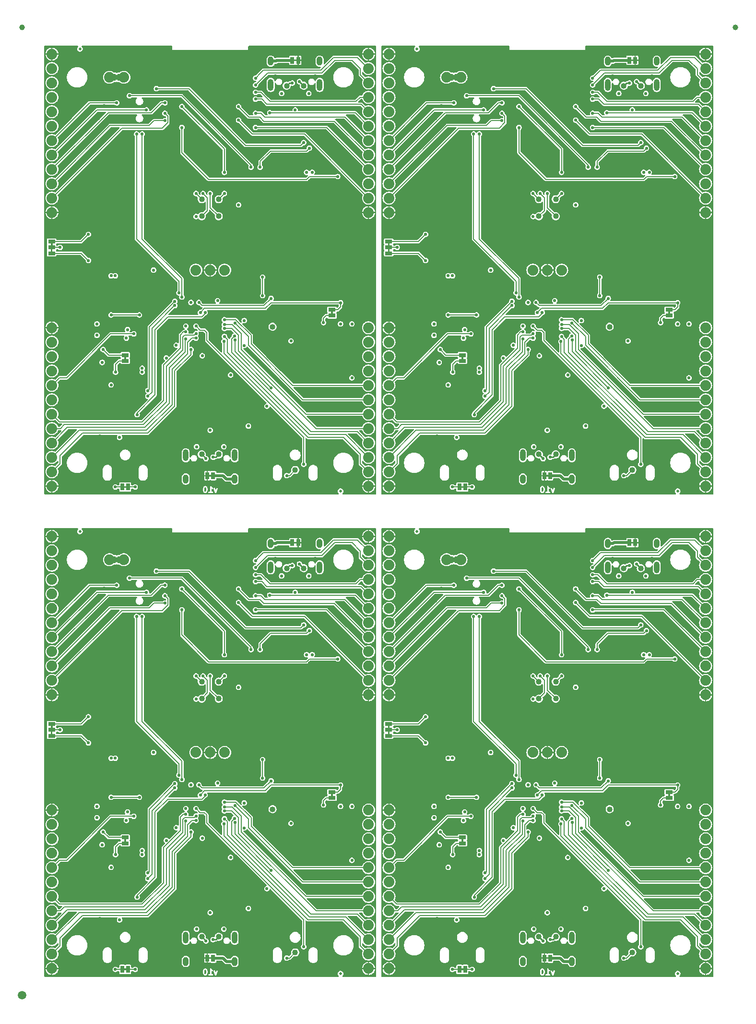
<source format=gbl>
%TF.GenerationSoftware,KiCad,Pcbnew,8.0.5*%
%TF.CreationDate,2024-11-04T11:07:49-07:00*%
%TF.ProjectId,SparkFun_IoT_Node_LoRaWAN_panelized,53706172-6b46-4756-9e5f-496f545f4e6f,v10*%
%TF.SameCoordinates,Original*%
%TF.FileFunction,Copper,L4,Bot*%
%TF.FilePolarity,Positive*%
%FSLAX46Y46*%
G04 Gerber Fmt 4.6, Leading zero omitted, Abs format (unit mm)*
G04 Created by KiCad (PCBNEW 8.0.5) date 2024-11-04 11:07:49*
%MOMM*%
%LPD*%
G01*
G04 APERTURE LIST*
G04 Aperture macros list*
%AMRoundRect*
0 Rectangle with rounded corners*
0 $1 Rounding radius*
0 $2 $3 $4 $5 $6 $7 $8 $9 X,Y pos of 4 corners*
0 Add a 4 corners polygon primitive as box body*
4,1,4,$2,$3,$4,$5,$6,$7,$8,$9,$2,$3,0*
0 Add four circle primitives for the rounded corners*
1,1,$1+$1,$2,$3*
1,1,$1+$1,$4,$5*
1,1,$1+$1,$6,$7*
1,1,$1+$1,$8,$9*
0 Add four rect primitives between the rounded corners*
20,1,$1+$1,$2,$3,$4,$5,0*
20,1,$1+$1,$4,$5,$6,$7,0*
20,1,$1+$1,$6,$7,$8,$9,0*
20,1,$1+$1,$8,$9,$2,$3,0*%
G04 Aperture macros list end*
%ADD10C,0.254000*%
%TA.AperFunction,EtchedComponent*%
%ADD11C,0.000000*%
%TD*%
%TA.AperFunction,ComponentPad*%
%ADD12C,1.879600*%
%TD*%
%TA.AperFunction,ComponentPad*%
%ADD13O,1.000000X1.600000*%
%TD*%
%TA.AperFunction,ComponentPad*%
%ADD14O,1.000000X2.100000*%
%TD*%
%TA.AperFunction,SMDPad,CuDef*%
%ADD15RoundRect,0.508000X0.000010X0.000010X-0.000010X0.000010X-0.000010X-0.000010X0.000010X-0.000010X0*%
%TD*%
%TA.AperFunction,SMDPad,CuDef*%
%ADD16R,1.270000X0.660400*%
%TD*%
%TA.AperFunction,SMDPad,CuDef*%
%ADD17C,0.500000*%
%TD*%
%TA.AperFunction,SMDPad,CuDef*%
%ADD18R,0.660400X1.270000*%
%TD*%
%TA.AperFunction,SMDPad,CuDef*%
%ADD19R,0.635000X1.270000*%
%TD*%
%TA.AperFunction,SMDPad,CuDef*%
%ADD20C,1.000000*%
%TD*%
%TA.AperFunction,SMDPad,CuDef*%
%ADD21C,1.500000*%
%TD*%
%TA.AperFunction,ViaPad*%
%ADD22C,0.560000*%
%TD*%
%TA.AperFunction,Conductor*%
%ADD23C,0.232600*%
%TD*%
%TA.AperFunction,Conductor*%
%ADD24C,0.200000*%
%TD*%
%TA.AperFunction,Conductor*%
%ADD25C,0.500000*%
%TD*%
G04 APERTURE END LIST*
D10*
G36*
X-800947Y-38343567D02*
G01*
X-781708Y-38362806D01*
X-748780Y-38428662D01*
X-707572Y-38593494D01*
X-707572Y-38804131D01*
X-748780Y-38968963D01*
X-781708Y-39034819D01*
X-800946Y-39054056D01*
X-852457Y-39079812D01*
X-889259Y-39079812D01*
X-940771Y-39054056D01*
X-960008Y-39034819D01*
X-992936Y-38968963D01*
X-1034144Y-38804131D01*
X-1034144Y-38593494D01*
X-992936Y-38428662D01*
X-960008Y-38362806D01*
X-940769Y-38343567D01*
X-889259Y-38317812D01*
X-852457Y-38317812D01*
X-800947Y-38343567D01*
G37*
G36*
X1462159Y-39460812D02*
G01*
X-1415144Y-39460812D01*
X-1415144Y-38577860D01*
X-1288144Y-38577860D01*
X-1288144Y-38819765D01*
X-1287719Y-38824086D01*
X-1287994Y-38825939D01*
X-1286623Y-38835211D01*
X-1285704Y-38844541D01*
X-1284988Y-38846271D01*
X-1284352Y-38850567D01*
X-1235971Y-39044091D01*
X-1235319Y-39045918D01*
X-1235253Y-39046834D01*
X-1231311Y-39057134D01*
X-1227595Y-39067536D01*
X-1227048Y-39068274D01*
X-1226355Y-39070085D01*
X-1177974Y-39166847D01*
X-1171261Y-39177511D01*
X-1169978Y-39180609D01*
X-1167117Y-39184095D01*
X-1164712Y-39187916D01*
X-1162179Y-39190113D01*
X-1154185Y-39199854D01*
X-1105804Y-39248235D01*
X-1096061Y-39256231D01*
X-1093865Y-39258762D01*
X-1090049Y-39261164D01*
X-1086559Y-39264028D01*
X-1083462Y-39265311D01*
X-1072796Y-39272025D01*
X-976034Y-39320405D01*
X-952782Y-39329302D01*
X-948232Y-39329625D01*
X-944015Y-39331372D01*
X-919239Y-39333812D01*
X-822477Y-39333812D01*
X-797701Y-39331372D01*
X-793485Y-39329625D01*
X-788933Y-39329302D01*
X-765682Y-39320405D01*
X-668920Y-39272025D01*
X-658254Y-39265310D01*
X-655157Y-39264028D01*
X-651671Y-39261166D01*
X-647850Y-39258762D01*
X-645653Y-39256228D01*
X-635912Y-39248235D01*
X-587531Y-39199854D01*
X-579538Y-39190113D01*
X-577004Y-39187916D01*
X-574600Y-39184095D01*
X-572910Y-39182036D01*
X-318085Y-39182036D01*
X-318085Y-39231588D01*
X-299122Y-39277369D01*
X-264082Y-39312409D01*
X-218301Y-39331372D01*
X-193525Y-39333812D01*
X387047Y-39333812D01*
X411823Y-39331372D01*
X457604Y-39312409D01*
X492644Y-39277369D01*
X511607Y-39231588D01*
X511607Y-39182036D01*
X492644Y-39136255D01*
X457604Y-39101215D01*
X411823Y-39082252D01*
X387047Y-39079812D01*
X223761Y-39079812D01*
X223761Y-38540185D01*
X233489Y-38546309D01*
X330251Y-38594690D01*
X353502Y-38603588D01*
X402931Y-38607101D01*
X449942Y-38591430D01*
X487377Y-38558963D01*
X492838Y-38548041D01*
X600077Y-38548041D01*
X606112Y-38572194D01*
X848017Y-39249526D01*
X858648Y-39272038D01*
X862925Y-39276762D01*
X865655Y-39282526D01*
X879437Y-39295002D01*
X891904Y-39308774D01*
X897663Y-39311502D01*
X902391Y-39315782D01*
X919896Y-39322033D01*
X936688Y-39329988D01*
X943053Y-39330304D01*
X949056Y-39332448D01*
X967617Y-39331525D01*
X986179Y-39332448D01*
X992181Y-39330304D01*
X998548Y-39329988D01*
X1015343Y-39322032D01*
X1032845Y-39315782D01*
X1037570Y-39311503D01*
X1043332Y-39308775D01*
X1055803Y-39294997D01*
X1069581Y-39282526D01*
X1072309Y-39276764D01*
X1076588Y-39272039D01*
X1087219Y-39249527D01*
X1329124Y-38572194D01*
X1335159Y-38548041D01*
X1332699Y-38498549D01*
X1311486Y-38453765D01*
X1274750Y-38420509D01*
X1228084Y-38403843D01*
X1178593Y-38406303D01*
X1133809Y-38427517D01*
X1100553Y-38464253D01*
X1089922Y-38486765D01*
X967618Y-38829214D01*
X845314Y-38486764D01*
X834683Y-38464252D01*
X801427Y-38427516D01*
X756643Y-38406303D01*
X707151Y-38403843D01*
X660486Y-38420509D01*
X623750Y-38453765D01*
X602537Y-38498549D01*
X600077Y-38548041D01*
X492838Y-38548041D01*
X509537Y-38514643D01*
X513050Y-38465214D01*
X497379Y-38418203D01*
X464912Y-38380768D01*
X443843Y-38367506D01*
X365515Y-38328342D01*
X292215Y-38255041D01*
X202431Y-38120365D01*
X202375Y-38120297D01*
X202358Y-38120255D01*
X202263Y-38120160D01*
X186658Y-38101104D01*
X176209Y-38094106D01*
X167318Y-38085215D01*
X155823Y-38080453D01*
X145485Y-38073530D01*
X133154Y-38071063D01*
X121537Y-38066252D01*
X109094Y-38066252D01*
X96893Y-38063812D01*
X84560Y-38066252D01*
X71985Y-38066252D01*
X60487Y-38071014D01*
X48282Y-38073429D01*
X37820Y-38080403D01*
X26204Y-38085215D01*
X17406Y-38094013D01*
X7053Y-38100915D01*
X55Y-38111363D01*
X-8836Y-38120255D01*
X-13598Y-38131749D01*
X-20521Y-38142088D01*
X-22988Y-38154418D01*
X-27799Y-38166036D01*
X-30214Y-38190551D01*
X-30239Y-38190680D01*
X-30231Y-38190723D01*
X-30239Y-38190812D01*
X-30239Y-39079812D01*
X-193525Y-39079812D01*
X-218301Y-39082252D01*
X-264082Y-39101215D01*
X-299122Y-39136255D01*
X-318085Y-39182036D01*
X-572910Y-39182036D01*
X-571738Y-39180609D01*
X-570456Y-39177511D01*
X-563742Y-39166847D01*
X-515361Y-39070085D01*
X-514668Y-39068272D01*
X-514121Y-39067535D01*
X-510409Y-39057142D01*
X-506463Y-39046834D01*
X-506398Y-39045918D01*
X-505745Y-39044091D01*
X-457364Y-38850567D01*
X-456729Y-38846271D01*
X-456012Y-38844541D01*
X-455094Y-38835211D01*
X-453722Y-38825939D01*
X-453998Y-38824086D01*
X-453572Y-38819765D01*
X-453572Y-38577860D01*
X-453998Y-38573538D01*
X-453722Y-38571686D01*
X-455094Y-38562413D01*
X-456012Y-38553084D01*
X-456729Y-38551353D01*
X-457364Y-38547058D01*
X-505745Y-38353534D01*
X-506398Y-38351706D01*
X-506463Y-38350791D01*
X-510409Y-38340482D01*
X-514121Y-38330090D01*
X-514668Y-38329352D01*
X-515361Y-38327540D01*
X-563742Y-38230778D01*
X-570456Y-38220113D01*
X-571738Y-38217016D01*
X-574600Y-38213529D01*
X-577004Y-38209709D01*
X-579538Y-38207511D01*
X-587531Y-38197771D01*
X-635912Y-38149390D01*
X-645653Y-38141396D01*
X-647850Y-38138863D01*
X-651671Y-38136458D01*
X-655157Y-38133597D01*
X-658255Y-38132314D01*
X-668919Y-38125601D01*
X-765681Y-38077220D01*
X-788932Y-38068322D01*
X-793485Y-38067998D01*
X-797701Y-38066252D01*
X-822477Y-38063812D01*
X-919239Y-38063812D01*
X-944015Y-38066252D01*
X-948232Y-38067998D01*
X-952784Y-38068322D01*
X-976035Y-38077220D01*
X-1072797Y-38125601D01*
X-1083462Y-38132314D01*
X-1086559Y-38133597D01*
X-1090046Y-38136458D01*
X-1093866Y-38138863D01*
X-1096064Y-38141396D01*
X-1105804Y-38149390D01*
X-1154185Y-38197771D01*
X-1162179Y-38207511D01*
X-1164712Y-38209709D01*
X-1167117Y-38213529D01*
X-1169978Y-38217016D01*
X-1171261Y-38220113D01*
X-1177974Y-38230778D01*
X-1226355Y-38327540D01*
X-1227048Y-38329350D01*
X-1227595Y-38330089D01*
X-1231311Y-38340490D01*
X-1235253Y-38350791D01*
X-1235319Y-38351706D01*
X-1235971Y-38353534D01*
X-1284352Y-38547058D01*
X-1284988Y-38551353D01*
X-1285704Y-38553084D01*
X-1286623Y-38562413D01*
X-1287994Y-38571686D01*
X-1287719Y-38573538D01*
X-1288144Y-38577860D01*
X-1415144Y-38577860D01*
X-1415144Y-37936812D01*
X1462159Y-37936812D01*
X1462159Y-39460812D01*
G37*
G36*
X58699053Y-38343567D02*
G01*
X58718292Y-38362806D01*
X58751220Y-38428662D01*
X58792428Y-38593494D01*
X58792428Y-38804131D01*
X58751220Y-38968963D01*
X58718292Y-39034819D01*
X58699054Y-39054056D01*
X58647543Y-39079812D01*
X58610741Y-39079812D01*
X58559229Y-39054056D01*
X58539992Y-39034819D01*
X58507064Y-38968963D01*
X58465856Y-38804131D01*
X58465856Y-38593494D01*
X58507064Y-38428662D01*
X58539992Y-38362806D01*
X58559231Y-38343567D01*
X58610741Y-38317812D01*
X58647543Y-38317812D01*
X58699053Y-38343567D01*
G37*
G36*
X60962159Y-39460812D02*
G01*
X58084856Y-39460812D01*
X58084856Y-38577860D01*
X58211856Y-38577860D01*
X58211856Y-38819765D01*
X58212281Y-38824086D01*
X58212006Y-38825939D01*
X58213377Y-38835211D01*
X58214296Y-38844541D01*
X58215012Y-38846271D01*
X58215648Y-38850567D01*
X58264029Y-39044091D01*
X58264681Y-39045918D01*
X58264747Y-39046834D01*
X58268689Y-39057134D01*
X58272405Y-39067536D01*
X58272952Y-39068274D01*
X58273645Y-39070085D01*
X58322026Y-39166847D01*
X58328739Y-39177511D01*
X58330022Y-39180609D01*
X58332883Y-39184095D01*
X58335288Y-39187916D01*
X58337821Y-39190113D01*
X58345815Y-39199854D01*
X58394196Y-39248235D01*
X58403939Y-39256231D01*
X58406135Y-39258762D01*
X58409951Y-39261164D01*
X58413441Y-39264028D01*
X58416538Y-39265311D01*
X58427204Y-39272025D01*
X58523966Y-39320405D01*
X58547218Y-39329302D01*
X58551768Y-39329625D01*
X58555985Y-39331372D01*
X58580761Y-39333812D01*
X58677523Y-39333812D01*
X58702299Y-39331372D01*
X58706515Y-39329625D01*
X58711067Y-39329302D01*
X58734318Y-39320405D01*
X58831080Y-39272025D01*
X58841746Y-39265310D01*
X58844843Y-39264028D01*
X58848329Y-39261166D01*
X58852150Y-39258762D01*
X58854347Y-39256228D01*
X58864088Y-39248235D01*
X58912469Y-39199854D01*
X58920462Y-39190113D01*
X58922996Y-39187916D01*
X58925400Y-39184095D01*
X58927090Y-39182036D01*
X59181915Y-39182036D01*
X59181915Y-39231588D01*
X59200878Y-39277369D01*
X59235918Y-39312409D01*
X59281699Y-39331372D01*
X59306475Y-39333812D01*
X59887047Y-39333812D01*
X59911823Y-39331372D01*
X59957604Y-39312409D01*
X59992644Y-39277369D01*
X60011607Y-39231588D01*
X60011607Y-39182036D01*
X59992644Y-39136255D01*
X59957604Y-39101215D01*
X59911823Y-39082252D01*
X59887047Y-39079812D01*
X59723761Y-39079812D01*
X59723761Y-38540185D01*
X59733489Y-38546309D01*
X59830251Y-38594690D01*
X59853502Y-38603588D01*
X59902931Y-38607101D01*
X59949942Y-38591430D01*
X59987377Y-38558963D01*
X59992838Y-38548041D01*
X60100077Y-38548041D01*
X60106112Y-38572194D01*
X60348017Y-39249526D01*
X60358648Y-39272038D01*
X60362925Y-39276762D01*
X60365655Y-39282526D01*
X60379437Y-39295002D01*
X60391904Y-39308774D01*
X60397663Y-39311502D01*
X60402391Y-39315782D01*
X60419896Y-39322033D01*
X60436688Y-39329988D01*
X60443053Y-39330304D01*
X60449056Y-39332448D01*
X60467617Y-39331525D01*
X60486179Y-39332448D01*
X60492181Y-39330304D01*
X60498548Y-39329988D01*
X60515343Y-39322032D01*
X60532845Y-39315782D01*
X60537570Y-39311503D01*
X60543332Y-39308775D01*
X60555803Y-39294997D01*
X60569581Y-39282526D01*
X60572309Y-39276764D01*
X60576588Y-39272039D01*
X60587219Y-39249527D01*
X60829124Y-38572194D01*
X60835159Y-38548041D01*
X60832699Y-38498549D01*
X60811486Y-38453765D01*
X60774750Y-38420509D01*
X60728084Y-38403843D01*
X60678593Y-38406303D01*
X60633809Y-38427517D01*
X60600553Y-38464253D01*
X60589922Y-38486765D01*
X60467618Y-38829214D01*
X60345314Y-38486764D01*
X60334683Y-38464252D01*
X60301427Y-38427516D01*
X60256643Y-38406303D01*
X60207151Y-38403843D01*
X60160486Y-38420509D01*
X60123750Y-38453765D01*
X60102537Y-38498549D01*
X60100077Y-38548041D01*
X59992838Y-38548041D01*
X60009537Y-38514643D01*
X60013050Y-38465214D01*
X59997379Y-38418203D01*
X59964912Y-38380768D01*
X59943843Y-38367506D01*
X59865515Y-38328342D01*
X59792215Y-38255041D01*
X59702431Y-38120365D01*
X59702375Y-38120297D01*
X59702358Y-38120255D01*
X59702263Y-38120160D01*
X59686658Y-38101104D01*
X59676209Y-38094106D01*
X59667318Y-38085215D01*
X59655823Y-38080453D01*
X59645485Y-38073530D01*
X59633154Y-38071063D01*
X59621537Y-38066252D01*
X59609094Y-38066252D01*
X59596893Y-38063812D01*
X59584560Y-38066252D01*
X59571985Y-38066252D01*
X59560487Y-38071014D01*
X59548282Y-38073429D01*
X59537820Y-38080403D01*
X59526204Y-38085215D01*
X59517406Y-38094013D01*
X59507053Y-38100915D01*
X59500055Y-38111363D01*
X59491164Y-38120255D01*
X59486402Y-38131749D01*
X59479479Y-38142088D01*
X59477012Y-38154418D01*
X59472201Y-38166036D01*
X59469786Y-38190551D01*
X59469761Y-38190680D01*
X59469769Y-38190723D01*
X59469761Y-38190812D01*
X59469761Y-39079812D01*
X59306475Y-39079812D01*
X59281699Y-39082252D01*
X59235918Y-39101215D01*
X59200878Y-39136255D01*
X59181915Y-39182036D01*
X58927090Y-39182036D01*
X58928262Y-39180609D01*
X58929544Y-39177511D01*
X58936258Y-39166847D01*
X58984639Y-39070085D01*
X58985332Y-39068272D01*
X58985879Y-39067535D01*
X58989591Y-39057142D01*
X58993537Y-39046834D01*
X58993602Y-39045918D01*
X58994255Y-39044091D01*
X59042636Y-38850567D01*
X59043271Y-38846271D01*
X59043988Y-38844541D01*
X59044906Y-38835211D01*
X59046278Y-38825939D01*
X59046002Y-38824086D01*
X59046428Y-38819765D01*
X59046428Y-38577860D01*
X59046002Y-38573538D01*
X59046278Y-38571686D01*
X59044906Y-38562413D01*
X59043988Y-38553084D01*
X59043271Y-38551353D01*
X59042636Y-38547058D01*
X58994255Y-38353534D01*
X58993602Y-38351706D01*
X58993537Y-38350791D01*
X58989591Y-38340482D01*
X58985879Y-38330090D01*
X58985332Y-38329352D01*
X58984639Y-38327540D01*
X58936258Y-38230778D01*
X58929544Y-38220113D01*
X58928262Y-38217016D01*
X58925400Y-38213529D01*
X58922996Y-38209709D01*
X58920462Y-38207511D01*
X58912469Y-38197771D01*
X58864088Y-38149390D01*
X58854347Y-38141396D01*
X58852150Y-38138863D01*
X58848329Y-38136458D01*
X58844843Y-38133597D01*
X58841745Y-38132314D01*
X58831081Y-38125601D01*
X58734319Y-38077220D01*
X58711068Y-38068322D01*
X58706515Y-38067998D01*
X58702299Y-38066252D01*
X58677523Y-38063812D01*
X58580761Y-38063812D01*
X58555985Y-38066252D01*
X58551768Y-38067998D01*
X58547216Y-38068322D01*
X58523965Y-38077220D01*
X58427203Y-38125601D01*
X58416538Y-38132314D01*
X58413441Y-38133597D01*
X58409954Y-38136458D01*
X58406134Y-38138863D01*
X58403936Y-38141396D01*
X58394196Y-38149390D01*
X58345815Y-38197771D01*
X58337821Y-38207511D01*
X58335288Y-38209709D01*
X58332883Y-38213529D01*
X58330022Y-38217016D01*
X58328739Y-38220113D01*
X58322026Y-38230778D01*
X58273645Y-38327540D01*
X58272952Y-38329350D01*
X58272405Y-38330089D01*
X58268689Y-38340490D01*
X58264747Y-38350791D01*
X58264681Y-38351706D01*
X58264029Y-38353534D01*
X58215648Y-38547058D01*
X58215012Y-38551353D01*
X58214296Y-38553084D01*
X58213377Y-38562413D01*
X58212006Y-38571686D01*
X58212281Y-38573538D01*
X58211856Y-38577860D01*
X58084856Y-38577860D01*
X58084856Y-37936812D01*
X60962159Y-37936812D01*
X60962159Y-39460812D01*
G37*
G36*
X58699053Y46736433D02*
G01*
X58718292Y46717194D01*
X58751220Y46651338D01*
X58792428Y46486506D01*
X58792428Y46275869D01*
X58751220Y46111037D01*
X58718292Y46045181D01*
X58699054Y46025944D01*
X58647543Y46000188D01*
X58610741Y46000188D01*
X58559229Y46025944D01*
X58539992Y46045181D01*
X58507064Y46111037D01*
X58465856Y46275869D01*
X58465856Y46486506D01*
X58507064Y46651338D01*
X58539992Y46717194D01*
X58559231Y46736433D01*
X58610741Y46762188D01*
X58647543Y46762188D01*
X58699053Y46736433D01*
G37*
G36*
X60962159Y45619188D02*
G01*
X58084856Y45619188D01*
X58084856Y46502140D01*
X58211856Y46502140D01*
X58211856Y46260235D01*
X58212281Y46255914D01*
X58212006Y46254061D01*
X58213377Y46244789D01*
X58214296Y46235459D01*
X58215012Y46233729D01*
X58215648Y46229433D01*
X58264029Y46035909D01*
X58264681Y46034082D01*
X58264747Y46033166D01*
X58268689Y46022866D01*
X58272405Y46012464D01*
X58272952Y46011726D01*
X58273645Y46009915D01*
X58322026Y45913153D01*
X58328739Y45902489D01*
X58330022Y45899391D01*
X58332883Y45895905D01*
X58335288Y45892084D01*
X58337821Y45889887D01*
X58345815Y45880146D01*
X58394196Y45831765D01*
X58403939Y45823769D01*
X58406135Y45821238D01*
X58409951Y45818836D01*
X58413441Y45815972D01*
X58416538Y45814689D01*
X58427204Y45807975D01*
X58523966Y45759595D01*
X58547218Y45750698D01*
X58551768Y45750375D01*
X58555985Y45748628D01*
X58580761Y45746188D01*
X58677523Y45746188D01*
X58702299Y45748628D01*
X58706515Y45750375D01*
X58711067Y45750698D01*
X58734318Y45759595D01*
X58831080Y45807975D01*
X58841746Y45814690D01*
X58844843Y45815972D01*
X58848329Y45818834D01*
X58852150Y45821238D01*
X58854347Y45823772D01*
X58864088Y45831765D01*
X58912469Y45880146D01*
X58920462Y45889887D01*
X58922996Y45892084D01*
X58925400Y45895905D01*
X58927090Y45897964D01*
X59181915Y45897964D01*
X59181915Y45848412D01*
X59200878Y45802631D01*
X59235918Y45767591D01*
X59281699Y45748628D01*
X59306475Y45746188D01*
X59887047Y45746188D01*
X59911823Y45748628D01*
X59957604Y45767591D01*
X59992644Y45802631D01*
X60011607Y45848412D01*
X60011607Y45897964D01*
X59992644Y45943745D01*
X59957604Y45978785D01*
X59911823Y45997748D01*
X59887047Y46000188D01*
X59723761Y46000188D01*
X59723761Y46539815D01*
X59733489Y46533691D01*
X59830251Y46485310D01*
X59853502Y46476412D01*
X59902931Y46472899D01*
X59949942Y46488570D01*
X59987377Y46521037D01*
X59992838Y46531959D01*
X60100077Y46531959D01*
X60106112Y46507806D01*
X60348017Y45830474D01*
X60358648Y45807962D01*
X60362925Y45803238D01*
X60365655Y45797474D01*
X60379437Y45784998D01*
X60391904Y45771226D01*
X60397663Y45768498D01*
X60402391Y45764218D01*
X60419896Y45757967D01*
X60436688Y45750012D01*
X60443053Y45749696D01*
X60449056Y45747552D01*
X60467617Y45748475D01*
X60486179Y45747552D01*
X60492181Y45749696D01*
X60498548Y45750012D01*
X60515343Y45757968D01*
X60532845Y45764218D01*
X60537570Y45768497D01*
X60543332Y45771225D01*
X60555803Y45785003D01*
X60569581Y45797474D01*
X60572309Y45803236D01*
X60576588Y45807961D01*
X60587219Y45830473D01*
X60829124Y46507806D01*
X60835159Y46531959D01*
X60832699Y46581451D01*
X60811486Y46626235D01*
X60774750Y46659491D01*
X60728084Y46676157D01*
X60678593Y46673697D01*
X60633809Y46652483D01*
X60600553Y46615747D01*
X60589922Y46593235D01*
X60467618Y46250786D01*
X60345314Y46593236D01*
X60334683Y46615748D01*
X60301427Y46652484D01*
X60256643Y46673697D01*
X60207151Y46676157D01*
X60160486Y46659491D01*
X60123750Y46626235D01*
X60102537Y46581451D01*
X60100077Y46531959D01*
X59992838Y46531959D01*
X60009537Y46565357D01*
X60013050Y46614786D01*
X59997379Y46661797D01*
X59964912Y46699232D01*
X59943843Y46712494D01*
X59865515Y46751658D01*
X59792215Y46824959D01*
X59702431Y46959635D01*
X59702375Y46959703D01*
X59702358Y46959745D01*
X59702263Y46959840D01*
X59686658Y46978896D01*
X59676209Y46985894D01*
X59667318Y46994785D01*
X59655823Y46999547D01*
X59645485Y47006470D01*
X59633154Y47008937D01*
X59621537Y47013748D01*
X59609094Y47013748D01*
X59596893Y47016188D01*
X59584560Y47013748D01*
X59571985Y47013748D01*
X59560487Y47008986D01*
X59548282Y47006571D01*
X59537820Y46999597D01*
X59526204Y46994785D01*
X59517406Y46985987D01*
X59507053Y46979085D01*
X59500055Y46968637D01*
X59491164Y46959745D01*
X59486402Y46948251D01*
X59479479Y46937912D01*
X59477012Y46925582D01*
X59472201Y46913964D01*
X59469786Y46889449D01*
X59469761Y46889320D01*
X59469769Y46889277D01*
X59469761Y46889188D01*
X59469761Y46000188D01*
X59306475Y46000188D01*
X59281699Y45997748D01*
X59235918Y45978785D01*
X59200878Y45943745D01*
X59181915Y45897964D01*
X58927090Y45897964D01*
X58928262Y45899391D01*
X58929544Y45902489D01*
X58936258Y45913153D01*
X58984639Y46009915D01*
X58985332Y46011728D01*
X58985879Y46012465D01*
X58989591Y46022858D01*
X58993537Y46033166D01*
X58993602Y46034082D01*
X58994255Y46035909D01*
X59042636Y46229433D01*
X59043271Y46233729D01*
X59043988Y46235459D01*
X59044906Y46244789D01*
X59046278Y46254061D01*
X59046002Y46255914D01*
X59046428Y46260235D01*
X59046428Y46502140D01*
X59046002Y46506462D01*
X59046278Y46508314D01*
X59044906Y46517587D01*
X59043988Y46526916D01*
X59043271Y46528647D01*
X59042636Y46532942D01*
X58994255Y46726466D01*
X58993602Y46728294D01*
X58993537Y46729209D01*
X58989591Y46739518D01*
X58985879Y46749910D01*
X58985332Y46750648D01*
X58984639Y46752460D01*
X58936258Y46849222D01*
X58929544Y46859887D01*
X58928262Y46862984D01*
X58925400Y46866471D01*
X58922996Y46870291D01*
X58920462Y46872489D01*
X58912469Y46882229D01*
X58864088Y46930610D01*
X58854347Y46938604D01*
X58852150Y46941137D01*
X58848329Y46943542D01*
X58844843Y46946403D01*
X58841745Y46947686D01*
X58831081Y46954399D01*
X58734319Y47002780D01*
X58711068Y47011678D01*
X58706515Y47012002D01*
X58702299Y47013748D01*
X58677523Y47016188D01*
X58580761Y47016188D01*
X58555985Y47013748D01*
X58551768Y47012002D01*
X58547216Y47011678D01*
X58523965Y47002780D01*
X58427203Y46954399D01*
X58416538Y46947686D01*
X58413441Y46946403D01*
X58409954Y46943542D01*
X58406134Y46941137D01*
X58403936Y46938604D01*
X58394196Y46930610D01*
X58345815Y46882229D01*
X58337821Y46872489D01*
X58335288Y46870291D01*
X58332883Y46866471D01*
X58330022Y46862984D01*
X58328739Y46859887D01*
X58322026Y46849222D01*
X58273645Y46752460D01*
X58272952Y46750650D01*
X58272405Y46749911D01*
X58268689Y46739510D01*
X58264747Y46729209D01*
X58264681Y46728294D01*
X58264029Y46726466D01*
X58215648Y46532942D01*
X58215012Y46528647D01*
X58214296Y46526916D01*
X58213377Y46517587D01*
X58212006Y46508314D01*
X58212281Y46506462D01*
X58211856Y46502140D01*
X58084856Y46502140D01*
X58084856Y47143188D01*
X60962159Y47143188D01*
X60962159Y45619188D01*
G37*
G36*
X-800947Y46736433D02*
G01*
X-781708Y46717194D01*
X-748780Y46651338D01*
X-707572Y46486506D01*
X-707572Y46275869D01*
X-748780Y46111037D01*
X-781708Y46045181D01*
X-800946Y46025944D01*
X-852457Y46000188D01*
X-889259Y46000188D01*
X-940771Y46025944D01*
X-960008Y46045181D01*
X-992936Y46111037D01*
X-1034144Y46275869D01*
X-1034144Y46486506D01*
X-992936Y46651338D01*
X-960008Y46717194D01*
X-940769Y46736433D01*
X-889259Y46762188D01*
X-852457Y46762188D01*
X-800947Y46736433D01*
G37*
G36*
X1462159Y45619188D02*
G01*
X-1415144Y45619188D01*
X-1415144Y46502140D01*
X-1288144Y46502140D01*
X-1288144Y46260235D01*
X-1287719Y46255914D01*
X-1287994Y46254061D01*
X-1286623Y46244789D01*
X-1285704Y46235459D01*
X-1284988Y46233729D01*
X-1284352Y46229433D01*
X-1235971Y46035909D01*
X-1235319Y46034082D01*
X-1235253Y46033166D01*
X-1231311Y46022866D01*
X-1227595Y46012464D01*
X-1227048Y46011726D01*
X-1226355Y46009915D01*
X-1177974Y45913153D01*
X-1171261Y45902489D01*
X-1169978Y45899391D01*
X-1167117Y45895905D01*
X-1164712Y45892084D01*
X-1162179Y45889887D01*
X-1154185Y45880146D01*
X-1105804Y45831765D01*
X-1096061Y45823769D01*
X-1093865Y45821238D01*
X-1090049Y45818836D01*
X-1086559Y45815972D01*
X-1083462Y45814689D01*
X-1072796Y45807975D01*
X-976034Y45759595D01*
X-952782Y45750698D01*
X-948232Y45750375D01*
X-944015Y45748628D01*
X-919239Y45746188D01*
X-822477Y45746188D01*
X-797701Y45748628D01*
X-793485Y45750375D01*
X-788933Y45750698D01*
X-765682Y45759595D01*
X-668920Y45807975D01*
X-658254Y45814690D01*
X-655157Y45815972D01*
X-651671Y45818834D01*
X-647850Y45821238D01*
X-645653Y45823772D01*
X-635912Y45831765D01*
X-587531Y45880146D01*
X-579538Y45889887D01*
X-577004Y45892084D01*
X-574600Y45895905D01*
X-572910Y45897964D01*
X-318085Y45897964D01*
X-318085Y45848412D01*
X-299122Y45802631D01*
X-264082Y45767591D01*
X-218301Y45748628D01*
X-193525Y45746188D01*
X387047Y45746188D01*
X411823Y45748628D01*
X457604Y45767591D01*
X492644Y45802631D01*
X511607Y45848412D01*
X511607Y45897964D01*
X492644Y45943745D01*
X457604Y45978785D01*
X411823Y45997748D01*
X387047Y46000188D01*
X223761Y46000188D01*
X223761Y46539815D01*
X233489Y46533691D01*
X330251Y46485310D01*
X353502Y46476412D01*
X402931Y46472899D01*
X449942Y46488570D01*
X487377Y46521037D01*
X492838Y46531959D01*
X600077Y46531959D01*
X606112Y46507806D01*
X848017Y45830474D01*
X858648Y45807962D01*
X862925Y45803238D01*
X865655Y45797474D01*
X879437Y45784998D01*
X891904Y45771226D01*
X897663Y45768498D01*
X902391Y45764218D01*
X919896Y45757967D01*
X936688Y45750012D01*
X943053Y45749696D01*
X949056Y45747552D01*
X967617Y45748475D01*
X986179Y45747552D01*
X992181Y45749696D01*
X998548Y45750012D01*
X1015343Y45757968D01*
X1032845Y45764218D01*
X1037570Y45768497D01*
X1043332Y45771225D01*
X1055803Y45785003D01*
X1069581Y45797474D01*
X1072309Y45803236D01*
X1076588Y45807961D01*
X1087219Y45830473D01*
X1329124Y46507806D01*
X1335159Y46531959D01*
X1332699Y46581451D01*
X1311486Y46626235D01*
X1274750Y46659491D01*
X1228084Y46676157D01*
X1178593Y46673697D01*
X1133809Y46652483D01*
X1100553Y46615747D01*
X1089922Y46593235D01*
X967618Y46250786D01*
X845314Y46593236D01*
X834683Y46615748D01*
X801427Y46652484D01*
X756643Y46673697D01*
X707151Y46676157D01*
X660486Y46659491D01*
X623750Y46626235D01*
X602537Y46581451D01*
X600077Y46531959D01*
X492838Y46531959D01*
X509537Y46565357D01*
X513050Y46614786D01*
X497379Y46661797D01*
X464912Y46699232D01*
X443843Y46712494D01*
X365515Y46751658D01*
X292215Y46824959D01*
X202431Y46959635D01*
X202375Y46959703D01*
X202358Y46959745D01*
X202263Y46959840D01*
X186658Y46978896D01*
X176209Y46985894D01*
X167318Y46994785D01*
X155823Y46999547D01*
X145485Y47006470D01*
X133154Y47008937D01*
X121537Y47013748D01*
X109094Y47013748D01*
X96893Y47016188D01*
X84560Y47013748D01*
X71985Y47013748D01*
X60487Y47008986D01*
X48282Y47006571D01*
X37820Y46999597D01*
X26204Y46994785D01*
X17406Y46985987D01*
X7053Y46979085D01*
X55Y46968637D01*
X-8836Y46959745D01*
X-13598Y46948251D01*
X-20521Y46937912D01*
X-22988Y46925582D01*
X-27799Y46913964D01*
X-30214Y46889449D01*
X-30239Y46889320D01*
X-30231Y46889277D01*
X-30239Y46889188D01*
X-30239Y46000188D01*
X-193525Y46000188D01*
X-218301Y45997748D01*
X-264082Y45978785D01*
X-299122Y45943745D01*
X-318085Y45897964D01*
X-572910Y45897964D01*
X-571738Y45899391D01*
X-570456Y45902489D01*
X-563742Y45913153D01*
X-515361Y46009915D01*
X-514668Y46011728D01*
X-514121Y46012465D01*
X-510409Y46022858D01*
X-506463Y46033166D01*
X-506398Y46034082D01*
X-505745Y46035909D01*
X-457364Y46229433D01*
X-456729Y46233729D01*
X-456012Y46235459D01*
X-455094Y46244789D01*
X-453722Y46254061D01*
X-453998Y46255914D01*
X-453572Y46260235D01*
X-453572Y46502140D01*
X-453998Y46506462D01*
X-453722Y46508314D01*
X-455094Y46517587D01*
X-456012Y46526916D01*
X-456729Y46528647D01*
X-457364Y46532942D01*
X-505745Y46726466D01*
X-506398Y46728294D01*
X-506463Y46729209D01*
X-510409Y46739518D01*
X-514121Y46749910D01*
X-514668Y46750648D01*
X-515361Y46752460D01*
X-563742Y46849222D01*
X-570456Y46859887D01*
X-571738Y46862984D01*
X-574600Y46866471D01*
X-577004Y46870291D01*
X-579538Y46872489D01*
X-587531Y46882229D01*
X-635912Y46930610D01*
X-645653Y46938604D01*
X-647850Y46941137D01*
X-651671Y46943542D01*
X-655157Y46946403D01*
X-658255Y46947686D01*
X-668919Y46954399D01*
X-765681Y47002780D01*
X-788932Y47011678D01*
X-793485Y47012002D01*
X-797701Y47013748D01*
X-822477Y47016188D01*
X-919239Y47016188D01*
X-944015Y47013748D01*
X-948232Y47012002D01*
X-952784Y47011678D01*
X-976035Y47002780D01*
X-1072797Y46954399D01*
X-1083462Y46947686D01*
X-1086559Y46946403D01*
X-1090046Y46943542D01*
X-1093866Y46941137D01*
X-1096064Y46938604D01*
X-1105804Y46930610D01*
X-1154185Y46882229D01*
X-1162179Y46872489D01*
X-1164712Y46870291D01*
X-1167117Y46866471D01*
X-1169978Y46862984D01*
X-1171261Y46859887D01*
X-1177974Y46849222D01*
X-1226355Y46752460D01*
X-1227048Y46750650D01*
X-1227595Y46749911D01*
X-1231311Y46739510D01*
X-1235253Y46729209D01*
X-1235319Y46728294D01*
X-1235971Y46726466D01*
X-1284352Y46532942D01*
X-1284988Y46528647D01*
X-1285704Y46526916D01*
X-1286623Y46517587D01*
X-1287994Y46508314D01*
X-1287719Y46506462D01*
X-1288144Y46502140D01*
X-1415144Y46502140D01*
X-1415144Y47143188D01*
X1462159Y47143188D01*
X1462159Y45619188D01*
G37*
D11*
%TA.AperFunction,EtchedComponent*%
%TO.C,JP7*%
G36*
X31650000Y3229300D02*
G01*
X31350000Y3229300D01*
X31350000Y3729300D01*
X31650000Y3729300D01*
X31650000Y3229300D01*
G37*
%TD.AperFunction*%
%TA.AperFunction,EtchedComponent*%
G36*
X31673000Y4262000D02*
G01*
X31373000Y4262000D01*
X31373000Y4762000D01*
X31673000Y4762000D01*
X31673000Y4262000D01*
G37*
%TD.AperFunction*%
%TA.AperFunction,EtchedComponent*%
G36*
X31650000Y88309300D02*
G01*
X31350000Y88309300D01*
X31350000Y88809300D01*
X31650000Y88809300D01*
X31650000Y88309300D01*
G37*
%TD.AperFunction*%
%TA.AperFunction,EtchedComponent*%
G36*
X31673000Y89342000D02*
G01*
X31373000Y89342000D01*
X31373000Y89842000D01*
X31673000Y89842000D01*
X31673000Y89342000D01*
G37*
%TD.AperFunction*%
%TA.AperFunction,EtchedComponent*%
G36*
X-27850000Y88309300D02*
G01*
X-28150000Y88309300D01*
X-28150000Y88809300D01*
X-27850000Y88809300D01*
X-27850000Y88309300D01*
G37*
%TD.AperFunction*%
%TA.AperFunction,EtchedComponent*%
G36*
X-27827000Y89342000D02*
G01*
X-28127000Y89342000D01*
X-28127000Y89842000D01*
X-27827000Y89842000D01*
X-27827000Y89342000D01*
G37*
%TD.AperFunction*%
%TA.AperFunction,EtchedComponent*%
G36*
X-27850000Y3229300D02*
G01*
X-28150000Y3229300D01*
X-28150000Y3729300D01*
X-27850000Y3729300D01*
X-27850000Y3229300D01*
G37*
%TD.AperFunction*%
%TA.AperFunction,EtchedComponent*%
G36*
X-27827000Y4262000D02*
G01*
X-28127000Y4262000D01*
X-28127000Y4762000D01*
X-27827000Y4762000D01*
X-27827000Y4262000D01*
G37*
%TD.AperFunction*%
%TA.AperFunction,EtchedComponent*%
%TO.C,JP1*%
G36*
X250000Y48680000D02*
G01*
X-250000Y48680000D01*
X-250000Y48980000D01*
X250000Y48980000D01*
X250000Y48680000D01*
G37*
%TD.AperFunction*%
%TA.AperFunction,EtchedComponent*%
G36*
X59750000Y-36400000D02*
G01*
X59250000Y-36400000D01*
X59250000Y-36100000D01*
X59750000Y-36100000D01*
X59750000Y-36400000D01*
G37*
%TD.AperFunction*%
%TA.AperFunction,EtchedComponent*%
G36*
X59750000Y48680000D02*
G01*
X59250000Y48680000D01*
X59250000Y48980000D01*
X59750000Y48980000D01*
X59750000Y48680000D01*
G37*
%TD.AperFunction*%
%TA.AperFunction,EtchedComponent*%
G36*
X250000Y-36400000D02*
G01*
X-250000Y-36400000D01*
X-250000Y-36100000D01*
X250000Y-36100000D01*
X250000Y-36400000D01*
G37*
%TD.AperFunction*%
%TA.AperFunction,EtchedComponent*%
%TO.C,JP2*%
G36*
X-16760000Y118680000D02*
G01*
X-16260000Y118680000D01*
X-16260000Y119480000D01*
X-16760000Y119480000D01*
X-16760000Y118680000D01*
G37*
%TD.AperFunction*%
%TA.AperFunction,EtchedComponent*%
G36*
X42740000Y118680000D02*
G01*
X43240000Y118680000D01*
X43240000Y119480000D01*
X42740000Y119480000D01*
X42740000Y118680000D01*
G37*
%TD.AperFunction*%
%TA.AperFunction,EtchedComponent*%
G36*
X42740000Y33600000D02*
G01*
X43240000Y33600000D01*
X43240000Y34400000D01*
X42740000Y34400000D01*
X42740000Y33600000D01*
G37*
%TD.AperFunction*%
%TA.AperFunction,EtchedComponent*%
G36*
X-16760000Y33600000D02*
G01*
X-16260000Y33600000D01*
X-16260000Y34400000D01*
X-16760000Y34400000D01*
X-16760000Y33600000D01*
G37*
%TD.AperFunction*%
%TA.AperFunction,EtchedComponent*%
%TO.C,JP4*%
G36*
X81150000Y-7750000D02*
G01*
X80850000Y-7750000D01*
X80850000Y-7250000D01*
X81150000Y-7250000D01*
X81150000Y-7750000D01*
G37*
%TD.AperFunction*%
%TA.AperFunction,EtchedComponent*%
G36*
X21650000Y77330000D02*
G01*
X21350000Y77330000D01*
X21350000Y77830000D01*
X21650000Y77830000D01*
X21650000Y77330000D01*
G37*
%TD.AperFunction*%
%TA.AperFunction,EtchedComponent*%
G36*
X81150000Y77330000D02*
G01*
X80850000Y77330000D01*
X80850000Y77830000D01*
X81150000Y77830000D01*
X81150000Y77330000D01*
G37*
%TD.AperFunction*%
%TA.AperFunction,EtchedComponent*%
G36*
X21650000Y-7750000D02*
G01*
X21350000Y-7750000D01*
X21350000Y-7250000D01*
X21650000Y-7250000D01*
X21650000Y-7750000D01*
G37*
%TD.AperFunction*%
%TA.AperFunction,EtchedComponent*%
%TO.C,JP3*%
G36*
X15250000Y121930000D02*
G01*
X14750000Y121930000D01*
X14750000Y122230000D01*
X15250000Y122230000D01*
X15250000Y121930000D01*
G37*
%TD.AperFunction*%
%TA.AperFunction,EtchedComponent*%
G36*
X74750000Y36850000D02*
G01*
X74250000Y36850000D01*
X74250000Y37150000D01*
X74750000Y37150000D01*
X74750000Y36850000D01*
G37*
%TD.AperFunction*%
%TA.AperFunction,EtchedComponent*%
G36*
X74750000Y121930000D02*
G01*
X74250000Y121930000D01*
X74250000Y122230000D01*
X74750000Y122230000D01*
X74750000Y121930000D01*
G37*
%TD.AperFunction*%
%TA.AperFunction,EtchedComponent*%
G36*
X15250000Y36850000D02*
G01*
X14750000Y36850000D01*
X14750000Y37150000D01*
X15250000Y37150000D01*
X15250000Y36850000D01*
G37*
%TD.AperFunction*%
%TA.AperFunction,EtchedComponent*%
%TO.C,JP6*%
G36*
X44750000Y-38400000D02*
G01*
X44250000Y-38400000D01*
X44250000Y-38100000D01*
X44750000Y-38100000D01*
X44750000Y-38400000D01*
G37*
%TD.AperFunction*%
%TA.AperFunction,EtchedComponent*%
G36*
X44750000Y46680000D02*
G01*
X44250000Y46680000D01*
X44250000Y46980000D01*
X44750000Y46980000D01*
X44750000Y46680000D01*
G37*
%TD.AperFunction*%
%TA.AperFunction,EtchedComponent*%
G36*
X-14750000Y46680000D02*
G01*
X-15250000Y46680000D01*
X-15250000Y46980000D01*
X-14750000Y46980000D01*
X-14750000Y46680000D01*
G37*
%TD.AperFunction*%
%TA.AperFunction,EtchedComponent*%
G36*
X-14750000Y-38400000D02*
G01*
X-15250000Y-38400000D01*
X-15250000Y-38100000D01*
X-14750000Y-38100000D01*
X-14750000Y-38400000D01*
G37*
%TD.AperFunction*%
%TA.AperFunction,EtchedComponent*%
%TO.C,JP5*%
G36*
X-14850000Y69330000D02*
G01*
X-15150000Y69330000D01*
X-15150000Y69830000D01*
X-14850000Y69830000D01*
X-14850000Y69330000D01*
G37*
%TD.AperFunction*%
%TA.AperFunction,EtchedComponent*%
G36*
X44650000Y-15750000D02*
G01*
X44350000Y-15750000D01*
X44350000Y-15250000D01*
X44650000Y-15250000D01*
X44650000Y-15750000D01*
G37*
%TD.AperFunction*%
%TA.AperFunction,EtchedComponent*%
G36*
X44650000Y69330000D02*
G01*
X44350000Y69330000D01*
X44350000Y69830000D01*
X44650000Y69830000D01*
X44650000Y69330000D01*
G37*
%TD.AperFunction*%
%TA.AperFunction,EtchedComponent*%
G36*
X-14850000Y-15750000D02*
G01*
X-15150000Y-15750000D01*
X-15150000Y-15250000D01*
X-14850000Y-15250000D01*
X-14850000Y-15750000D01*
G37*
%TD.AperFunction*%
%TD*%
D12*
%TO.P,J7,1,Pin_1*%
%TO.N,RP2350_IO11*%
X87440000Y-10160000D03*
%TO.P,J7,2,Pin_2*%
%TO.N,RP2350_IO10*%
X87440000Y-12700000D03*
%TO.P,J7,3,Pin_3*%
%TO.N,RP2350_IO9*%
X87440000Y-15240000D03*
%TO.P,J7,4,Pin_4*%
%TO.N,RP2350_IO8*%
X87440000Y-17780000D03*
%TO.P,J7,5,Pin_5*%
%TO.N,RP2350_IO7*%
X87440000Y-20320000D03*
%TO.P,J7,6,Pin_6*%
%TO.N,RP2350_IO6*%
X87440000Y-22860000D03*
%TO.P,J7,7,Pin_7*%
%TO.N,RP2350_IO5*%
X87440000Y-25400000D03*
%TO.P,J7,8,Pin_8*%
%TO.N,RP2350_IO4*%
X87440000Y-27940000D03*
%TO.P,J7,9,Pin_9*%
%TO.N,RP2350_IO3*%
X87440000Y-30480000D03*
%TO.P,J7,10,Pin_10*%
%TO.N,RP2350_IO2*%
X87440000Y-33020000D03*
%TO.P,J7,11,Pin_11*%
%TO.N,RP2350_IO1*%
X87440000Y-35560000D03*
%TO.P,J7,12,Pin_12*%
%TO.N,GND*%
X87440000Y-38100000D03*
%TD*%
%TO.P,J7,1,Pin_1*%
%TO.N,RP2350_IO11*%
X87440000Y74920000D03*
%TO.P,J7,2,Pin_2*%
%TO.N,RP2350_IO10*%
X87440000Y72380000D03*
%TO.P,J7,3,Pin_3*%
%TO.N,RP2350_IO9*%
X87440000Y69840000D03*
%TO.P,J7,4,Pin_4*%
%TO.N,RP2350_IO8*%
X87440000Y67300000D03*
%TO.P,J7,5,Pin_5*%
%TO.N,RP2350_IO7*%
X87440000Y64760000D03*
%TO.P,J7,6,Pin_6*%
%TO.N,RP2350_IO6*%
X87440000Y62220000D03*
%TO.P,J7,7,Pin_7*%
%TO.N,RP2350_IO5*%
X87440000Y59680000D03*
%TO.P,J7,8,Pin_8*%
%TO.N,RP2350_IO4*%
X87440000Y57140000D03*
%TO.P,J7,9,Pin_9*%
%TO.N,RP2350_IO3*%
X87440000Y54600000D03*
%TO.P,J7,10,Pin_10*%
%TO.N,RP2350_IO2*%
X87440000Y52060000D03*
%TO.P,J7,11,Pin_11*%
%TO.N,RP2350_IO1*%
X87440000Y49520000D03*
%TO.P,J7,12,Pin_12*%
%TO.N,GND*%
X87440000Y46980000D03*
%TD*%
%TO.P,J7,1,Pin_1*%
%TO.N,RP2350_IO11*%
X27940000Y74920000D03*
%TO.P,J7,2,Pin_2*%
%TO.N,RP2350_IO10*%
X27940000Y72380000D03*
%TO.P,J7,3,Pin_3*%
%TO.N,RP2350_IO9*%
X27940000Y69840000D03*
%TO.P,J7,4,Pin_4*%
%TO.N,RP2350_IO8*%
X27940000Y67300000D03*
%TO.P,J7,5,Pin_5*%
%TO.N,RP2350_IO7*%
X27940000Y64760000D03*
%TO.P,J7,6,Pin_6*%
%TO.N,RP2350_IO6*%
X27940000Y62220000D03*
%TO.P,J7,7,Pin_7*%
%TO.N,RP2350_IO5*%
X27940000Y59680000D03*
%TO.P,J7,8,Pin_8*%
%TO.N,RP2350_IO4*%
X27940000Y57140000D03*
%TO.P,J7,9,Pin_9*%
%TO.N,RP2350_IO3*%
X27940000Y54600000D03*
%TO.P,J7,10,Pin_10*%
%TO.N,RP2350_IO2*%
X27940000Y52060000D03*
%TO.P,J7,11,Pin_11*%
%TO.N,RP2350_IO1*%
X27940000Y49520000D03*
%TO.P,J7,12,Pin_12*%
%TO.N,GND*%
X27940000Y46980000D03*
%TD*%
%TO.P,J7,1,Pin_1*%
%TO.N,RP2350_IO11*%
X27940000Y-10160000D03*
%TO.P,J7,2,Pin_2*%
%TO.N,RP2350_IO10*%
X27940000Y-12700000D03*
%TO.P,J7,3,Pin_3*%
%TO.N,RP2350_IO9*%
X27940000Y-15240000D03*
%TO.P,J7,4,Pin_4*%
%TO.N,RP2350_IO8*%
X27940000Y-17780000D03*
%TO.P,J7,5,Pin_5*%
%TO.N,RP2350_IO7*%
X27940000Y-20320000D03*
%TO.P,J7,6,Pin_6*%
%TO.N,RP2350_IO6*%
X27940000Y-22860000D03*
%TO.P,J7,7,Pin_7*%
%TO.N,RP2350_IO5*%
X27940000Y-25400000D03*
%TO.P,J7,8,Pin_8*%
%TO.N,RP2350_IO4*%
X27940000Y-27940000D03*
%TO.P,J7,9,Pin_9*%
%TO.N,RP2350_IO3*%
X27940000Y-30480000D03*
%TO.P,J7,10,Pin_10*%
%TO.N,RP2350_IO2*%
X27940000Y-33020000D03*
%TO.P,J7,11,Pin_11*%
%TO.N,RP2350_IO1*%
X27940000Y-35560000D03*
%TO.P,J7,12,Pin_12*%
%TO.N,GND*%
X27940000Y-38100000D03*
%TD*%
D13*
%TO.P,J1,NC1,NC*%
%TO.N,unconnected-(J1-NC-PadNC1)*%
X55182000Y-36845000D03*
D14*
%TO.P,J1,NC2,NC*%
%TO.N,unconnected-(J1-NC-PadNC2)*%
X55182000Y-32665000D03*
%TO.P,J1,NC3,NC*%
%TO.N,unconnected-(J1-NC-PadNC3)*%
X63818000Y-32665000D03*
D13*
%TO.P,J1,S,SHIELD*%
%TO.N,Net-(J1-SHIELD)*%
X63818000Y-36845000D03*
%TD*%
%TO.P,J1,NC1,NC*%
%TO.N,unconnected-(J1-NC-PadNC1)*%
X-4318000Y48235000D03*
D14*
%TO.P,J1,NC2,NC*%
%TO.N,unconnected-(J1-NC-PadNC2)*%
X-4318000Y52415000D03*
%TO.P,J1,NC3,NC*%
%TO.N,unconnected-(J1-NC-PadNC3)*%
X4318000Y52415000D03*
D13*
%TO.P,J1,S,SHIELD*%
%TO.N,Net-(J1-SHIELD)*%
X4318000Y48235000D03*
%TD*%
%TO.P,J1,NC1,NC*%
%TO.N,unconnected-(J1-NC-PadNC1)*%
X55182000Y48235000D03*
D14*
%TO.P,J1,NC2,NC*%
%TO.N,unconnected-(J1-NC-PadNC2)*%
X55182000Y52415000D03*
%TO.P,J1,NC3,NC*%
%TO.N,unconnected-(J1-NC-PadNC3)*%
X63818000Y52415000D03*
D13*
%TO.P,J1,S,SHIELD*%
%TO.N,Net-(J1-SHIELD)*%
X63818000Y48235000D03*
%TD*%
%TO.P,J1,NC1,NC*%
%TO.N,unconnected-(J1-NC-PadNC1)*%
X-4318000Y-36845000D03*
D14*
%TO.P,J1,NC2,NC*%
%TO.N,unconnected-(J1-NC-PadNC2)*%
X-4318000Y-32665000D03*
%TO.P,J1,NC3,NC*%
%TO.N,unconnected-(J1-NC-PadNC3)*%
X4318000Y-32665000D03*
D13*
%TO.P,J1,S,SHIELD*%
%TO.N,Net-(J1-SHIELD)*%
X4318000Y-36845000D03*
%TD*%
D12*
%TO.P,J8,1,Pin_1*%
%TO.N,GND*%
X27940000Y123180000D03*
%TO.P,J8,2,Pin_2*%
%TO.N,XBLR_IO0*%
X27940000Y120640000D03*
%TO.P,J8,3,Pin_3*%
%TO.N,XBLR_IO1*%
X27940000Y118100000D03*
%TO.P,J8,4,Pin_4*%
%TO.N,XBLR_IO2*%
X27940000Y115560000D03*
%TO.P,J8,5,Pin_5*%
%TO.N,XBLR_IO3*%
X27940000Y113020000D03*
%TO.P,J8,6,Pin_6*%
%TO.N,XBLR_IO4*%
X27940000Y110480000D03*
%TO.P,J8,7,Pin_7*%
%TO.N,XBLR_IO5*%
X27940000Y107940000D03*
%TO.P,J8,8,Pin_8*%
%TO.N,XBLR_IO6*%
X27940000Y105400000D03*
%TO.P,J8,9,Pin_9*%
%TO.N,XBLR_IO7*%
X27940000Y102860000D03*
%TO.P,J8,10,Pin_10*%
%TO.N,XBLR_IO8*%
X27940000Y100320000D03*
%TO.P,J8,11,Pin_11*%
%TO.N,XBLR_IO9*%
X27940000Y97780000D03*
%TO.P,J8,12,Pin_12*%
%TO.N,GND*%
X27940000Y95240000D03*
%TD*%
%TO.P,J8,1,Pin_1*%
%TO.N,GND*%
X87440000Y38100000D03*
%TO.P,J8,2,Pin_2*%
%TO.N,XBLR_IO0*%
X87440000Y35560000D03*
%TO.P,J8,3,Pin_3*%
%TO.N,XBLR_IO1*%
X87440000Y33020000D03*
%TO.P,J8,4,Pin_4*%
%TO.N,XBLR_IO2*%
X87440000Y30480000D03*
%TO.P,J8,5,Pin_5*%
%TO.N,XBLR_IO3*%
X87440000Y27940000D03*
%TO.P,J8,6,Pin_6*%
%TO.N,XBLR_IO4*%
X87440000Y25400000D03*
%TO.P,J8,7,Pin_7*%
%TO.N,XBLR_IO5*%
X87440000Y22860000D03*
%TO.P,J8,8,Pin_8*%
%TO.N,XBLR_IO6*%
X87440000Y20320000D03*
%TO.P,J8,9,Pin_9*%
%TO.N,XBLR_IO7*%
X87440000Y17780000D03*
%TO.P,J8,10,Pin_10*%
%TO.N,XBLR_IO8*%
X87440000Y15240000D03*
%TO.P,J8,11,Pin_11*%
%TO.N,XBLR_IO9*%
X87440000Y12700000D03*
%TO.P,J8,12,Pin_12*%
%TO.N,GND*%
X87440000Y10160000D03*
%TD*%
%TO.P,J8,1,Pin_1*%
%TO.N,GND*%
X87440000Y123180000D03*
%TO.P,J8,2,Pin_2*%
%TO.N,XBLR_IO0*%
X87440000Y120640000D03*
%TO.P,J8,3,Pin_3*%
%TO.N,XBLR_IO1*%
X87440000Y118100000D03*
%TO.P,J8,4,Pin_4*%
%TO.N,XBLR_IO2*%
X87440000Y115560000D03*
%TO.P,J8,5,Pin_5*%
%TO.N,XBLR_IO3*%
X87440000Y113020000D03*
%TO.P,J8,6,Pin_6*%
%TO.N,XBLR_IO4*%
X87440000Y110480000D03*
%TO.P,J8,7,Pin_7*%
%TO.N,XBLR_IO5*%
X87440000Y107940000D03*
%TO.P,J8,8,Pin_8*%
%TO.N,XBLR_IO6*%
X87440000Y105400000D03*
%TO.P,J8,9,Pin_9*%
%TO.N,XBLR_IO7*%
X87440000Y102860000D03*
%TO.P,J8,10,Pin_10*%
%TO.N,XBLR_IO8*%
X87440000Y100320000D03*
%TO.P,J8,11,Pin_11*%
%TO.N,XBLR_IO9*%
X87440000Y97780000D03*
%TO.P,J8,12,Pin_12*%
%TO.N,GND*%
X87440000Y95240000D03*
%TD*%
%TO.P,J8,1,Pin_1*%
%TO.N,GND*%
X27940000Y38100000D03*
%TO.P,J8,2,Pin_2*%
%TO.N,XBLR_IO0*%
X27940000Y35560000D03*
%TO.P,J8,3,Pin_3*%
%TO.N,XBLR_IO1*%
X27940000Y33020000D03*
%TO.P,J8,4,Pin_4*%
%TO.N,XBLR_IO2*%
X27940000Y30480000D03*
%TO.P,J8,5,Pin_5*%
%TO.N,XBLR_IO3*%
X27940000Y27940000D03*
%TO.P,J8,6,Pin_6*%
%TO.N,XBLR_IO4*%
X27940000Y25400000D03*
%TO.P,J8,7,Pin_7*%
%TO.N,XBLR_IO5*%
X27940000Y22860000D03*
%TO.P,J8,8,Pin_8*%
%TO.N,XBLR_IO6*%
X27940000Y20320000D03*
%TO.P,J8,9,Pin_9*%
%TO.N,XBLR_IO7*%
X27940000Y17780000D03*
%TO.P,J8,10,Pin_10*%
%TO.N,XBLR_IO8*%
X27940000Y15240000D03*
%TO.P,J8,11,Pin_11*%
%TO.N,XBLR_IO9*%
X27940000Y12700000D03*
%TO.P,J8,12,Pin_12*%
%TO.N,GND*%
X27940000Y10160000D03*
%TD*%
%TO.P,J2,1,Pin_1*%
%TO.N,RP2350_SWCLK*%
X62040000Y0D03*
%TO.P,J2,2,Pin_2*%
%TO.N,GND*%
X59500000Y0D03*
%TO.P,J2,3,Pin_3*%
%TO.N,RP2350_SWDIO*%
X56960000Y0D03*
%TD*%
%TO.P,J2,1,Pin_1*%
%TO.N,RP2350_SWCLK*%
X62040000Y85080000D03*
%TO.P,J2,2,Pin_2*%
%TO.N,GND*%
X59500000Y85080000D03*
%TO.P,J2,3,Pin_3*%
%TO.N,RP2350_SWDIO*%
X56960000Y85080000D03*
%TD*%
%TO.P,J2,1,Pin_1*%
%TO.N,RP2350_SWCLK*%
X2540000Y85080000D03*
%TO.P,J2,2,Pin_2*%
%TO.N,GND*%
X0Y85080000D03*
%TO.P,J2,3,Pin_3*%
%TO.N,RP2350_SWDIO*%
X-2540000Y85080000D03*
%TD*%
%TO.P,J2,1,Pin_1*%
%TO.N,RP2350_SWCLK*%
X2540000Y0D03*
%TO.P,J2,2,Pin_2*%
%TO.N,GND*%
X0Y0D03*
%TO.P,J2,3,Pin_3*%
%TO.N,RP2350_SWDIO*%
X-2540000Y0D03*
%TD*%
D13*
%TO.P,J3,NC1,NC*%
%TO.N,unconnected-(J3-NC-PadNC1)*%
X78818000Y36845000D03*
D14*
%TO.P,J3,NC2,NC*%
%TO.N,unconnected-(J3-NC-PadNC2)*%
X78818000Y32665000D03*
%TO.P,J3,NC3,NC*%
%TO.N,unconnected-(J3-NC-PadNC3)*%
X70182000Y32665000D03*
D13*
%TO.P,J3,S,SHIELD*%
%TO.N,Net-(J3-SHIELD)*%
X70182000Y36845000D03*
%TD*%
%TO.P,J3,NC1,NC*%
%TO.N,unconnected-(J3-NC-PadNC1)*%
X19318000Y121925000D03*
D14*
%TO.P,J3,NC2,NC*%
%TO.N,unconnected-(J3-NC-PadNC2)*%
X19318000Y117745000D03*
%TO.P,J3,NC3,NC*%
%TO.N,unconnected-(J3-NC-PadNC3)*%
X10682000Y117745000D03*
D13*
%TO.P,J3,S,SHIELD*%
%TO.N,Net-(J3-SHIELD)*%
X10682000Y121925000D03*
%TD*%
%TO.P,J3,NC1,NC*%
%TO.N,unconnected-(J3-NC-PadNC1)*%
X78818000Y121925000D03*
D14*
%TO.P,J3,NC2,NC*%
%TO.N,unconnected-(J3-NC-PadNC2)*%
X78818000Y117745000D03*
%TO.P,J3,NC3,NC*%
%TO.N,unconnected-(J3-NC-PadNC3)*%
X70182000Y117745000D03*
D13*
%TO.P,J3,S,SHIELD*%
%TO.N,Net-(J3-SHIELD)*%
X70182000Y121925000D03*
%TD*%
%TO.P,J3,NC1,NC*%
%TO.N,unconnected-(J3-NC-PadNC1)*%
X19318000Y36845000D03*
D14*
%TO.P,J3,NC2,NC*%
%TO.N,unconnected-(J3-NC-PadNC2)*%
X19318000Y32665000D03*
%TO.P,J3,NC3,NC*%
%TO.N,unconnected-(J3-NC-PadNC3)*%
X10682000Y32665000D03*
D13*
%TO.P,J3,S,SHIELD*%
%TO.N,Net-(J3-SHIELD)*%
X10682000Y36845000D03*
%TD*%
D12*
%TO.P,J6,1,Pin_1*%
%TO.N,GND*%
X31560000Y123180000D03*
%TO.P,J6,2,Pin_2*%
%TO.N,XBLR_IO19*%
X31560000Y120640000D03*
%TO.P,J6,3,Pin_3*%
%TO.N,XBLR_IO18*%
X31560000Y118100000D03*
%TO.P,J6,4,Pin_4*%
%TO.N,XBLR_IO17*%
X31560000Y115560000D03*
%TO.P,J6,5,Pin_5*%
%TO.N,XBLR_IO16*%
X31560000Y113020000D03*
%TO.P,J6,6,Pin_6*%
%TO.N,XBLR_IO15*%
X31560000Y110480000D03*
%TO.P,J6,7,Pin_7*%
%TO.N,XBLR_RX{slash}IO14*%
X31560000Y107940000D03*
%TO.P,J6,8,Pin_8*%
%TO.N,XBLR_TX{slash}IO13*%
X31560000Y105400000D03*
%TO.P,J6,9,Pin_9*%
%TO.N,XBLR_IO12*%
X31560000Y102860000D03*
%TO.P,J6,10,Pin_10*%
%TO.N,XBLR_IO11*%
X31560000Y100320000D03*
%TO.P,J6,11,Pin_11*%
%TO.N,XBLR_IO10*%
X31560000Y97780000D03*
%TO.P,J6,12,Pin_12*%
%TO.N,GND*%
X31560000Y95240000D03*
%TD*%
%TO.P,J6,1,Pin_1*%
%TO.N,GND*%
X-27940000Y123180000D03*
%TO.P,J6,2,Pin_2*%
%TO.N,XBLR_IO19*%
X-27940000Y120640000D03*
%TO.P,J6,3,Pin_3*%
%TO.N,XBLR_IO18*%
X-27940000Y118100000D03*
%TO.P,J6,4,Pin_4*%
%TO.N,XBLR_IO17*%
X-27940000Y115560000D03*
%TO.P,J6,5,Pin_5*%
%TO.N,XBLR_IO16*%
X-27940000Y113020000D03*
%TO.P,J6,6,Pin_6*%
%TO.N,XBLR_IO15*%
X-27940000Y110480000D03*
%TO.P,J6,7,Pin_7*%
%TO.N,XBLR_RX{slash}IO14*%
X-27940000Y107940000D03*
%TO.P,J6,8,Pin_8*%
%TO.N,XBLR_TX{slash}IO13*%
X-27940000Y105400000D03*
%TO.P,J6,9,Pin_9*%
%TO.N,XBLR_IO12*%
X-27940000Y102860000D03*
%TO.P,J6,10,Pin_10*%
%TO.N,XBLR_IO11*%
X-27940000Y100320000D03*
%TO.P,J6,11,Pin_11*%
%TO.N,XBLR_IO10*%
X-27940000Y97780000D03*
%TO.P,J6,12,Pin_12*%
%TO.N,GND*%
X-27940000Y95240000D03*
%TD*%
%TO.P,J6,1,Pin_1*%
%TO.N,GND*%
X31560000Y38100000D03*
%TO.P,J6,2,Pin_2*%
%TO.N,XBLR_IO19*%
X31560000Y35560000D03*
%TO.P,J6,3,Pin_3*%
%TO.N,XBLR_IO18*%
X31560000Y33020000D03*
%TO.P,J6,4,Pin_4*%
%TO.N,XBLR_IO17*%
X31560000Y30480000D03*
%TO.P,J6,5,Pin_5*%
%TO.N,XBLR_IO16*%
X31560000Y27940000D03*
%TO.P,J6,6,Pin_6*%
%TO.N,XBLR_IO15*%
X31560000Y25400000D03*
%TO.P,J6,7,Pin_7*%
%TO.N,XBLR_RX{slash}IO14*%
X31560000Y22860000D03*
%TO.P,J6,8,Pin_8*%
%TO.N,XBLR_TX{slash}IO13*%
X31560000Y20320000D03*
%TO.P,J6,9,Pin_9*%
%TO.N,XBLR_IO12*%
X31560000Y17780000D03*
%TO.P,J6,10,Pin_10*%
%TO.N,XBLR_IO11*%
X31560000Y15240000D03*
%TO.P,J6,11,Pin_11*%
%TO.N,XBLR_IO10*%
X31560000Y12700000D03*
%TO.P,J6,12,Pin_12*%
%TO.N,GND*%
X31560000Y10160000D03*
%TD*%
%TO.P,J6,1,Pin_1*%
%TO.N,GND*%
X-27940000Y38100000D03*
%TO.P,J6,2,Pin_2*%
%TO.N,XBLR_IO19*%
X-27940000Y35560000D03*
%TO.P,J6,3,Pin_3*%
%TO.N,XBLR_IO18*%
X-27940000Y33020000D03*
%TO.P,J6,4,Pin_4*%
%TO.N,XBLR_IO17*%
X-27940000Y30480000D03*
%TO.P,J6,5,Pin_5*%
%TO.N,XBLR_IO16*%
X-27940000Y27940000D03*
%TO.P,J6,6,Pin_6*%
%TO.N,XBLR_IO15*%
X-27940000Y25400000D03*
%TO.P,J6,7,Pin_7*%
%TO.N,XBLR_RX{slash}IO14*%
X-27940000Y22860000D03*
%TO.P,J6,8,Pin_8*%
%TO.N,XBLR_TX{slash}IO13*%
X-27940000Y20320000D03*
%TO.P,J6,9,Pin_9*%
%TO.N,XBLR_IO12*%
X-27940000Y17780000D03*
%TO.P,J6,10,Pin_10*%
%TO.N,XBLR_IO11*%
X-27940000Y15240000D03*
%TO.P,J6,11,Pin_11*%
%TO.N,XBLR_IO10*%
X-27940000Y12700000D03*
%TO.P,J6,12,Pin_12*%
%TO.N,GND*%
X-27940000Y10160000D03*
%TD*%
%TO.P,J5,1,Pin_1*%
%TO.N,GND*%
X-27940000Y74920000D03*
%TO.P,J5,2,Pin_2*%
%TO.N,VUSB*%
X-27940000Y72380000D03*
%TO.P,J5,3,Pin_3*%
%TO.N,VBATT*%
X-27940000Y69840000D03*
%TO.P,J5,4,Pin_4*%
%TO.N,3.3V*%
X-27940000Y67300000D03*
%TO.P,J5,5,Pin_5*%
%TO.N,~{ON}*%
X-27940000Y64760000D03*
%TO.P,J5,6,Pin_6*%
%TO.N,~{RESET}*%
X-27940000Y62220000D03*
%TO.P,J5,7,Pin_7*%
%TO.N,RP2350_IO26*%
X-27940000Y59680000D03*
%TO.P,J5,8,Pin_8*%
%TO.N,RP2350_IO27*%
X-27940000Y57140000D03*
%TO.P,J5,9,Pin_9*%
%TO.N,RP2350_IO28*%
X-27940000Y54600000D03*
%TO.P,J5,10,Pin_10*%
%TO.N,RP2350_IO29*%
X-27940000Y52060000D03*
%TO.P,J5,11,Pin_11*%
%TO.N,VDDA*%
X-27940000Y49520000D03*
%TO.P,J5,12,Pin_12*%
%TO.N,GND*%
X-27940000Y46980000D03*
%TD*%
%TO.P,J5,1,Pin_1*%
%TO.N,GND*%
X31560000Y-10160000D03*
%TO.P,J5,2,Pin_2*%
%TO.N,VUSB*%
X31560000Y-12700000D03*
%TO.P,J5,3,Pin_3*%
%TO.N,VBATT*%
X31560000Y-15240000D03*
%TO.P,J5,4,Pin_4*%
%TO.N,3.3V*%
X31560000Y-17780000D03*
%TO.P,J5,5,Pin_5*%
%TO.N,~{ON}*%
X31560000Y-20320000D03*
%TO.P,J5,6,Pin_6*%
%TO.N,~{RESET}*%
X31560000Y-22860000D03*
%TO.P,J5,7,Pin_7*%
%TO.N,RP2350_IO26*%
X31560000Y-25400000D03*
%TO.P,J5,8,Pin_8*%
%TO.N,RP2350_IO27*%
X31560000Y-27940000D03*
%TO.P,J5,9,Pin_9*%
%TO.N,RP2350_IO28*%
X31560000Y-30480000D03*
%TO.P,J5,10,Pin_10*%
%TO.N,RP2350_IO29*%
X31560000Y-33020000D03*
%TO.P,J5,11,Pin_11*%
%TO.N,VDDA*%
X31560000Y-35560000D03*
%TO.P,J5,12,Pin_12*%
%TO.N,GND*%
X31560000Y-38100000D03*
%TD*%
%TO.P,J5,1,Pin_1*%
%TO.N,GND*%
X31560000Y74920000D03*
%TO.P,J5,2,Pin_2*%
%TO.N,VUSB*%
X31560000Y72380000D03*
%TO.P,J5,3,Pin_3*%
%TO.N,VBATT*%
X31560000Y69840000D03*
%TO.P,J5,4,Pin_4*%
%TO.N,3.3V*%
X31560000Y67300000D03*
%TO.P,J5,5,Pin_5*%
%TO.N,~{ON}*%
X31560000Y64760000D03*
%TO.P,J5,6,Pin_6*%
%TO.N,~{RESET}*%
X31560000Y62220000D03*
%TO.P,J5,7,Pin_7*%
%TO.N,RP2350_IO26*%
X31560000Y59680000D03*
%TO.P,J5,8,Pin_8*%
%TO.N,RP2350_IO27*%
X31560000Y57140000D03*
%TO.P,J5,9,Pin_9*%
%TO.N,RP2350_IO28*%
X31560000Y54600000D03*
%TO.P,J5,10,Pin_10*%
%TO.N,RP2350_IO29*%
X31560000Y52060000D03*
%TO.P,J5,11,Pin_11*%
%TO.N,VDDA*%
X31560000Y49520000D03*
%TO.P,J5,12,Pin_12*%
%TO.N,GND*%
X31560000Y46980000D03*
%TD*%
%TO.P,J5,1,Pin_1*%
%TO.N,GND*%
X-27940000Y-10160000D03*
%TO.P,J5,2,Pin_2*%
%TO.N,VUSB*%
X-27940000Y-12700000D03*
%TO.P,J5,3,Pin_3*%
%TO.N,VBATT*%
X-27940000Y-15240000D03*
%TO.P,J5,4,Pin_4*%
%TO.N,3.3V*%
X-27940000Y-17780000D03*
%TO.P,J5,5,Pin_5*%
%TO.N,~{ON}*%
X-27940000Y-20320000D03*
%TO.P,J5,6,Pin_6*%
%TO.N,~{RESET}*%
X-27940000Y-22860000D03*
%TO.P,J5,7,Pin_7*%
%TO.N,RP2350_IO26*%
X-27940000Y-25400000D03*
%TO.P,J5,8,Pin_8*%
%TO.N,RP2350_IO27*%
X-27940000Y-27940000D03*
%TO.P,J5,9,Pin_9*%
%TO.N,RP2350_IO28*%
X-27940000Y-30480000D03*
%TO.P,J5,10,Pin_10*%
%TO.N,RP2350_IO29*%
X-27940000Y-33020000D03*
%TO.P,J5,11,Pin_11*%
%TO.N,VDDA*%
X-27940000Y-35560000D03*
%TO.P,J5,12,Pin_12*%
%TO.N,GND*%
X-27940000Y-38100000D03*
%TD*%
D15*
%TO.P,TP4,1,1*%
%TO.N,/USB_D+*%
X61000000Y-32500000D03*
%TD*%
%TO.P,TP4,1,1*%
%TO.N,/USB_D+*%
X1500000Y52580000D03*
%TD*%
%TO.P,TP4,1,1*%
%TO.N,/USB_D+*%
X61000000Y52580000D03*
%TD*%
%TO.P,TP4,1,1*%
%TO.N,/USB_D+*%
X1500000Y-32500000D03*
%TD*%
D16*
%TO.P,JP7,1,A*%
%TO.N,Net-(JP7-A)*%
X31500000Y2958600D03*
%TO.P,JP7,2,C*%
%TO.N,3.3V*%
X31500000Y4000000D03*
%TO.P,JP7,3,B*%
%TO.N,Net-(JP7-B)*%
X31500000Y5041400D03*
%TD*%
%TO.P,JP7,1,A*%
%TO.N,Net-(JP7-A)*%
X31500000Y88038600D03*
%TO.P,JP7,2,C*%
%TO.N,3.3V*%
X31500000Y89080000D03*
%TO.P,JP7,3,B*%
%TO.N,Net-(JP7-B)*%
X31500000Y90121400D03*
%TD*%
%TO.P,JP7,1,A*%
%TO.N,Net-(JP7-A)*%
X-28000000Y88038600D03*
%TO.P,JP7,2,C*%
%TO.N,3.3V*%
X-28000000Y89080000D03*
%TO.P,JP7,3,B*%
%TO.N,Net-(JP7-B)*%
X-28000000Y90121400D03*
%TD*%
%TO.P,JP7,1,A*%
%TO.N,Net-(JP7-A)*%
X-28000000Y2958600D03*
%TO.P,JP7,2,C*%
%TO.N,3.3V*%
X-28000000Y4000000D03*
%TO.P,JP7,3,B*%
%TO.N,Net-(JP7-B)*%
X-28000000Y5041400D03*
%TD*%
D15*
%TO.P,TP5,1,1*%
%TO.N,XBLR_SWO*%
X61000000Y9500000D03*
%TD*%
%TO.P,TP5,1,1*%
%TO.N,XBLR_SWO*%
X1500000Y94580000D03*
%TD*%
%TO.P,TP5,1,1*%
%TO.N,XBLR_SWO*%
X61000000Y94580000D03*
%TD*%
%TO.P,TP5,1,1*%
%TO.N,XBLR_SWO*%
X1500000Y9500000D03*
%TD*%
D17*
%TO.P,FID3,*%
%TO.N,*%
X36500000Y124080000D03*
%TD*%
%TO.P,FID3,*%
%TO.N,*%
X36500000Y39000000D03*
%TD*%
%TO.P,FID3,*%
%TO.N,*%
X-23000000Y124080000D03*
%TD*%
%TO.P,FID3,*%
%TO.N,*%
X-23000000Y39000000D03*
%TD*%
D18*
%TO.P,JP1,1,A*%
%TO.N,Net-(J1-SHIELD)*%
X520700Y48830000D03*
%TO.P,JP1,2,B*%
%TO.N,GND*%
X-520700Y48830000D03*
%TD*%
%TO.P,JP1,1,A*%
%TO.N,Net-(J1-SHIELD)*%
X60020700Y-36250000D03*
%TO.P,JP1,2,B*%
%TO.N,GND*%
X58979300Y-36250000D03*
%TD*%
%TO.P,JP1,1,A*%
%TO.N,Net-(J1-SHIELD)*%
X60020700Y48830000D03*
%TO.P,JP1,2,B*%
%TO.N,GND*%
X58979300Y48830000D03*
%TD*%
%TO.P,JP1,1,A*%
%TO.N,Net-(J1-SHIELD)*%
X520700Y-36250000D03*
%TO.P,JP1,2,B*%
%TO.N,GND*%
X-520700Y-36250000D03*
%TD*%
D12*
%TO.P,JP2,1,A*%
%TO.N,3.3V*%
X-17780000Y119080000D03*
D19*
X-17018000Y119080000D03*
%TO.P,JP2,2,B*%
%TO.N,3.3V_XBLR*%
X-16002000Y119080000D03*
D12*
X-15240000Y119080000D03*
%TD*%
%TO.P,JP2,1,A*%
%TO.N,3.3V*%
X41720000Y119080000D03*
D19*
X42482000Y119080000D03*
%TO.P,JP2,2,B*%
%TO.N,3.3V_XBLR*%
X43498000Y119080000D03*
D12*
X44260000Y119080000D03*
%TD*%
%TO.P,JP2,1,A*%
%TO.N,3.3V*%
X41720000Y34000000D03*
D19*
X42482000Y34000000D03*
%TO.P,JP2,2,B*%
%TO.N,3.3V_XBLR*%
X43498000Y34000000D03*
D12*
X44260000Y34000000D03*
%TD*%
%TO.P,JP2,1,A*%
%TO.N,3.3V*%
X-17780000Y34000000D03*
D19*
X-17018000Y34000000D03*
%TO.P,JP2,2,B*%
%TO.N,3.3V_XBLR*%
X-16002000Y34000000D03*
D12*
X-15240000Y34000000D03*
%TD*%
D15*
%TO.P,TP2,1,1*%
%TO.N,~{BOOT}*%
X70500000Y75080000D03*
%TD*%
%TO.P,TP2,1,1*%
%TO.N,~{BOOT}*%
X11000000Y75080000D03*
%TD*%
%TO.P,TP2,1,1*%
%TO.N,~{BOOT}*%
X70500000Y-10000000D03*
%TD*%
%TO.P,TP2,1,1*%
%TO.N,~{BOOT}*%
X11000000Y-10000000D03*
%TD*%
%TO.P,TP9,1,1*%
%TO.N,XBLR_USB_D-*%
X76000000Y32500000D03*
%TD*%
%TO.P,TP9,1,1*%
%TO.N,XBLR_USB_D-*%
X16500000Y117580000D03*
%TD*%
%TO.P,TP9,1,1*%
%TO.N,XBLR_USB_D-*%
X76000000Y117580000D03*
%TD*%
%TO.P,TP9,1,1*%
%TO.N,XBLR_USB_D-*%
X16500000Y32500000D03*
%TD*%
D17*
%TO.P,FID2,*%
%TO.N,*%
X23000000Y46080000D03*
%TD*%
%TO.P,FID2,*%
%TO.N,*%
X82500000Y-39000000D03*
%TD*%
%TO.P,FID2,*%
%TO.N,*%
X82500000Y46080000D03*
%TD*%
%TO.P,FID2,*%
%TO.N,*%
X23000000Y-39000000D03*
%TD*%
D20*
%TO.P,,*%
%TO.N,*%
X92675000Y127910000D03*
%TD*%
D15*
%TO.P,TP8,1,1*%
%TO.N,XBLR_~{RESET}*%
X61000000Y97580000D03*
%TD*%
%TO.P,TP8,1,1*%
%TO.N,XBLR_~{RESET}*%
X61000000Y12500000D03*
%TD*%
%TO.P,TP8,1,1*%
%TO.N,XBLR_~{RESET}*%
X1500000Y97580000D03*
%TD*%
%TO.P,TP8,1,1*%
%TO.N,XBLR_~{RESET}*%
X1500000Y12500000D03*
%TD*%
%TO.P,TP6,1,1*%
%TO.N,XBLR_SWCLK*%
X-1500000Y94580000D03*
%TD*%
%TO.P,TP6,1,1*%
%TO.N,XBLR_SWCLK*%
X58000000Y9500000D03*
%TD*%
%TO.P,TP6,1,1*%
%TO.N,XBLR_SWCLK*%
X58000000Y94580000D03*
%TD*%
%TO.P,TP6,1,1*%
%TO.N,XBLR_SWCLK*%
X-1500000Y9500000D03*
%TD*%
%TO.P,TP7,1,1*%
%TO.N,XBLR_SWDIO*%
X58000000Y97580000D03*
%TD*%
%TO.P,TP7,1,1*%
%TO.N,XBLR_SWDIO*%
X58000000Y12500000D03*
%TD*%
%TO.P,TP7,1,1*%
%TO.N,XBLR_SWDIO*%
X-1500000Y97580000D03*
%TD*%
%TO.P,TP7,1,1*%
%TO.N,XBLR_SWDIO*%
X-1500000Y12500000D03*
%TD*%
D16*
%TO.P,JP4,1,A*%
%TO.N,Net-(JP4-A)*%
X81000000Y-8020700D03*
%TO.P,JP4,2,B*%
%TO.N,PERIPHERAL_POWER*%
X81000000Y-6979300D03*
%TD*%
%TO.P,JP4,1,A*%
%TO.N,Net-(JP4-A)*%
X21500000Y77059300D03*
%TO.P,JP4,2,B*%
%TO.N,PERIPHERAL_POWER*%
X21500000Y78100700D03*
%TD*%
%TO.P,JP4,1,A*%
%TO.N,Net-(JP4-A)*%
X81000000Y77059300D03*
%TO.P,JP4,2,B*%
%TO.N,PERIPHERAL_POWER*%
X81000000Y78100700D03*
%TD*%
%TO.P,JP4,1,A*%
%TO.N,Net-(JP4-A)*%
X21500000Y-8020700D03*
%TO.P,JP4,2,B*%
%TO.N,PERIPHERAL_POWER*%
X21500000Y-6979300D03*
%TD*%
D15*
%TO.P,TP10,1,1*%
%TO.N,XBLR_USB_D+*%
X73000000Y32500000D03*
%TD*%
%TO.P,TP10,1,1*%
%TO.N,XBLR_USB_D+*%
X73000000Y117580000D03*
%TD*%
%TO.P,TP10,1,1*%
%TO.N,XBLR_USB_D+*%
X13500000Y117580000D03*
%TD*%
%TO.P,TP10,1,1*%
%TO.N,XBLR_USB_D+*%
X13500000Y32500000D03*
%TD*%
%TO.P,TP1,1,1*%
%TO.N,Net-(D4-DOUT)*%
X15000000Y49830000D03*
%TD*%
%TO.P,TP1,1,1*%
%TO.N,Net-(D4-DOUT)*%
X74500000Y-35250000D03*
%TD*%
%TO.P,TP1,1,1*%
%TO.N,Net-(D4-DOUT)*%
X74500000Y49830000D03*
%TD*%
%TO.P,TP1,1,1*%
%TO.N,Net-(D4-DOUT)*%
X15000000Y-35250000D03*
%TD*%
D18*
%TO.P,JP3,1,A*%
%TO.N,Net-(J3-SHIELD)*%
X14479300Y122080000D03*
%TO.P,JP3,2,B*%
%TO.N,GND*%
X15520700Y122080000D03*
%TD*%
%TO.P,JP3,1,A*%
%TO.N,Net-(J3-SHIELD)*%
X73979300Y37000000D03*
%TO.P,JP3,2,B*%
%TO.N,GND*%
X75020700Y37000000D03*
%TD*%
%TO.P,JP3,1,A*%
%TO.N,Net-(J3-SHIELD)*%
X73979300Y122080000D03*
%TO.P,JP3,2,B*%
%TO.N,GND*%
X75020700Y122080000D03*
%TD*%
%TO.P,JP3,1,A*%
%TO.N,Net-(J3-SHIELD)*%
X14479300Y37000000D03*
%TO.P,JP3,2,B*%
%TO.N,GND*%
X15520700Y37000000D03*
%TD*%
D20*
%TO.P,,*%
%TO.N,*%
X-33175000Y127910000D03*
%TD*%
D18*
%TO.P,JP6,1,A*%
%TO.N,Net-(D5-A)*%
X43979300Y-38250000D03*
%TO.P,JP6,2,B*%
%TO.N,3.3V*%
X45020700Y-38250000D03*
%TD*%
%TO.P,JP6,1,A*%
%TO.N,Net-(D5-A)*%
X43979300Y46830000D03*
%TO.P,JP6,2,B*%
%TO.N,3.3V*%
X45020700Y46830000D03*
%TD*%
%TO.P,JP6,1,A*%
%TO.N,Net-(D5-A)*%
X-15520700Y46830000D03*
%TO.P,JP6,2,B*%
%TO.N,3.3V*%
X-14479300Y46830000D03*
%TD*%
%TO.P,JP6,1,A*%
%TO.N,Net-(D5-A)*%
X-15520700Y-38250000D03*
%TO.P,JP6,2,B*%
%TO.N,3.3V*%
X-14479300Y-38250000D03*
%TD*%
D21*
%TO.P,,*%
%TO.N,*%
X-33175000Y-42830000D03*
%TD*%
D16*
%TO.P,JP5,1,A*%
%TO.N,Net-(JP5-A)*%
X-15000000Y69059300D03*
%TO.P,JP5,2,B*%
%TO.N,Net-(D6-A)*%
X-15000000Y70100700D03*
%TD*%
%TO.P,JP5,1,A*%
%TO.N,Net-(JP5-A)*%
X44500000Y-16020700D03*
%TO.P,JP5,2,B*%
%TO.N,Net-(D6-A)*%
X44500000Y-14979300D03*
%TD*%
%TO.P,JP5,1,A*%
%TO.N,Net-(JP5-A)*%
X44500000Y69059300D03*
%TO.P,JP5,2,B*%
%TO.N,Net-(D6-A)*%
X44500000Y70100700D03*
%TD*%
%TO.P,JP5,1,A*%
%TO.N,Net-(JP5-A)*%
X-15000000Y-16020700D03*
%TO.P,JP5,2,B*%
%TO.N,Net-(D6-A)*%
X-15000000Y-14979300D03*
%TD*%
D15*
%TO.P,TP3,1,1*%
%TO.N,/USB_D-*%
X-1500000Y52580000D03*
%TD*%
%TO.P,TP3,1,1*%
%TO.N,/USB_D-*%
X58000000Y-32500000D03*
%TD*%
%TO.P,TP3,1,1*%
%TO.N,/USB_D-*%
X58000000Y52580000D03*
%TD*%
%TO.P,TP3,1,1*%
%TO.N,/USB_D-*%
X-1500000Y-32500000D03*
%TD*%
D22*
%TO.N,XBLR_USB_D-*%
X75250000Y118330000D03*
X15750000Y33250000D03*
X75250000Y33250000D03*
X15750000Y118330000D03*
%TO.N,GND*%
X-17250000Y84830000D03*
X-21000000Y101830000D03*
X-500000Y-2300000D03*
X71000000Y28500000D03*
X66750000Y80580000D03*
X-16750000Y77830000D03*
X67500000Y103580000D03*
X49000000Y55830000D03*
X38500000Y101830000D03*
X16500000Y49830000D03*
X-7750000Y75580000D03*
X-26500000Y87080000D03*
X28750000Y76580000D03*
X51750000Y-11000000D03*
X38500000Y30750000D03*
X7250000Y-4500000D03*
X63000000Y50830000D03*
X81090000Y73650000D03*
X-17250000Y-17250000D03*
X80000000Y5000000D03*
X48000000Y121580000D03*
X23250000Y71110000D03*
X-16750000Y111330000D03*
X-11000000Y104830000D03*
X53250000Y-7250000D03*
X12000000Y-3500000D03*
X81250000Y25250000D03*
X44500000Y71080000D03*
X51750000Y71080000D03*
X6500000Y20250000D03*
X-6250000Y77830000D03*
X-3750000Y13250000D03*
X17750000Y-31000000D03*
X-1250000Y75080000D03*
X33000000Y6000000D03*
X79750000Y-31500000D03*
X64750000Y38000000D03*
X34250000Y56080000D03*
X-13750000Y105830000D03*
X77250000Y54080000D03*
X41500000Y81580000D03*
X55250000Y106830000D03*
X38750000Y73580000D03*
X-5250000Y113080000D03*
X44000000Y19000000D03*
X66000000Y20250000D03*
X38750000Y75580000D03*
X45750000Y-25500000D03*
X-19000000Y70080000D03*
X59500000Y-11250000D03*
X21750000Y102330000D03*
X7250000Y80580000D03*
X-15100000Y-24200000D03*
X67000000Y99830000D03*
X78500000Y57830000D03*
X4000000Y11500000D03*
X74000000Y75830000D03*
X17500000Y15750000D03*
X54600000Y-18200000D03*
X45750000Y108330000D03*
X55250000Y21750000D03*
X7000000Y-21000000D03*
X-13250000Y76330000D03*
X51750000Y22000000D03*
X45750000Y115080000D03*
X30750000Y-4500000D03*
X43000000Y-22000000D03*
X40750000Y114073000D03*
X56900000Y-15100000D03*
X40500000Y-15000000D03*
X44500000Y0D03*
X64750000Y123080000D03*
X35000000Y86580000D03*
X-12750000Y-12250000D03*
X3250000Y-31000000D03*
X7250000Y85580000D03*
X500000Y-16400000D03*
X60750000Y-11250000D03*
X5250000Y22000000D03*
X23100000Y111430000D03*
X40000000Y18000000D03*
X35000000Y91580000D03*
X-8000000Y113580000D03*
X-2600000Y69980000D03*
X53000000Y105330000D03*
X59500000Y-8750000D03*
X18500000Y119330000D03*
X7500000Y14750000D03*
X-20750000Y-11500000D03*
X48000000Y-10500000D03*
X-6250000Y-7250000D03*
X16000000Y80330000D03*
X60750000Y-10000000D03*
X63250000Y-27250000D03*
X16750000Y106830000D03*
X11500000Y119330000D03*
X-15000000Y0D03*
X76250000Y106830000D03*
X76000000Y-35250000D03*
X34250000Y-29000000D03*
X74000000Y-9250000D03*
X53000000Y121330000D03*
X5000000Y27750000D03*
X-18750000Y-7750000D03*
X-6500000Y36250000D03*
X-13250000Y-8750000D03*
X20500000Y5000000D03*
X39750000Y26750000D03*
X82750000Y71110000D03*
X7500000Y99830000D03*
X62000000Y94830000D03*
X60000000Y68680000D03*
X58250000Y76330000D03*
X0Y-11250000D03*
X-6000000Y-4750000D03*
X67300000Y74580000D03*
X-5250000Y119580000D03*
X77000000Y100830000D03*
X18500000Y34250000D03*
X45750000Y23250000D03*
X12000000Y87580000D03*
X-25250000Y56080000D03*
X58250000Y-10000000D03*
X81250000Y17250000D03*
X20000000Y-1600000D03*
X-11500000Y36500000D03*
X62000000Y-1750000D03*
X59500000Y73830000D03*
X8600000Y25750000D03*
X76750000Y36500000D03*
X20250000Y53580000D03*
X51750000Y-14000000D03*
X-19500000Y55823000D03*
X33000000Y2000000D03*
X-22250000Y80580000D03*
X67250000Y-9500000D03*
X54250000Y28000000D03*
X38500000Y2500000D03*
X-5250000Y115080000D03*
X84500000Y112080000D03*
X78000000Y113580000D03*
X74500000Y115806700D03*
X83000000Y86580000D03*
X12000000Y81580000D03*
X5000000Y103330000D03*
X42250000Y24750000D03*
X79500000Y83480000D03*
X11500000Y113580000D03*
X47600000Y28850000D03*
X44500000Y85080000D03*
X56900000Y69980000D03*
X-1250000Y73830000D03*
X-7750000Y-11000000D03*
X-13750000Y20750000D03*
X-11250000Y108330000D03*
X81250000Y110330000D03*
X63500000Y79830000D03*
X-3750000Y98330000D03*
X-20750000Y75580000D03*
X1250000Y75080000D03*
X38500000Y5500000D03*
X35000000Y1500000D03*
X-3500000Y50830000D03*
X-16750000Y-7250000D03*
X3750000Y-27250000D03*
X-16500000Y30250000D03*
X-3750000Y57830000D03*
X40750000Y28993000D03*
X83000000Y83830000D03*
X19750000Y23250000D03*
X-10750000Y33000000D03*
X17500000Y100830000D03*
X42250000Y83330000D03*
X-15500000Y19000000D03*
X78500000Y-27250000D03*
X60750000Y-8750000D03*
X44500000Y81580000D03*
X-11500000Y121580000D03*
X53500000Y-4750000D03*
X55750000Y-27250000D03*
X88250000Y-8500000D03*
X78000000Y119330000D03*
X67500000Y18500000D03*
X64750000Y34750000D03*
X51500000Y28500000D03*
X-5250000Y30000000D03*
X11750000Y31000000D03*
X49500000Y36500000D03*
X64500000Y112830000D03*
X64750000Y119830000D03*
X-1250000Y-8750000D03*
X3250000Y54080000D03*
X40000000Y55823000D03*
X-11000000Y26500000D03*
X22000000Y-1600000D03*
X55500000Y-17300000D03*
X84500000Y27000000D03*
X-19750000Y26750000D03*
X43000000Y63080000D03*
X-9500000Y84330000D03*
X-13750000Y108330000D03*
X79750000Y53580000D03*
X-10000000Y121580000D03*
X56000000Y82780000D03*
X51500000Y113580000D03*
X7750000Y75580000D03*
X44400000Y-24200000D03*
X46000000Y63080000D03*
X-10500000Y-29250000D03*
X-13750000Y59580000D03*
X38750000Y-11500000D03*
X23250000Y-13970000D03*
X78000000Y28500000D03*
X40250000Y-11500000D03*
X17250000Y121580000D03*
X3500000Y50830000D03*
X62750000Y-31000000D03*
X-2600000Y-15100000D03*
X-19500000Y18000000D03*
X59000000Y82780000D03*
X7800000Y74580000D03*
X7800000Y-10500000D03*
X20500000Y90080000D03*
X46000000Y-22000000D03*
X-21000000Y90580000D03*
X1250000Y76330000D03*
X58250000Y-11250000D03*
X49500000Y121580000D03*
X44400000Y60880000D03*
X38500000Y87580000D03*
X70500000Y78580000D03*
X42250000Y-1750000D03*
X-6000000Y80330000D03*
X75500000Y90080000D03*
X71500000Y87580000D03*
X59500000Y76330000D03*
X51750000Y74080000D03*
X8000000Y119830000D03*
X80000000Y80330000D03*
X63500000Y11500000D03*
X43000000Y30250000D03*
X42250000Y109830000D03*
X-6500000Y121330000D03*
X-3250000Y-31000000D03*
X-24500000Y91580000D03*
X-13250000Y69580000D03*
X-17500000Y18500000D03*
X71000000Y34250000D03*
X37250000Y-4500000D03*
X68250000Y32000000D03*
X44500000Y-14000000D03*
X1250000Y-8750000D03*
X-22250000Y-6500000D03*
X42250000Y-17250000D03*
X-19750000Y111830000D03*
X48250000Y23250000D03*
X-22250000Y78580000D03*
X16500000Y-35250000D03*
X71250000Y116080000D03*
X-16500000Y35500000D03*
X55750000Y69080000D03*
X-16500000Y-22000000D03*
X-7750000Y74080000D03*
X62750000Y54080000D03*
X-15000000Y71080000D03*
X40750000Y-7750000D03*
X-11250000Y23250000D03*
X7750000Y-9500000D03*
X-15000000Y55580000D03*
X-9500000Y-750000D03*
X12000000Y2500000D03*
X40500000Y70080000D03*
X56000000Y50830000D03*
X44500000Y55580000D03*
X2500000Y94830000D03*
X21750000Y17250000D03*
X68250000Y-16250000D03*
X77000000Y15750000D03*
X54250000Y34500000D03*
X-13750000Y23250000D03*
X14500000Y75830000D03*
X67500000Y123080000D03*
X-13750000Y115080000D03*
X-13500000Y63080000D03*
X1250000Y-10000000D03*
X-17250000Y24750000D03*
X67300000Y-10500000D03*
X-7750000Y-9500000D03*
X48000000Y74580000D03*
X71000000Y113580000D03*
X-5250000Y28000000D03*
X4000000Y-5250000D03*
X0Y-10000000D03*
X56250000Y54080000D03*
X-6500000Y20250000D03*
X-24500000Y6500000D03*
X42750000Y77830000D03*
X51750000Y107080000D03*
X16000000Y5000000D03*
X44500000Y-18750000D03*
X66750000Y-4500000D03*
X-19250000Y-11500000D03*
X38500000Y90580000D03*
X53250000Y77830000D03*
X-3750000Y69080000D03*
X-26500000Y91080000D03*
X-500000Y82780000D03*
X-13000000Y66580000D03*
X80000000Y-4750000D03*
X68100000Y110830000D03*
X44000000Y104080000D03*
X-8000000Y109080000D03*
X42250000Y-250000D03*
X3750000Y57830000D03*
X-13000000Y-18500000D03*
X-22250000Y-4500000D03*
X51750000Y-12500000D03*
X45750000Y30000000D03*
X46500000Y66580000D03*
X64750000Y107080000D03*
X-19500000Y103080000D03*
X-11000000Y111580000D03*
X-26500000Y2000000D03*
X5250000Y123080000D03*
X11500000Y28500000D03*
X14500000Y-9250000D03*
X16750000Y63490000D03*
X49000000Y-29250000D03*
X19000000Y57830000D03*
X-21000000Y16750000D03*
X48250000Y108330000D03*
X66750000Y85580000D03*
X2500000Y64880000D03*
X-21000000Y87580000D03*
X-5250000Y34500000D03*
X-1250000Y76330000D03*
X-16500000Y120580000D03*
X76750000Y121580000D03*
X1250000Y-11250000D03*
X-10750000Y500000D03*
X42250000Y84830000D03*
X-4250000Y21750000D03*
X88250000Y76580000D03*
X-3250000Y54080000D03*
X-15000000Y-3500000D03*
X63500000Y96580000D03*
X-15000000Y85080000D03*
X8750000Y68830000D03*
X17750000Y54080000D03*
X-7750000Y22000000D03*
X-750000Y103580000D03*
X20500000Y-4750000D03*
X24000000Y-19050000D03*
X18500000Y28500000D03*
X40750000Y77330000D03*
X51500000Y24000000D03*
X18750000Y78580000D03*
X-1250000Y-10000000D03*
X11500000Y34250000D03*
X51750000Y75580000D03*
X-15000000Y-18750000D03*
X-18750000Y28993000D03*
X75500000Y80330000D03*
X-15500000Y104080000D03*
X4000000Y96580000D03*
X83500000Y66030000D03*
X0Y94580000D03*
X67500000Y113830000D03*
X75500000Y5000000D03*
X67500000Y119830000D03*
X33000000Y91080000D03*
X-750000Y18500000D03*
X8750000Y-16250000D03*
X48500000Y111580000D03*
X76250000Y21750000D03*
X22000000Y83480000D03*
X79250000Y23250000D03*
X-4250000Y109580000D03*
X56000000Y-34250000D03*
X58750000Y18500000D03*
X43000000Y35500000D03*
X80000000Y90080000D03*
X-25250000Y-29000000D03*
X-3500000Y82780000D03*
X-19000000Y-15000000D03*
X3500000Y-34250000D03*
X8000000Y113830000D03*
X59000000Y-2300000D03*
X37250000Y78580000D03*
X45750000Y105830000D03*
X-7750000Y107080000D03*
X46250000Y76330000D03*
X-17250000Y-250000D03*
X23100000Y26350000D03*
X-13500000Y-22000000D03*
X-17250000Y83330000D03*
X46250000Y-8750000D03*
X21590000Y-11430000D03*
X-4250000Y24500000D03*
X-17250000Y67830000D03*
X-12750000Y72830000D03*
X23500000Y-1250000D03*
X-13250000Y-15500000D03*
X-15000000Y-29500000D03*
X16000000Y90080000D03*
X55750000Y57830000D03*
X18250000Y116080000D03*
X-6500000Y105330000D03*
X-18750000Y77330000D03*
X78000000Y34250000D03*
X42750000Y-7250000D03*
X-21000000Y115830000D03*
X77750000Y116080000D03*
X55250000Y24500000D03*
X79250000Y108330000D03*
X46250000Y-15500000D03*
X5250000Y38000000D03*
X67500000Y107830000D03*
X4000000Y79830000D03*
X-11900000Y28850000D03*
X-11000000Y19750000D03*
X500000Y68680000D03*
X56250000Y-31000000D03*
X76250000Y63490000D03*
X53500000Y80330000D03*
X48750000Y500000D03*
X8000000Y123080000D03*
X-8500000Y121580000D03*
X48500000Y104830000D03*
X48750000Y85580000D03*
X44500000Y66330000D03*
X58750000Y103580000D03*
X40250000Y-9500000D03*
X71500000Y2500000D03*
X43000000Y115330000D03*
X75500000Y-4750000D03*
X33000000Y87080000D03*
X25000000Y112080000D03*
X-18750000Y114073000D03*
X-16500000Y63080000D03*
X0Y76330000D03*
X81250000Y102330000D03*
X63000000Y-34250000D03*
X58250000Y-8750000D03*
X70500000Y-6500000D03*
X55750000Y-16000000D03*
X-10500000Y55830000D03*
X-11900000Y113930000D03*
X66500000Y-21000000D03*
X44500000Y-3500000D03*
X60000000Y-16400000D03*
X55750000Y13250000D03*
X2500000Y-20200000D03*
X8000000Y22750000D03*
X62000000Y83330000D03*
X8600000Y110830000D03*
X62000000Y9750000D03*
X19000000Y-27250000D03*
X45750000Y59580000D03*
X66750000Y500000D03*
X8000000Y34750000D03*
X85007000Y-16510000D03*
X67500000Y22750000D03*
X46750000Y72830000D03*
X-11500000Y-10500000D03*
X42000000Y18500000D03*
X47600000Y113930000D03*
X30750000Y80580000D03*
X85007000Y68570000D03*
X-1250000Y-11250000D03*
X55500000Y67780000D03*
X82750000Y-13970000D03*
X68250000Y68830000D03*
X7000000Y64080000D03*
X18500000Y113580000D03*
X51500000Y109080000D03*
X2500000Y9750000D03*
X-18000000Y81580000D03*
X63500000Y-5250000D03*
X0Y9500000D03*
X-21000000Y2500000D03*
X82600000Y111430000D03*
X54600000Y66880000D03*
X81500000Y83480000D03*
X64500000Y103330000D03*
X67500000Y38000000D03*
X79500000Y-1600000D03*
X67000000Y14750000D03*
X0Y73830000D03*
X54250000Y113080000D03*
X54250000Y115080000D03*
X-8000000Y24000000D03*
X11000000Y78580000D03*
X-3750000Y-27250000D03*
X59500000Y9500000D03*
X16750000Y-21590000D03*
X37250000Y-6500000D03*
X11750000Y116080000D03*
X1250000Y73830000D03*
X-10750000Y118080000D03*
X5000000Y112830000D03*
X8000000Y28750000D03*
X-4250000Y106830000D03*
X78250000Y78580000D03*
X48000000Y36500000D03*
X8000000Y18500000D03*
X-21000000Y5500000D03*
X-13750000Y-25500000D03*
X25000000Y27000000D03*
X64750000Y22000000D03*
X8000000Y103580000D03*
X16750000Y21750000D03*
X-3750000Y-16000000D03*
X46750000Y-12250000D03*
X23500000Y1500000D03*
X50000000Y84330000D03*
X48750000Y118080000D03*
X-19500000Y-29257000D03*
X40250000Y73580000D03*
X59500000Y94580000D03*
X-17250000Y109830000D03*
X76000000Y49830000D03*
X54250000Y30000000D03*
X40250000Y75580000D03*
X8000000Y107830000D03*
X-17250000Y-1750000D03*
X40000000Y-29257000D03*
X-15000000Y-14000000D03*
X77250000Y-31000000D03*
X55750000Y98330000D03*
X-4000000Y67780000D03*
X67250000Y75580000D03*
X23500000Y83830000D03*
X51750000Y-9500000D03*
X11000000Y-6500000D03*
X15000000Y115806700D03*
X-4900000Y66880000D03*
X-28750000Y-4500000D03*
X60750000Y73830000D03*
X21590000Y73650000D03*
X5250000Y119830000D03*
X67500000Y34750000D03*
X5250000Y34750000D03*
X42750000Y26250000D03*
X0Y-30726700D03*
X35000000Y6500000D03*
X48500000Y26500000D03*
X0Y54353300D03*
X20000000Y83480000D03*
X71500000Y-3500000D03*
X54250000Y119580000D03*
X51000000Y121580000D03*
X20500000Y80330000D03*
X5250000Y107080000D03*
X71000000Y119330000D03*
X42750000Y111330000D03*
X58250000Y73830000D03*
X81500000Y-1600000D03*
X25507000Y-16510000D03*
X59500000Y-10000000D03*
X25507000Y68570000D03*
X-19250000Y75580000D03*
X76250000Y-21590000D03*
X-7750000Y72580000D03*
X68250000Y117080000D03*
X28750000Y-8500000D03*
X-19250000Y73580000D03*
X0Y75080000D03*
X53000000Y20250000D03*
X-3500000Y-34250000D03*
X-24500000Y86580000D03*
X78250000Y-6500000D03*
X38750000Y-9500000D03*
X15000000Y30726700D03*
X64500000Y18250000D03*
X-15000000Y66330000D03*
X42000000Y103580000D03*
X-19250000Y-9500000D03*
X59500000Y75080000D03*
X53000000Y36250000D03*
X59500000Y54353300D03*
X67500000Y28750000D03*
X6500000Y105330000D03*
X-7750000Y-14000000D03*
X68100000Y25750000D03*
X-15100000Y60880000D03*
X-15000000Y81580000D03*
X71250000Y31000000D03*
X66000000Y105330000D03*
X62000000Y64880000D03*
X42250000Y67830000D03*
X18750000Y-6500000D03*
X-8500000Y36500000D03*
X-4000000Y-17300000D03*
X38500000Y115830000D03*
X46250000Y69580000D03*
X16000000Y-4750000D03*
X60750000Y76330000D03*
X-16500000Y115330000D03*
X81090000Y-11430000D03*
X8750000Y32000000D03*
X60750000Y75080000D03*
X-7750000Y-12500000D03*
X40000000Y103080000D03*
X71500000Y81580000D03*
X23500000Y86580000D03*
X-3500000Y-2300000D03*
X20250000Y-31500000D03*
X44500000Y-29500000D03*
X8000000Y38000000D03*
X48750000Y33000000D03*
X62000000Y-20200000D03*
X50000000Y-750000D03*
X63250000Y57830000D03*
X-20750000Y-9500000D03*
X-10000000Y36500000D03*
X83000000Y-1250000D03*
X-13750000Y30000000D03*
X19750000Y108330000D03*
X0Y-8750000D03*
X46500000Y-18500000D03*
X2500000Y83330000D03*
X51750000Y72580000D03*
X82600000Y26350000D03*
X-24500000Y1500000D03*
X83000000Y1500000D03*
X-7750000Y71080000D03*
X43000000Y120580000D03*
X51000000Y36500000D03*
X55250000Y109580000D03*
X24000000Y66030000D03*
X-26500000Y6000000D03*
X-11500000Y74580000D03*
X59500000Y-30726700D03*
X-8000000Y28500000D03*
X21750000Y110330000D03*
X64500000Y27750000D03*
X66500000Y64080000D03*
X21750000Y25250000D03*
X-20750000Y73580000D03*
X-21000000Y30750000D03*
X-4900000Y-18200000D03*
X-16750000Y26250000D03*
X-28750000Y80580000D03*
X2500000Y-1750000D03*
X18250000Y31000000D03*
X8750000Y117080000D03*
X74500000Y30726700D03*
X17250000Y36500000D03*
X7250000Y500000D03*
X-18000000Y-3500000D03*
X56000000Y-2300000D03*
X5000000Y18250000D03*
X-17500000Y103580000D03*
X58250000Y75080000D03*
X77750000Y31000000D03*
X38500000Y16750000D03*
X41500000Y-3500000D03*
X45750000Y20750000D03*
X37250000Y80580000D03*
X83500000Y-19050000D03*
X48500000Y19750000D03*
X-10750000Y85580000D03*
X39750000Y111830000D03*
%TO.N,XBLR_USB_D+*%
X73991068Y118062154D03*
X14491068Y32982154D03*
X14491068Y118062154D03*
X73991068Y32982154D03*
%TO.N,3.3V*%
X6750000Y-27500000D03*
X10000000Y61080000D03*
X64500000Y11500000D03*
X63100000Y66580000D03*
X51750000Y69580000D03*
X66250000Y57580000D03*
X-13250000Y-38250000D03*
X6000000Y76173000D03*
X55200000Y75187000D03*
X-7750000Y69580000D03*
X6000000Y-8907000D03*
X39500000Y73580000D03*
X1307000Y79680000D03*
X23000000Y75580000D03*
X-17500000Y-20250000D03*
X-20000000Y73580000D03*
X33000000Y4000000D03*
X-16750000Y-1000000D03*
X-3400000Y-5700000D03*
X73750000Y-12500000D03*
X73750000Y72580000D03*
X57000000Y94530000D03*
X43500000Y55580000D03*
X66250000Y-27500000D03*
X57000000Y9450000D03*
X-20000000Y-11500000D03*
X56100000Y79380000D03*
X58100000Y-15100000D03*
X-2500000Y9450000D03*
X6750000Y57580000D03*
X-17500000Y84080000D03*
X-17500000Y64830000D03*
X60807000Y-5400000D03*
X-2500000Y94530000D03*
X42750000Y84080000D03*
X82500000Y75580000D03*
X65500000Y-8907000D03*
X-16750000Y84080000D03*
X42000000Y64830000D03*
X65500000Y71780000D03*
X56100000Y-5700000D03*
X6000000Y-13300000D03*
X-26500000Y4000000D03*
X-17500000Y-1000000D03*
X-1400000Y69980000D03*
X3600000Y66580000D03*
X39500000Y-11500000D03*
X1307000Y-5400000D03*
X53500000Y-13250000D03*
X10000000Y-24000000D03*
X51750000Y-15500000D03*
X69500000Y-24000000D03*
X6000000Y71780000D03*
X42000000Y-1000000D03*
X3600000Y-18500000D03*
X65500000Y76173000D03*
X65500000Y-13300000D03*
X64500000Y96580000D03*
X5000000Y11500000D03*
X23000000Y-9500000D03*
X-13250000Y46830000D03*
X42000000Y84080000D03*
X-4300000Y-9893000D03*
X39500000Y75580000D03*
X-16000000Y-29500000D03*
X14250000Y72580000D03*
X-4300000Y75187000D03*
X55200000Y-9893000D03*
X60807000Y79680000D03*
X-20000000Y75580000D03*
X-1400000Y-15100000D03*
X-20000000Y-9500000D03*
X5000000Y96580000D03*
X-6000000Y-13250000D03*
X-7750000Y-15500000D03*
X42750000Y-1000000D03*
X43500000Y-29500000D03*
X-3400000Y79380000D03*
X-26500000Y89080000D03*
X53500000Y71830000D03*
X33000000Y89080000D03*
X39500000Y-9500000D03*
X42000000Y-20250000D03*
X69500000Y61080000D03*
X58100000Y69980000D03*
X46250000Y46830000D03*
X46250000Y-38250000D03*
X14250000Y-12500000D03*
X-16000000Y55580000D03*
X-6000000Y71830000D03*
X82500000Y-9500000D03*
X63100000Y-18500000D03*
%TO.N,VDDA*%
X56100000Y71080000D03*
X-3400000Y-14000000D03*
X56100000Y-14000000D03*
X-3400000Y71080000D03*
%TO.N,PSRAM_~{CS}*%
X10750000Y-20750000D03*
X4368000Y72787000D03*
X63868000Y-12293000D03*
X70250000Y-20750000D03*
X70250000Y64330000D03*
X63868000Y72787000D03*
X10750000Y64330000D03*
X4368000Y-12293000D03*
%TO.N,VBATT*%
X-19075000Y68805000D03*
X40425000Y68805000D03*
X-14800000Y73080000D03*
X44700000Y-12000000D03*
X40425000Y-16275000D03*
X-19075000Y-16275000D03*
X44700000Y73080000D03*
X-14800000Y-12000000D03*
%TO.N,BAT_POWER*%
X47000000Y77180000D03*
X-17500000Y-7900000D03*
X42000000Y77180000D03*
X-12500000Y-7900000D03*
X42000000Y-7900000D03*
X-17500000Y77180000D03*
X47000000Y-7900000D03*
X-12500000Y77180000D03*
%TO.N,SDA*%
X48500000Y-21250000D03*
X53250000Y-5500000D03*
X53250000Y79580000D03*
X-11000000Y63830000D03*
X48500000Y63830000D03*
X-11000000Y-21250000D03*
X-6250000Y-5500000D03*
X-6250000Y79580000D03*
%TO.N,SCL*%
X48500000Y-22250000D03*
X53250000Y78830000D03*
X-11000000Y-22250000D03*
X-6250000Y-6250000D03*
X-6250000Y78830000D03*
X-11000000Y62830000D03*
X48500000Y62830000D03*
X53250000Y-6250000D03*
%TO.N,3.3V_P*%
X84500000Y-19000000D03*
X25000000Y-19000000D03*
X84500000Y-9500000D03*
X84500000Y75580000D03*
X25000000Y66080000D03*
X25000000Y-9500000D03*
X84500000Y66080000D03*
X25000000Y75580000D03*
%TO.N,PERIPHERAL_POWER*%
X82500000Y-5750000D03*
X23000000Y-5750000D03*
X-1750000Y77587000D03*
X23000000Y79330000D03*
X82500000Y79330000D03*
X57750000Y77587000D03*
X-1750000Y-7493000D03*
X57750000Y-7493000D03*
%TO.N,LED_IN*%
X76000000Y50830000D03*
X-2507000Y75187000D03*
X16500000Y-34250000D03*
X56993000Y-9893000D03*
X16500000Y50830000D03*
X-2507000Y-9893000D03*
X76000000Y-34250000D03*
X56993000Y75187000D03*
%TO.N,Net-(JP4-A)*%
X20000000Y-9250000D03*
X20000000Y75830000D03*
X79500000Y75830000D03*
X79500000Y-9250000D03*
%TO.N,~{BOOT}*%
X70500000Y-10000000D03*
X70500000Y75080000D03*
X11000000Y-10000000D03*
X11000000Y75080000D03*
%TO.N,~{RESET}*%
X-900000Y77587000D03*
X46600000Y59580000D03*
X58600000Y-7493000D03*
X-900000Y-7493000D03*
X58600000Y77587000D03*
X-12900000Y-25500000D03*
X46600000Y-25500000D03*
X-12900000Y59580000D03*
%TO.N,/USB_D-*%
X-750000Y-33250000D03*
X58750000Y-33250000D03*
X58750000Y51830000D03*
X-750000Y51830000D03*
%TO.N,XBLR_SWDIO*%
X57000000Y13500000D03*
X-2500000Y98580000D03*
X-2500000Y13500000D03*
X57000000Y98580000D03*
%TO.N,XBLR_~{RESET}*%
X2500000Y17250000D03*
X2500000Y102330000D03*
X62000000Y102330000D03*
X54500000Y113930000D03*
X-5000000Y113930000D03*
X62000000Y13507000D03*
X62000000Y98587000D03*
X-5000000Y28850000D03*
X54500000Y28850000D03*
X62000000Y17250000D03*
X2500000Y13507000D03*
X2500000Y98587000D03*
%TO.N,XBLR_SWCLK*%
X-1250000Y13507000D03*
X58250000Y13507000D03*
X58250000Y98587000D03*
X-1250000Y98587000D03*
%TO.N,RP2350_RX*%
X47500000Y24000000D03*
X-5000000Y-4750000D03*
X-5000000Y80330000D03*
X-12000000Y24000000D03*
X54500000Y-4750000D03*
X-12000000Y109080000D03*
X54500000Y80330000D03*
X47500000Y109080000D03*
%TO.N,XBLR_USB_RX*%
X-9500000Y117080000D03*
X50000000Y32000000D03*
X16500000Y22500000D03*
X50000000Y117080000D03*
X76000000Y22500000D03*
X76000000Y107580000D03*
X-9500000Y32000000D03*
X16500000Y107580000D03*
%TO.N,XBLR_USB_TX*%
X-14250000Y30750000D03*
X-14250000Y115830000D03*
X45250000Y115830000D03*
X7200000Y103230000D03*
X66700000Y18150000D03*
X45250000Y30750000D03*
X7200000Y18150000D03*
X66700000Y103230000D03*
%TO.N,RP2350_TX*%
X-13000000Y109080000D03*
X-5507000Y81080000D03*
X-5507000Y-4000000D03*
X-13000000Y24000000D03*
X46500000Y24000000D03*
X46500000Y109080000D03*
X53993000Y-4000000D03*
X53993000Y81080000D03*
%TO.N,XBLR_SWO*%
X0Y13507000D03*
X59500000Y13507000D03*
X0Y98587000D03*
X59500000Y98587000D03*
%TO.N,/USB_D+*%
X500000Y-33000000D03*
X60000000Y-33000000D03*
X500000Y52080000D03*
X60000000Y52080000D03*
%TO.N,Net-(D4-DOUT)*%
X13500000Y48830000D03*
X73000000Y-36250000D03*
X73000000Y48830000D03*
X13500000Y-36250000D03*
%TO.N,Net-(D5-A)*%
X42750000Y-38250000D03*
X-16750000Y46830000D03*
X-16750000Y-38250000D03*
X42750000Y46830000D03*
%TO.N,Net-(D6-A)*%
X-18900000Y71080000D03*
X40600000Y-14000000D03*
X-18900000Y-14000000D03*
X40600000Y71080000D03*
%TO.N,XBLR_IO1*%
X67500000Y32650000D03*
X8000000Y32650000D03*
X67500000Y117730000D03*
X8000000Y117730000D03*
%TO.N,XBLR_IO8*%
X-5000000Y25150000D03*
X54500000Y25150000D03*
X-5000000Y110230000D03*
X82000000Y101580000D03*
X54500000Y110230000D03*
X82000000Y16500000D03*
X22500000Y101580000D03*
X22500000Y16500000D03*
%TO.N,XBLR_IO3*%
X8000000Y30150000D03*
X67500000Y30150000D03*
X67500000Y115230000D03*
X8000000Y115230000D03*
%TO.N,XBLR_IO9*%
X5000000Y111530000D03*
X64500000Y26450000D03*
X64500000Y111530000D03*
X5000000Y26450000D03*
%TO.N,XBLR_IO2*%
X8000000Y116430000D03*
X67500000Y116430000D03*
X67500000Y31350000D03*
X8000000Y31350000D03*
%TO.N,XBLR_IO0*%
X67500000Y33850000D03*
X8000000Y33850000D03*
X8000000Y118930000D03*
X67500000Y118930000D03*
%TO.N,XBLR_IO5*%
X8000000Y112730000D03*
X67500000Y112730000D03*
X8000000Y27650000D03*
X67500000Y27650000D03*
%TO.N,XBLR_IO4*%
X70000000Y27750000D03*
X70000000Y112830000D03*
X10500000Y27750000D03*
X10500000Y112830000D03*
%TO.N,XBLR_IO10*%
X-8000000Y112730000D03*
X51500000Y27650000D03*
X-8000000Y27650000D03*
X51500000Y112730000D03*
%TO.N,XBLR_IO12*%
X51500000Y114580000D03*
X51500000Y29500000D03*
X-8000000Y29500000D03*
X-8000000Y114580000D03*
%TO.N,XBLR_IO11*%
X51500000Y111430000D03*
X-8000000Y26350000D03*
X51500000Y26350000D03*
X-8000000Y111430000D03*
%TO.N,~{ON}*%
X-13500000Y73830000D03*
X-13500000Y-11250000D03*
X46000000Y73830000D03*
X46000000Y-11250000D03*
%TO.N,SD_~{CS}*%
X9250000Y-1250000D03*
X68750000Y80580000D03*
X68750000Y83830000D03*
X68750000Y-1250000D03*
X9250000Y-4500000D03*
X9250000Y80580000D03*
X9250000Y83830000D03*
X68750000Y-4500000D03*
%TO.N,SD_DET*%
X70250000Y-5000000D03*
X-2000000Y-5700000D03*
X57500000Y-5700000D03*
X10750000Y80080000D03*
X10750000Y-5000000D03*
X70250000Y80080000D03*
X57500000Y79380000D03*
X-2000000Y79380000D03*
%TO.N,XBLR_IO6*%
X64500000Y113930000D03*
X5000000Y113930000D03*
X64500000Y28850000D03*
X5000000Y28850000D03*
%TO.N,XBLR_IO7*%
X8000000Y25150000D03*
X67500000Y110230000D03*
X67500000Y25150000D03*
X8000000Y110230000D03*
%TO.N,XBLR_RX{slash}IO14*%
X43000000Y114580000D03*
X-16500000Y114580000D03*
X43000000Y29500000D03*
X-16500000Y29500000D03*
%TO.N,XBLR_TX{slash}IO13*%
X-11250000Y113330000D03*
X48250000Y113330000D03*
X-11250000Y28250000D03*
X48250000Y28250000D03*
%TO.N,RP2350_IO27*%
X-2507000Y-11200000D03*
X-2507000Y73880000D03*
X56993000Y-11200000D03*
X56993000Y73880000D03*
%TO.N,RP2350_IO29*%
X56993000Y73080000D03*
X56993000Y-12000000D03*
X-2507000Y73080000D03*
X-2507000Y-12000000D03*
%TO.N,RP2350_IO28*%
X-4300000Y72980000D03*
X55200000Y72980000D03*
X-4300000Y-12100000D03*
X55200000Y-12100000D03*
%TO.N,RP2350_IO26*%
X55200000Y74173000D03*
X-4300000Y74173000D03*
X55200000Y-10907000D03*
X-4300000Y-10907000D03*
%TO.N,VUSB*%
X-12000000Y-18000000D03*
X0Y-28250000D03*
X0Y56830000D03*
X2400000Y-31150000D03*
X-14600000Y74582000D03*
X61900000Y53930000D03*
X-2400000Y53930000D03*
X44900000Y74582000D03*
X-12000000Y-17300000D03*
X59500000Y56830000D03*
X-10000000Y0D03*
X-14600000Y-10498000D03*
X47500000Y67080000D03*
X47500000Y-17300000D03*
X47500000Y-18000000D03*
X-12000000Y67080000D03*
X59500000Y-28250000D03*
X57100000Y-31150000D03*
X61900000Y-31150000D03*
X44900000Y-10498000D03*
X-2400000Y-31150000D03*
X49500000Y0D03*
X57100000Y53930000D03*
X2400000Y53930000D03*
X-10000000Y85080000D03*
X47500000Y67780000D03*
X49500000Y85080000D03*
X-12000000Y67780000D03*
%TO.N,VUSB_2*%
X17400000Y31150000D03*
X15000000Y28250000D03*
X74500000Y113330000D03*
X74500000Y28250000D03*
X12600000Y31150000D03*
X72100000Y116230000D03*
X12600000Y116230000D03*
X76900000Y116230000D03*
X15000000Y113330000D03*
X77500000Y102330000D03*
X18000000Y17250000D03*
X18000000Y102330000D03*
X76500000Y17250000D03*
X77500000Y17250000D03*
X17000000Y17250000D03*
X76900000Y31150000D03*
X17400000Y116230000D03*
X17000000Y102330000D03*
X76500000Y102330000D03*
X72100000Y31150000D03*
%TO.N,Net-(JP5-A)*%
X42800000Y-18000000D03*
X-16700000Y67080000D03*
X-16700000Y-18000000D03*
X42800000Y67080000D03*
%TO.N,Net-(JP7-B)*%
X38000000Y91380000D03*
X38000000Y6300000D03*
X-21500000Y91380000D03*
X-21500000Y6300000D03*
%TO.N,Net-(U5-TXD)*%
X77000000Y106580000D03*
X17500000Y106580000D03*
X77000000Y21500000D03*
X68300000Y18150000D03*
X8800000Y103230000D03*
X17500000Y21500000D03*
X8800000Y18150000D03*
X68300000Y103230000D03*
%TO.N,RP2350_IO7*%
X62007000Y76330000D03*
X2507000Y-8750000D03*
X62007000Y-8750000D03*
X2507000Y76330000D03*
%TO.N,RP2350_IO2*%
X2507000Y73380000D03*
X62007000Y73380000D03*
X2507000Y-11700000D03*
X62007000Y-11700000D03*
%TO.N,RP2350_IO6*%
X63859348Y-9351356D03*
X63859348Y75728644D03*
X4359348Y-9351356D03*
X4359348Y75728644D03*
%TO.N,RP2350_IO1*%
X2400460Y-12592000D03*
X2400460Y72488000D03*
X61900460Y72488000D03*
X61900460Y-12592000D03*
%TO.N,RP2350_IO5*%
X2507000Y75474003D03*
X62007000Y-9605997D03*
X62007000Y75474003D03*
X2507000Y-9605997D03*
%TO.N,RP2350_IO4*%
X2507000Y-10293000D03*
X62007000Y74787000D03*
X62007000Y-10293000D03*
X2507000Y74787000D03*
%TO.N,RP2350_IO3*%
X63781000Y73468470D03*
X4281000Y73468470D03*
X4281000Y-11611530D03*
X63781000Y-11611530D03*
%TO.N,Net-(JP7-A)*%
X-21500000Y1700000D03*
X38000000Y86780000D03*
X38000000Y1700000D03*
X-21500000Y86780000D03*
%TD*%
D23*
%TO.N,XBLR_USB_D-*%
X75250000Y33250000D02*
X76000000Y32500000D01*
X15750000Y118330000D02*
X16500000Y117580000D01*
X15750000Y33250000D02*
X16500000Y32500000D01*
X75250000Y118330000D02*
X76000000Y117580000D01*
%TO.N,XBLR_USB_D+*%
X13982154Y32982154D02*
X14491068Y32982154D01*
X73000000Y117580000D02*
X73482154Y118062154D01*
X73482154Y118062154D02*
X73991068Y118062154D01*
X73482154Y32982154D02*
X73991068Y32982154D01*
X13500000Y32500000D02*
X13982154Y32982154D01*
X13500000Y117580000D02*
X13982154Y118062154D01*
X73000000Y32500000D02*
X73482154Y32982154D01*
X13982154Y118062154D02*
X14491068Y118062154D01*
D24*
%TO.N,3.3V*%
X45020700Y-38250000D02*
X46250000Y-38250000D01*
X-14479300Y46830000D02*
X-13250000Y46830000D01*
X-14479300Y-38250000D02*
X-13250000Y-38250000D01*
X45020700Y46830000D02*
X46250000Y46830000D01*
X-28000000Y4000000D02*
X-26500000Y4000000D01*
X31500000Y89080000D02*
X33000000Y89080000D01*
X31500000Y4000000D02*
X33000000Y4000000D01*
X-28000000Y89080000D02*
X-26500000Y89080000D01*
%TO.N,VDDA*%
X37000000Y-28750000D02*
X33000000Y-32750000D01*
X56100000Y71080000D02*
X56100000Y70180000D01*
X53250000Y-24000000D02*
X48500000Y-28750000D01*
X-3400000Y-14000000D02*
X-3400000Y-14900000D01*
X33000000Y52330000D02*
X33000000Y50960000D01*
X-6250000Y67330000D02*
X-6250000Y61080000D01*
X-26500000Y52330000D02*
X-26500000Y50960000D01*
X48500000Y-28750000D02*
X37000000Y-28750000D01*
X53250000Y-17750000D02*
X53250000Y-24000000D01*
X33000000Y-32750000D02*
X33000000Y-34120000D01*
X-22500000Y56330000D02*
X-26500000Y52330000D01*
X53250000Y61080000D02*
X48500000Y56330000D01*
X53250000Y67330000D02*
X53250000Y61080000D01*
X33000000Y50960000D02*
X31560000Y49520000D01*
X-26500000Y-34120000D02*
X-27940000Y-35560000D01*
X-6250000Y-17750000D02*
X-6250000Y-24000000D01*
X-3400000Y-14900000D02*
X-6250000Y-17750000D01*
X-11000000Y-28750000D02*
X-22500000Y-28750000D01*
X56100000Y-14000000D02*
X56100000Y-14900000D01*
X56100000Y-14900000D02*
X53250000Y-17750000D01*
X33000000Y-34120000D02*
X31560000Y-35560000D01*
X-6250000Y-24000000D02*
X-11000000Y-28750000D01*
X-11000000Y56330000D02*
X-22500000Y56330000D01*
X-26500000Y-32750000D02*
X-26500000Y-34120000D01*
X56100000Y70180000D02*
X53250000Y67330000D01*
X37000000Y56330000D02*
X33000000Y52330000D01*
X-3400000Y70180000D02*
X-6250000Y67330000D01*
X-26500000Y50960000D02*
X-27940000Y49520000D01*
X-22500000Y-28750000D02*
X-26500000Y-32750000D01*
X-6250000Y61080000D02*
X-11000000Y56330000D01*
X48500000Y56330000D02*
X37000000Y56330000D01*
X-3400000Y71080000D02*
X-3400000Y70180000D01*
%TO.N,PSRAM_~{CS}*%
X63868000Y-12293000D02*
X63868000Y-14368000D01*
X4368000Y72787000D02*
X4368000Y70712000D01*
X63868000Y70712000D02*
X70250000Y64330000D01*
X4368000Y-12293000D02*
X4368000Y-14368000D01*
X63868000Y-14368000D02*
X70250000Y-20750000D01*
X4368000Y70712000D02*
X10750000Y64330000D01*
X4368000Y-14368000D02*
X10750000Y-20750000D01*
X63868000Y72787000D02*
X63868000Y70712000D01*
%TO.N,BAT_POWER*%
X42000000Y-7900000D02*
X47000000Y-7900000D01*
X-17500000Y-7900000D02*
X-12500000Y-7900000D01*
X-17500000Y77180000D02*
X-12500000Y77180000D01*
X42000000Y77180000D02*
X47000000Y77180000D01*
%TO.N,SDA*%
X48750000Y75080000D02*
X48750000Y64080000D01*
X-10750000Y75080000D02*
X-10750000Y64080000D01*
X-6250000Y-5500000D02*
X-10750000Y-10000000D01*
X48750000Y-21000000D02*
X48500000Y-21250000D01*
X53250000Y-5500000D02*
X48750000Y-10000000D01*
X-10750000Y-21000000D02*
X-11000000Y-21250000D01*
X53250000Y79580000D02*
X48750000Y75080000D01*
X-6250000Y79580000D02*
X-10750000Y75080000D01*
X48750000Y-10000000D02*
X48750000Y-21000000D01*
X48750000Y64080000D02*
X48500000Y63830000D01*
X-10750000Y-10000000D02*
X-10750000Y-21000000D01*
X-10750000Y64080000D02*
X-11000000Y63830000D01*
%TO.N,SCL*%
X49250000Y-21500000D02*
X48500000Y-22250000D01*
X49250000Y-10250000D02*
X49250000Y-21500000D01*
X-6250000Y78830000D02*
X-10250000Y74830000D01*
X-10250000Y74830000D02*
X-10250000Y63580000D01*
X-10250000Y63580000D02*
X-11000000Y62830000D01*
X53250000Y-6250000D02*
X49250000Y-10250000D01*
X-10250000Y-21500000D02*
X-11000000Y-22250000D01*
X-6250000Y-6250000D02*
X-10250000Y-10250000D01*
X53250000Y78830000D02*
X49250000Y74830000D01*
X49250000Y74830000D02*
X49250000Y63580000D01*
X49250000Y63580000D02*
X48500000Y62830000D01*
X-10250000Y-10250000D02*
X-10250000Y-21500000D01*
%TO.N,PERIPHERAL_POWER*%
X23000000Y79330000D02*
X10750000Y79330000D01*
X9750000Y-6750000D02*
X-1007000Y-6750000D01*
X70250000Y-5750000D02*
X69250000Y-6750000D01*
X69250000Y-6750000D02*
X58493000Y-6750000D01*
X82500000Y78580000D02*
X82020700Y78100700D01*
X23000000Y-6500000D02*
X22520700Y-6979300D01*
X82020700Y78100700D02*
X81000000Y78100700D01*
X82500000Y-6500000D02*
X82020700Y-6979300D01*
X23000000Y79330000D02*
X23000000Y78580000D01*
X82020700Y-6979300D02*
X81000000Y-6979300D01*
X82500000Y79330000D02*
X82500000Y78580000D01*
X-1007000Y-6750000D02*
X-1750000Y-7493000D01*
X23000000Y-5750000D02*
X10750000Y-5750000D01*
X82500000Y-5750000D02*
X82500000Y-6500000D01*
X58493000Y78330000D02*
X57750000Y77587000D01*
X70250000Y79330000D02*
X69250000Y78330000D01*
X58493000Y-6750000D02*
X57750000Y-7493000D01*
X23000000Y-5750000D02*
X23000000Y-6500000D01*
X-1007000Y78330000D02*
X-1750000Y77587000D01*
X22520700Y-6979300D02*
X21500000Y-6979300D01*
X10750000Y79330000D02*
X9750000Y78330000D01*
X82500000Y79330000D02*
X70250000Y79330000D01*
X23000000Y78580000D02*
X22520700Y78100700D01*
X82500000Y-5750000D02*
X70250000Y-5750000D01*
X10750000Y-5750000D02*
X9750000Y-6750000D01*
X22520700Y78100700D02*
X21500000Y78100700D01*
X69250000Y78330000D02*
X58493000Y78330000D01*
X9750000Y78330000D02*
X-1007000Y78330000D01*
%TO.N,LED_IN*%
X58900000Y-11000000D02*
X58500000Y-10600000D01*
X16500000Y-29500000D02*
X-600000Y-12400000D01*
X16500000Y-34250000D02*
X16500000Y-29500000D01*
X58500000Y74480000D02*
X57700000Y74480000D01*
X16500000Y55580000D02*
X-600000Y72680000D01*
X76000000Y-34250000D02*
X76000000Y-29500000D01*
X58900000Y-12400000D02*
X58900000Y-11000000D01*
X-1800000Y-10600000D02*
X-2507000Y-9893000D01*
X-600000Y-11000000D02*
X-1000000Y-10600000D01*
X-600000Y74080000D02*
X-1000000Y74480000D01*
X76000000Y50830000D02*
X76000000Y55580000D01*
X16500000Y50830000D02*
X16500000Y55580000D01*
X57700000Y-10600000D02*
X56993000Y-9893000D01*
X-1800000Y74480000D02*
X-2507000Y75187000D01*
X57700000Y74480000D02*
X56993000Y75187000D01*
X-600000Y-12400000D02*
X-600000Y-11000000D01*
X58900000Y74080000D02*
X58500000Y74480000D01*
X-600000Y72680000D02*
X-600000Y74080000D01*
X58900000Y72680000D02*
X58900000Y74080000D01*
X-1000000Y74480000D02*
X-1800000Y74480000D01*
X-1000000Y-10600000D02*
X-1800000Y-10600000D01*
X76000000Y55580000D02*
X58900000Y72680000D01*
X58500000Y-10600000D02*
X57700000Y-10600000D01*
X76000000Y-29500000D02*
X58900000Y-12400000D01*
%TO.N,Net-(JP4-A)*%
X79500000Y75830000D02*
X79500000Y76580000D01*
X20000000Y-8500000D02*
X20479300Y-8020700D01*
X79979300Y-8020700D02*
X81000000Y-8020700D01*
X79500000Y76580000D02*
X79979300Y77059300D01*
X79979300Y77059300D02*
X81000000Y77059300D01*
X20000000Y-9250000D02*
X20000000Y-8500000D01*
X20479300Y-8020700D02*
X21500000Y-8020700D01*
X20000000Y76580000D02*
X20479300Y77059300D01*
X79500000Y-8500000D02*
X79979300Y-8020700D01*
X20000000Y75830000D02*
X20000000Y76580000D01*
X20479300Y77059300D02*
X21500000Y77059300D01*
X79500000Y-9250000D02*
X79500000Y-8500000D01*
%TO.N,~{RESET}*%
X-900000Y77430000D02*
X-900000Y77587000D01*
X-9750000Y-10500000D02*
X-7500000Y-8250000D01*
X46600000Y59930000D02*
X49750000Y63080000D01*
X-12900000Y-25150000D02*
X-9750000Y-22000000D01*
X58000000Y76830000D02*
X58600000Y77430000D01*
X49750000Y-10500000D02*
X52000000Y-8250000D01*
X-12900000Y-25500000D02*
X-12900000Y-25150000D01*
X-1500000Y76830000D02*
X-900000Y77430000D01*
X-12900000Y59930000D02*
X-9750000Y63080000D01*
X52000000Y76830000D02*
X58000000Y76830000D01*
X49750000Y63080000D02*
X49750000Y74580000D01*
X-9750000Y-22000000D02*
X-9750000Y-10500000D01*
X52000000Y-8250000D02*
X58000000Y-8250000D01*
X-9750000Y74580000D02*
X-7500000Y76830000D01*
X46600000Y59580000D02*
X46600000Y59930000D01*
X-7500000Y76830000D02*
X-1500000Y76830000D01*
X46600000Y-25150000D02*
X49750000Y-22000000D01*
X-12900000Y59580000D02*
X-12900000Y59930000D01*
X49750000Y-22000000D02*
X49750000Y-10500000D01*
X49750000Y74580000D02*
X52000000Y76830000D01*
X-9750000Y63080000D02*
X-9750000Y74580000D01*
X58600000Y-7650000D02*
X58600000Y-7493000D01*
X-1500000Y-8250000D02*
X-900000Y-7650000D01*
X-7500000Y-8250000D02*
X-1500000Y-8250000D01*
X58600000Y77430000D02*
X58600000Y77587000D01*
X58000000Y-8250000D02*
X58600000Y-7650000D01*
X-900000Y-7650000D02*
X-900000Y-7493000D01*
X46600000Y-25500000D02*
X46600000Y-25150000D01*
D23*
%TO.N,/USB_D-*%
X-750000Y51830000D02*
X-1500000Y52580000D01*
X58750000Y51830000D02*
X58000000Y52580000D01*
X58750000Y-33250000D02*
X58000000Y-32500000D01*
X-750000Y-33250000D02*
X-1500000Y-32500000D01*
D24*
%TO.N,XBLR_SWDIO*%
X58000000Y12500000D02*
X57000000Y13500000D01*
X-1500000Y12500000D02*
X-2500000Y13500000D01*
X-1500000Y97580000D02*
X-2500000Y98580000D01*
X58000000Y97580000D02*
X57000000Y98580000D01*
%TO.N,XBLR_~{RESET}*%
X2500000Y13507000D02*
X2500000Y13500000D01*
X62000000Y21350000D02*
X54500000Y28850000D01*
X2500000Y13500000D02*
X1500000Y12500000D01*
X62000000Y17250000D02*
X62000000Y21350000D01*
X2500000Y106430000D02*
X-5000000Y113930000D01*
X2500000Y98587000D02*
X2500000Y98580000D01*
X62000000Y102330000D02*
X62000000Y106430000D01*
X62000000Y13507000D02*
X62000000Y13500000D01*
X62000000Y106430000D02*
X54500000Y113930000D01*
X62000000Y98587000D02*
X62000000Y98580000D01*
X62000000Y98580000D02*
X61000000Y97580000D01*
X2500000Y21350000D02*
X-5000000Y28850000D01*
X2500000Y98580000D02*
X1500000Y97580000D01*
X2500000Y17250000D02*
X2500000Y21350000D01*
X62000000Y13500000D02*
X61000000Y12500000D01*
X2500000Y102330000D02*
X2500000Y106430000D01*
%TO.N,XBLR_SWCLK*%
X-500000Y95580000D02*
X-500000Y97837000D01*
X58000000Y94580000D02*
X59000000Y95580000D01*
X-1500000Y94580000D02*
X-500000Y95580000D01*
X-1500000Y9500000D02*
X-500000Y10500000D01*
X-500000Y12757000D02*
X-1250000Y13507000D01*
X59000000Y95580000D02*
X59000000Y97837000D01*
X-500000Y10500000D02*
X-500000Y12757000D01*
X58000000Y9500000D02*
X59000000Y10500000D01*
X59000000Y10500000D02*
X59000000Y12757000D01*
X-500000Y97837000D02*
X-1250000Y98587000D01*
X59000000Y12757000D02*
X58250000Y13507000D01*
X59000000Y97837000D02*
X58250000Y98587000D01*
%TO.N,RP2350_RX*%
X54500000Y-1500000D02*
X54500000Y-4750000D01*
X-12000000Y109080000D02*
X-12000000Y90580000D01*
X47500000Y109080000D02*
X47500000Y90580000D01*
X47500000Y24000000D02*
X47500000Y5500000D01*
X54500000Y83580000D02*
X54500000Y80330000D01*
X-12000000Y90580000D02*
X-5000000Y83580000D01*
X47500000Y90580000D02*
X54500000Y83580000D01*
X-5000000Y83580000D02*
X-5000000Y80330000D01*
X-12000000Y24000000D02*
X-12000000Y5500000D01*
X-12000000Y5500000D02*
X-5000000Y-1500000D01*
X47500000Y5500000D02*
X54500000Y-1500000D01*
X-5000000Y-1500000D02*
X-5000000Y-4750000D01*
%TO.N,XBLR_USB_RX*%
X55750000Y117080000D02*
X50000000Y117080000D01*
X76000000Y107580000D02*
X75500000Y107080000D01*
X75500000Y107080000D02*
X65750000Y107080000D01*
X55750000Y32000000D02*
X50000000Y32000000D01*
X65750000Y22000000D02*
X55750000Y32000000D01*
X6250000Y107080000D02*
X-3750000Y117080000D01*
X16500000Y107580000D02*
X16000000Y107080000D01*
X-3750000Y117080000D02*
X-9500000Y117080000D01*
X6250000Y22000000D02*
X-3750000Y32000000D01*
X75500000Y22000000D02*
X65750000Y22000000D01*
X65750000Y107080000D02*
X55750000Y117080000D01*
X76000000Y22500000D02*
X75500000Y22000000D01*
X16000000Y22000000D02*
X6250000Y22000000D01*
X16500000Y22500000D02*
X16000000Y22000000D01*
X16000000Y107080000D02*
X6250000Y107080000D01*
X-3750000Y32000000D02*
X-9500000Y32000000D01*
%TO.N,XBLR_USB_TX*%
X54500000Y30750000D02*
X45250000Y30750000D01*
X66700000Y18550000D02*
X54500000Y30750000D01*
X7200000Y18150000D02*
X7200000Y18550000D01*
X-5000000Y30750000D02*
X-14250000Y30750000D01*
X66700000Y103630000D02*
X54500000Y115830000D01*
X66700000Y18150000D02*
X66700000Y18550000D01*
X-5000000Y115830000D02*
X-14250000Y115830000D01*
X7200000Y18550000D02*
X-5000000Y30750000D01*
X7200000Y103630000D02*
X-5000000Y115830000D01*
X7200000Y103230000D02*
X7200000Y103630000D01*
X66700000Y103230000D02*
X66700000Y103630000D01*
X54500000Y115830000D02*
X45250000Y115830000D01*
%TO.N,RP2350_TX*%
X46500000Y90580000D02*
X53993000Y83087000D01*
X-5507000Y83087000D02*
X-5507000Y81080000D01*
X53993000Y-1993000D02*
X53993000Y-4000000D01*
X-13000000Y90580000D02*
X-5507000Y83087000D01*
X46500000Y109080000D02*
X46500000Y90580000D01*
X-5507000Y-1993000D02*
X-5507000Y-4000000D01*
X53993000Y83087000D02*
X53993000Y81080000D01*
X-13000000Y5500000D02*
X-5507000Y-1993000D01*
X46500000Y24000000D02*
X46500000Y5500000D01*
X-13000000Y109080000D02*
X-13000000Y90580000D01*
X-13000000Y24000000D02*
X-13000000Y5500000D01*
X46500000Y5500000D02*
X53993000Y-1993000D01*
%TO.N,XBLR_SWO*%
X0Y98587000D02*
X0Y96080000D01*
X0Y11000000D02*
X1500000Y9500000D01*
X0Y96080000D02*
X1500000Y94580000D01*
X59500000Y96080000D02*
X61000000Y94580000D01*
X59500000Y11000000D02*
X61000000Y9500000D01*
X0Y13507000D02*
X0Y11000000D01*
X59500000Y13507000D02*
X59500000Y11000000D01*
X59500000Y98587000D02*
X59500000Y96080000D01*
D23*
%TO.N,/USB_D+*%
X500000Y-33000000D02*
X1000000Y-33000000D01*
X60500000Y-33000000D02*
X61000000Y-32500000D01*
X60000000Y52080000D02*
X60500000Y52080000D01*
X60500000Y52080000D02*
X61000000Y52580000D01*
X500000Y52080000D02*
X1000000Y52080000D01*
X1000000Y52080000D02*
X1500000Y52580000D01*
X1000000Y-33000000D02*
X1500000Y-32500000D01*
X60000000Y-33000000D02*
X60500000Y-33000000D01*
D24*
%TO.N,Net-(D4-DOUT)*%
X73500000Y-36250000D02*
X74500000Y-35250000D01*
X14000000Y48830000D02*
X15000000Y49830000D01*
X14000000Y-36250000D02*
X15000000Y-35250000D01*
X73500000Y48830000D02*
X74500000Y49830000D01*
X73000000Y-36250000D02*
X73500000Y-36250000D01*
X13500000Y48830000D02*
X14000000Y48830000D01*
X13500000Y-36250000D02*
X14000000Y-36250000D01*
X73000000Y48830000D02*
X73500000Y48830000D01*
%TO.N,Net-(D5-A)*%
X43979300Y-38250000D02*
X42750000Y-38250000D01*
X-15520700Y46830000D02*
X-16750000Y46830000D01*
X43979300Y46830000D02*
X42750000Y46830000D01*
X-15520700Y-38250000D02*
X-16750000Y-38250000D01*
%TO.N,Net-(D6-A)*%
X40600000Y71080000D02*
X41579300Y70100700D01*
X-17920700Y-14979300D02*
X-15000000Y-14979300D01*
X-18900000Y-14000000D02*
X-17920700Y-14979300D01*
X-17920700Y70100700D02*
X-15000000Y70100700D01*
X41579300Y70100700D02*
X44500000Y70100700D01*
X-18900000Y71080000D02*
X-17920700Y70100700D01*
X40600000Y-14000000D02*
X41579300Y-14979300D01*
X41579300Y-14979300D02*
X44500000Y-14979300D01*
D25*
%TO.N,Net-(J1-SHIELD)*%
X60020700Y-36250000D02*
X61750000Y-36250000D01*
X60020700Y48830000D02*
X61750000Y48830000D01*
X2845000Y48235000D02*
X4318000Y48235000D01*
X2845000Y-36845000D02*
X4318000Y-36845000D01*
X2250000Y-36250000D02*
X2845000Y-36845000D01*
X62345000Y48235000D02*
X63818000Y48235000D01*
X62345000Y-36845000D02*
X63818000Y-36845000D01*
X520700Y48830000D02*
X2250000Y48830000D01*
X61750000Y-36250000D02*
X62345000Y-36845000D01*
X2250000Y48830000D02*
X2845000Y48235000D01*
X520700Y-36250000D02*
X2250000Y-36250000D01*
X61750000Y48830000D02*
X62345000Y48235000D01*
%TO.N,Net-(J3-SHIELD)*%
X73979300Y122080000D02*
X71250000Y122080000D01*
X11750000Y122080000D02*
X11595000Y121925000D01*
X11595000Y121925000D02*
X10682000Y121925000D01*
X14479300Y122080000D02*
X11750000Y122080000D01*
X14479300Y37000000D02*
X11750000Y37000000D01*
X11595000Y36845000D02*
X10682000Y36845000D01*
X11750000Y37000000D02*
X11595000Y36845000D01*
X71250000Y37000000D02*
X71095000Y36845000D01*
X71095000Y36845000D02*
X70182000Y36845000D01*
X73979300Y37000000D02*
X71250000Y37000000D01*
X71250000Y122080000D02*
X71095000Y121925000D01*
X71095000Y121925000D02*
X70182000Y121925000D01*
D24*
%TO.N,XBLR_IO1*%
X81500000Y122080000D02*
X79250000Y119830000D01*
X19750000Y34750000D02*
X18717007Y34750000D01*
X84500000Y37000000D02*
X81500000Y37000000D01*
X77789993Y119837000D02*
X77782993Y119830000D01*
X69107000Y119337000D02*
X67500000Y117730000D01*
X87440000Y118100000D02*
X86000000Y119540000D01*
X78217007Y119830000D02*
X78210007Y119837000D01*
X26500000Y34460000D02*
X26500000Y35500000D01*
X11710007Y34757000D02*
X10107000Y34757000D01*
X84500000Y122080000D02*
X81500000Y122080000D01*
X22000000Y122080000D02*
X19750000Y119830000D01*
X79250000Y34750000D02*
X78217007Y34750000D01*
X10107000Y34757000D02*
X9607000Y34257000D01*
X86000000Y34460000D02*
X86000000Y35500000D01*
X77789993Y34757000D02*
X77782993Y34750000D01*
X11717007Y34750000D02*
X11710007Y34757000D01*
X25000000Y122080000D02*
X22000000Y122080000D01*
X71217007Y34750000D02*
X71210007Y34757000D01*
X9607000Y34257000D02*
X8000000Y32650000D01*
X18717007Y34750000D02*
X18710007Y34757000D01*
X11717007Y119830000D02*
X11710007Y119837000D01*
X9607000Y119337000D02*
X8000000Y117730000D01*
X18710007Y34757000D02*
X18289993Y34757000D01*
X22000000Y37000000D02*
X19750000Y34750000D01*
X25000000Y37000000D02*
X22000000Y37000000D01*
X10107000Y119837000D02*
X9607000Y119337000D01*
X71217007Y119830000D02*
X71210007Y119837000D01*
X18289993Y119837000D02*
X18282993Y119830000D01*
X79250000Y119830000D02*
X78217007Y119830000D01*
X18282993Y119830000D02*
X11717007Y119830000D01*
X86000000Y120580000D02*
X84500000Y122080000D01*
X26500000Y120580000D02*
X25000000Y122080000D01*
X77782993Y34750000D02*
X71217007Y34750000D01*
X11710007Y119837000D02*
X10107000Y119837000D01*
X27940000Y33020000D02*
X26500000Y34460000D01*
X86000000Y119540000D02*
X86000000Y120580000D01*
X18717007Y119830000D02*
X18710007Y119837000D01*
X78217007Y34750000D02*
X78210007Y34757000D01*
X69607000Y34757000D02*
X69107000Y34257000D01*
X18289993Y34757000D02*
X18282993Y34750000D01*
X78210007Y34757000D02*
X77789993Y34757000D01*
X77782993Y119830000D02*
X71217007Y119830000D01*
X69107000Y34257000D02*
X67500000Y32650000D01*
X87440000Y33020000D02*
X86000000Y34460000D01*
X86000000Y35500000D02*
X84500000Y37000000D01*
X26500000Y119540000D02*
X26500000Y120580000D01*
X71210007Y34757000D02*
X69607000Y34757000D01*
X27940000Y118100000D02*
X26500000Y119540000D01*
X81500000Y37000000D02*
X79250000Y34750000D01*
X69607000Y119837000D02*
X69107000Y119337000D01*
X18710007Y119837000D02*
X18289993Y119837000D01*
X71210007Y119837000D02*
X69607000Y119837000D01*
X78210007Y119837000D02*
X77789993Y119837000D01*
X26500000Y35500000D02*
X25000000Y37000000D01*
X19750000Y119830000D02*
X18717007Y119830000D01*
X18282993Y34750000D02*
X11717007Y34750000D01*
%TO.N,XBLR_IO8*%
X59250000Y16000000D02*
X76532993Y16000000D01*
X76532993Y101080000D02*
X77032993Y101580000D01*
X-5000000Y105830000D02*
X-250000Y101080000D01*
X17532993Y16500000D02*
X22500000Y16500000D01*
X76532993Y16000000D02*
X77032993Y16500000D01*
X54500000Y25150000D02*
X54500000Y20750000D01*
X-5000000Y20750000D02*
X-250000Y16000000D01*
X-250000Y16000000D02*
X17032993Y16000000D01*
X54500000Y20750000D02*
X59250000Y16000000D01*
X17032993Y16000000D02*
X17532993Y16500000D01*
X-5000000Y110230000D02*
X-5000000Y105830000D01*
X17032993Y101080000D02*
X17532993Y101580000D01*
X54500000Y110230000D02*
X54500000Y105830000D01*
X77032993Y16500000D02*
X82000000Y16500000D01*
X-5000000Y25150000D02*
X-5000000Y20750000D01*
X-250000Y101080000D02*
X17032993Y101080000D01*
X17532993Y101580000D02*
X22500000Y101580000D01*
X54500000Y105830000D02*
X59250000Y101080000D01*
X59250000Y101080000D02*
X76532993Y101080000D01*
X77032993Y101580000D02*
X82000000Y101580000D01*
%TO.N,XBLR_IO3*%
X9100000Y115230000D02*
X10000000Y114330000D01*
X8000000Y115230000D02*
X9100000Y115230000D01*
X8000000Y30150000D02*
X9100000Y30150000D01*
X26630000Y114330000D02*
X27940000Y113020000D01*
X67500000Y115230000D02*
X68600000Y115230000D01*
X68600000Y115230000D02*
X69500000Y114330000D01*
X69500000Y29250000D02*
X86130000Y29250000D01*
X86130000Y29250000D02*
X87440000Y27940000D01*
X86130000Y114330000D02*
X87440000Y113020000D01*
X10000000Y114330000D02*
X26630000Y114330000D01*
X69500000Y114330000D02*
X86130000Y114330000D01*
X26630000Y29250000D02*
X27940000Y27940000D01*
X67500000Y30150000D02*
X68600000Y30150000D01*
X9100000Y30150000D02*
X10000000Y29250000D01*
X68600000Y30150000D02*
X69500000Y29250000D01*
X10000000Y29250000D02*
X26630000Y29250000D01*
%TO.N,XBLR_IO9*%
X76140000Y24000000D02*
X87440000Y12700000D01*
X7450000Y24000000D02*
X16640000Y24000000D01*
X76140000Y109080000D02*
X87440000Y97780000D01*
X5000000Y26450000D02*
X7450000Y24000000D01*
X64500000Y26450000D02*
X66950000Y24000000D01*
X16640000Y24000000D02*
X27940000Y12700000D01*
X66950000Y109080000D02*
X76140000Y109080000D01*
X5000000Y111530000D02*
X7450000Y109080000D01*
X16640000Y109080000D02*
X27940000Y97780000D01*
X64500000Y111530000D02*
X66950000Y109080000D01*
X66950000Y24000000D02*
X76140000Y24000000D01*
X7450000Y109080000D02*
X16640000Y109080000D01*
%TO.N,XBLR_IO2*%
X26440000Y30480000D02*
X25710000Y29750000D01*
X68425000Y31350000D02*
X67500000Y31350000D01*
X70025000Y29750000D02*
X68425000Y31350000D01*
X87440000Y30480000D02*
X85940000Y30480000D01*
X85210000Y114830000D02*
X70025000Y114830000D01*
X8925000Y31350000D02*
X8000000Y31350000D01*
X85940000Y115560000D02*
X85210000Y114830000D01*
X85940000Y30480000D02*
X85210000Y29750000D01*
X8925000Y116430000D02*
X8000000Y116430000D01*
X27940000Y115560000D02*
X26440000Y115560000D01*
X26440000Y115560000D02*
X25710000Y114830000D01*
X87440000Y115560000D02*
X85940000Y115560000D01*
X25710000Y114830000D02*
X10525000Y114830000D01*
X70025000Y114830000D02*
X68425000Y116430000D01*
X25710000Y29750000D02*
X10525000Y29750000D01*
X27940000Y30480000D02*
X26440000Y30480000D01*
X85210000Y29750000D02*
X70025000Y29750000D01*
X68425000Y116430000D02*
X67500000Y116430000D01*
X10525000Y114830000D02*
X8925000Y116430000D01*
X10525000Y29750000D02*
X8925000Y31350000D01*
%TO.N,XBLR_IO0*%
X21750000Y37500000D02*
X19500000Y35250000D01*
X19500000Y35250000D02*
X9400000Y35250000D01*
X79000000Y35250000D02*
X68900000Y35250000D01*
X85500000Y37500000D02*
X81250000Y37500000D01*
X85500000Y122580000D02*
X81250000Y122580000D01*
X68400000Y119830000D02*
X67500000Y118930000D01*
X8900000Y34750000D02*
X8000000Y33850000D01*
X79000000Y120330000D02*
X68900000Y120330000D01*
X9400000Y35250000D02*
X8900000Y34750000D01*
X26000000Y122580000D02*
X21750000Y122580000D01*
X68900000Y35250000D02*
X68400000Y34750000D01*
X9400000Y120330000D02*
X8900000Y119830000D01*
X27940000Y35560000D02*
X26000000Y37500000D01*
X87440000Y120640000D02*
X85500000Y122580000D01*
X27940000Y120640000D02*
X26000000Y122580000D01*
X81250000Y37500000D02*
X79000000Y35250000D01*
X8900000Y119830000D02*
X8000000Y118930000D01*
X68400000Y34750000D02*
X67500000Y33850000D01*
X81250000Y122580000D02*
X79000000Y120330000D01*
X87440000Y35560000D02*
X85500000Y37500000D01*
X19500000Y120330000D02*
X9400000Y120330000D01*
X68900000Y120330000D02*
X68400000Y119830000D01*
X21750000Y122580000D02*
X19500000Y120330000D01*
X26000000Y37500000D02*
X21750000Y37500000D01*
%TO.N,XBLR_IO5*%
X23800000Y112080000D02*
X27940000Y107940000D01*
X8991496Y112730000D02*
X9641496Y112080000D01*
X23800000Y27000000D02*
X27940000Y22860000D01*
X8000000Y27650000D02*
X8991496Y27650000D01*
X67500000Y27650000D02*
X68491496Y27650000D01*
X8991496Y27650000D02*
X9641496Y27000000D01*
X69141496Y112080000D02*
X83300000Y112080000D01*
X68491496Y27650000D02*
X69141496Y27000000D01*
X8000000Y112730000D02*
X8991496Y112730000D01*
X68491496Y112730000D02*
X69141496Y112080000D01*
X67500000Y112730000D02*
X68491496Y112730000D01*
X83300000Y27000000D02*
X87440000Y22860000D01*
X69141496Y27000000D02*
X83300000Y27000000D01*
X83300000Y112080000D02*
X87440000Y107940000D01*
X9641496Y27000000D02*
X23800000Y27000000D01*
X9641496Y112080000D02*
X23800000Y112080000D01*
%TO.N,XBLR_IO4*%
X70007000Y27743000D02*
X85097000Y27743000D01*
X70000000Y27750000D02*
X70007000Y27743000D01*
X25597000Y112823000D02*
X27940000Y110480000D01*
X85097000Y112823000D02*
X87440000Y110480000D01*
X70007000Y112823000D02*
X85097000Y112823000D01*
X85097000Y27743000D02*
X87440000Y25400000D01*
X10500000Y27750000D02*
X10507000Y27743000D01*
X25597000Y27743000D02*
X27940000Y25400000D01*
X10507000Y27743000D02*
X25597000Y27743000D01*
X70000000Y112830000D02*
X70007000Y112823000D01*
X10507000Y112823000D02*
X25597000Y112823000D01*
X10500000Y112830000D02*
X10507000Y112823000D01*
%TO.N,XBLR_IO10*%
X-27940000Y12700000D02*
X-15640000Y25000000D01*
X-7493000Y111087000D02*
X-7493000Y112223000D01*
X-7493000Y27143000D02*
X-8000000Y27650000D01*
X-15640000Y25000000D02*
X-8500000Y25000000D01*
X-27940000Y97780000D02*
X-15640000Y110080000D01*
X52007000Y112223000D02*
X51500000Y112730000D01*
X43860000Y110080000D02*
X51000000Y110080000D01*
X-15640000Y110080000D02*
X-8500000Y110080000D01*
X31560000Y97780000D02*
X43860000Y110080000D01*
X52007000Y26007000D02*
X52007000Y27143000D01*
X51000000Y25000000D02*
X52007000Y26007000D01*
X52007000Y27143000D02*
X51500000Y27650000D01*
X31560000Y12700000D02*
X43860000Y25000000D01*
X-8500000Y110080000D02*
X-7493000Y111087000D01*
X43860000Y25000000D02*
X51000000Y25000000D01*
X52007000Y111087000D02*
X52007000Y112223000D01*
X-7493000Y26007000D02*
X-7493000Y27143000D01*
X-7493000Y112223000D02*
X-8000000Y112730000D01*
X-8500000Y25000000D02*
X-7493000Y26007000D01*
X51000000Y110080000D02*
X52007000Y111087000D01*
%TO.N,XBLR_IO12*%
X51500000Y29500000D02*
X50846016Y29500000D01*
X-8653984Y114580000D02*
X-10410984Y112823000D01*
X48032993Y27750000D02*
X41500000Y27750000D01*
X41500000Y112830000D02*
X31560000Y102890000D01*
X-18000000Y112830000D02*
X-27940000Y102890000D01*
X48039993Y27743000D02*
X48032993Y27750000D01*
X-11460007Y112823000D02*
X-11467007Y112830000D01*
X48032993Y112830000D02*
X41500000Y112830000D01*
X-10410984Y112823000D02*
X-11460007Y112823000D01*
X48039993Y112823000D02*
X48032993Y112830000D01*
X49089016Y112823000D02*
X48039993Y112823000D01*
X-11467007Y27750000D02*
X-18000000Y27750000D01*
X31560000Y17810000D02*
X31560000Y17780000D01*
X-11467007Y112830000D02*
X-18000000Y112830000D01*
X50846016Y29500000D02*
X49089016Y27743000D01*
X-27940000Y17810000D02*
X-27940000Y17780000D01*
X41500000Y27750000D02*
X31560000Y17810000D01*
X-8653984Y29500000D02*
X-10410984Y27743000D01*
X51500000Y114580000D02*
X50846016Y114580000D01*
X-10410984Y27743000D02*
X-11460007Y27743000D01*
X-11460007Y27743000D02*
X-11467007Y27750000D01*
X-8000000Y114580000D02*
X-8653984Y114580000D01*
X31560000Y102890000D02*
X31560000Y102860000D01*
X-8000000Y29500000D02*
X-8653984Y29500000D01*
X49089016Y27743000D02*
X48039993Y27743000D01*
X-18000000Y27750000D02*
X-27940000Y17810000D01*
X-27940000Y102890000D02*
X-27940000Y102860000D01*
X50846016Y114580000D02*
X49089016Y112823000D01*
%TO.N,XBLR_IO11*%
X41820000Y25500000D02*
X48750000Y25500000D01*
X-27940000Y100320000D02*
X-17680000Y110580000D01*
X-9900000Y26350000D02*
X-8000000Y26350000D01*
X49600000Y111430000D02*
X51500000Y111430000D01*
X41820000Y110580000D02*
X48750000Y110580000D01*
X31560000Y100320000D02*
X41820000Y110580000D01*
X48750000Y25500000D02*
X49600000Y26350000D01*
X48750000Y110580000D02*
X49600000Y111430000D01*
X-9900000Y111430000D02*
X-8000000Y111430000D01*
X-17680000Y110580000D02*
X-10750000Y110580000D01*
X-10750000Y110580000D02*
X-9900000Y111430000D01*
X31560000Y15240000D02*
X41820000Y25500000D01*
X-27940000Y15240000D02*
X-17680000Y25500000D01*
X-17680000Y25500000D02*
X-10750000Y25500000D01*
X49600000Y26350000D02*
X51500000Y26350000D01*
X-10750000Y25500000D02*
X-9900000Y26350000D01*
%TO.N,~{ON}*%
X34150000Y66080000D02*
X32880000Y66080000D01*
X41900000Y73830000D02*
X34150000Y66080000D01*
X-17600000Y73830000D02*
X-25350000Y66080000D01*
X32880000Y-19000000D02*
X31560000Y-20320000D01*
X41900000Y-11250000D02*
X34150000Y-19000000D01*
X-26620000Y66080000D02*
X-27940000Y64760000D01*
X-13500000Y73830000D02*
X-17600000Y73830000D01*
X46000000Y-11250000D02*
X41900000Y-11250000D01*
X-25350000Y-19000000D02*
X-26620000Y-19000000D01*
X-13500000Y-11250000D02*
X-17600000Y-11250000D01*
X46000000Y73830000D02*
X41900000Y73830000D01*
X32880000Y66080000D02*
X31560000Y64760000D01*
X-26620000Y-19000000D02*
X-27940000Y-20320000D01*
X34150000Y-19000000D02*
X32880000Y-19000000D01*
X-25350000Y66080000D02*
X-26620000Y66080000D01*
X-17600000Y-11250000D02*
X-25350000Y-19000000D01*
%TO.N,SD_~{CS}*%
X68750000Y83830000D02*
X68750000Y80580000D01*
X9250000Y83830000D02*
X9250000Y80580000D01*
X9250000Y-1250000D02*
X9250000Y-4500000D01*
X68750000Y-1250000D02*
X68750000Y-4500000D01*
%TO.N,SD_DET*%
X-1450000Y-6250000D02*
X9500000Y-6250000D01*
X58050000Y-6250000D02*
X69000000Y-6250000D01*
X69000000Y78830000D02*
X70250000Y80080000D01*
X57500000Y79380000D02*
X58050000Y78830000D01*
X57500000Y-5700000D02*
X58050000Y-6250000D01*
X58050000Y78830000D02*
X69000000Y78830000D01*
X-2000000Y-5700000D02*
X-1450000Y-6250000D01*
X9500000Y-6250000D02*
X10750000Y-5000000D01*
X9500000Y78830000D02*
X10750000Y80080000D01*
X69000000Y-6250000D02*
X70250000Y-5000000D01*
X-1450000Y78830000D02*
X9500000Y78830000D01*
X-2000000Y79380000D02*
X-1450000Y78830000D01*
%TO.N,XBLR_IO6*%
X8750000Y27000000D02*
X9500000Y26250000D01*
X69000000Y111330000D02*
X81440000Y111330000D01*
X81440000Y111330000D02*
X87440000Y105330000D01*
X5000000Y28850000D02*
X6850000Y27000000D01*
X64500000Y28850000D02*
X66350000Y27000000D01*
X68250000Y112080000D02*
X69000000Y111330000D01*
X69000000Y26250000D02*
X81440000Y26250000D01*
X21940000Y111330000D02*
X27940000Y105330000D01*
X66350000Y27000000D02*
X68250000Y27000000D01*
X5000000Y113930000D02*
X6850000Y112080000D01*
X21940000Y26250000D02*
X27940000Y20250000D01*
X66350000Y112080000D02*
X68250000Y112080000D01*
X8750000Y112080000D02*
X9500000Y111330000D01*
X68250000Y27000000D02*
X69000000Y26250000D01*
X6850000Y112080000D02*
X8750000Y112080000D01*
X6850000Y27000000D02*
X8750000Y27000000D01*
X64500000Y113930000D02*
X66350000Y112080000D01*
X81440000Y26250000D02*
X87440000Y20250000D01*
X9500000Y111330000D02*
X21940000Y111330000D01*
X9500000Y26250000D02*
X21940000Y26250000D01*
%TO.N,XBLR_IO7*%
X80070000Y110230000D02*
X67500000Y110230000D01*
X87440000Y17780000D02*
X80070000Y25150000D01*
X20570000Y25150000D02*
X8000000Y25150000D01*
X27940000Y102860000D02*
X20570000Y110230000D01*
X80070000Y25150000D02*
X67500000Y25150000D01*
X87440000Y102860000D02*
X80070000Y110230000D01*
X27940000Y17780000D02*
X20570000Y25150000D01*
X20570000Y110230000D02*
X8000000Y110230000D01*
%TO.N,XBLR_RX{slash}IO14*%
X38200000Y29500000D02*
X31560000Y22860000D01*
X-21300000Y29500000D02*
X-27940000Y22860000D01*
X43000000Y29500000D02*
X38200000Y29500000D01*
X38200000Y114580000D02*
X31560000Y107940000D01*
X-21300000Y114580000D02*
X-27940000Y107940000D01*
X-16500000Y29500000D02*
X-21300000Y29500000D01*
X43000000Y114580000D02*
X38200000Y114580000D01*
X-16500000Y114580000D02*
X-21300000Y114580000D01*
%TO.N,XBLR_TX{slash}IO13*%
X39493000Y113323000D02*
X31570000Y105400000D01*
X-11250000Y28250000D02*
X-11257000Y28243000D01*
X48243000Y28243000D02*
X39493000Y28243000D01*
X-11250000Y113330000D02*
X-11257000Y113323000D01*
X31570000Y20320000D02*
X31560000Y20320000D01*
X48250000Y113330000D02*
X48243000Y113323000D01*
X-27930000Y105400000D02*
X-27940000Y105400000D01*
X48243000Y113323000D02*
X39493000Y113323000D01*
X-20007000Y113323000D02*
X-27930000Y105400000D01*
X-20007000Y28243000D02*
X-27930000Y20320000D01*
X31570000Y105400000D02*
X31560000Y105400000D01*
X39493000Y28243000D02*
X31570000Y20320000D01*
X-27930000Y20320000D02*
X-27940000Y20320000D01*
X-11257000Y113323000D02*
X-20007000Y113323000D01*
X-11257000Y28243000D02*
X-20007000Y28243000D01*
X48250000Y28250000D02*
X48243000Y28243000D01*
%TO.N,RP2350_IO27*%
X47750000Y57830000D02*
X33750000Y57830000D01*
X-7750000Y61830000D02*
X-11750000Y57830000D01*
X54673000Y-11827000D02*
X54673000Y-14077000D01*
X56693000Y73580000D02*
X55000000Y73580000D01*
X-25750000Y57830000D02*
X-26440000Y57140000D01*
X51750000Y68080000D02*
X51750000Y61830000D01*
X33750000Y57830000D02*
X33060000Y57140000D01*
X54673000Y-14077000D02*
X51750000Y-17000000D01*
X56993000Y73880000D02*
X56693000Y73580000D01*
X-4827000Y-11827000D02*
X-4827000Y-14077000D01*
X-7750000Y-23250000D02*
X-11750000Y-27250000D01*
X55000000Y-11500000D02*
X54673000Y-11827000D01*
X55000000Y73580000D02*
X54673000Y73253000D01*
X-7750000Y-17000000D02*
X-7750000Y-23250000D01*
X51750000Y-23250000D02*
X47750000Y-27250000D01*
X-11750000Y-27250000D02*
X-25750000Y-27250000D01*
X33750000Y-27250000D02*
X33060000Y-27940000D01*
X54673000Y73253000D02*
X54673000Y71003000D01*
X56993000Y-11200000D02*
X56693000Y-11500000D01*
X-4500000Y73580000D02*
X-4827000Y73253000D01*
X-2507000Y73880000D02*
X-2807000Y73580000D01*
X-4827000Y73253000D02*
X-4827000Y71003000D01*
X47750000Y-27250000D02*
X33750000Y-27250000D01*
X-11750000Y57830000D02*
X-25750000Y57830000D01*
X-25750000Y-27250000D02*
X-26440000Y-27940000D01*
X-4827000Y-14077000D02*
X-7750000Y-17000000D01*
X-2507000Y-11200000D02*
X-2807000Y-11500000D01*
X56693000Y-11500000D02*
X55000000Y-11500000D01*
X33060000Y-27940000D02*
X31560000Y-27940000D01*
X-26440000Y-27940000D02*
X-27940000Y-27940000D01*
X33060000Y57140000D02*
X31560000Y57140000D01*
X51750000Y-17000000D02*
X51750000Y-23250000D01*
X-7750000Y68080000D02*
X-7750000Y61830000D01*
X51750000Y61830000D02*
X47750000Y57830000D01*
X-2807000Y73580000D02*
X-4500000Y73580000D01*
X54673000Y71003000D02*
X51750000Y68080000D01*
X-26440000Y57140000D02*
X-27940000Y57140000D01*
X-2807000Y-11500000D02*
X-4500000Y-11500000D01*
X-4827000Y71003000D02*
X-7750000Y68080000D01*
X-4500000Y-11500000D02*
X-4827000Y-11827000D01*
%TO.N,RP2350_IO29*%
X48250000Y-28250000D02*
X36330000Y-28250000D01*
X-11250000Y56830000D02*
X-23170000Y56830000D01*
X-6750000Y67580000D02*
X-6750000Y61330000D01*
X55500000Y70330000D02*
X52750000Y67580000D01*
X52750000Y61330000D02*
X48250000Y56830000D01*
X55500000Y-14750000D02*
X52750000Y-17500000D01*
X-2507000Y73080000D02*
X-3250000Y73080000D01*
X-4000000Y-14750000D02*
X-6750000Y-17500000D01*
X36330000Y-28250000D02*
X31560000Y-33020000D01*
X-11250000Y-28250000D02*
X-23170000Y-28250000D01*
X-6750000Y61330000D02*
X-11250000Y56830000D01*
X36330000Y56830000D02*
X31560000Y52060000D01*
X-23170000Y-28250000D02*
X-27940000Y-33020000D01*
X56250000Y-12000000D02*
X55500000Y-12750000D01*
X-4000000Y-12750000D02*
X-4000000Y-14750000D01*
X55500000Y-12750000D02*
X55500000Y-14750000D01*
X-3250000Y-12000000D02*
X-4000000Y-12750000D01*
X52750000Y-17500000D02*
X52750000Y-23750000D01*
X56993000Y-12000000D02*
X56250000Y-12000000D01*
X52750000Y67580000D02*
X52750000Y61330000D01*
X-6750000Y-23750000D02*
X-11250000Y-28250000D01*
X56250000Y73080000D02*
X55500000Y72330000D01*
X-23170000Y56830000D02*
X-27940000Y52060000D01*
X48250000Y56830000D02*
X36330000Y56830000D01*
X52750000Y-23750000D02*
X48250000Y-28250000D01*
X-4000000Y70330000D02*
X-6750000Y67580000D01*
X55500000Y72330000D02*
X55500000Y70330000D01*
X-2507000Y-12000000D02*
X-3250000Y-12000000D01*
X-3250000Y73080000D02*
X-4000000Y72330000D01*
X56993000Y73080000D02*
X56250000Y73080000D01*
X-6750000Y-17500000D02*
X-6750000Y-23750000D01*
X-4000000Y72330000D02*
X-4000000Y70330000D01*
%TO.N,RP2350_IO28*%
X52250000Y-17250000D02*
X52250000Y-23500000D01*
X-4400000Y72880000D02*
X-4400000Y70680000D01*
X-7250000Y67830000D02*
X-7250000Y61580000D01*
X55100000Y-14400000D02*
X52250000Y-17250000D01*
X-4300000Y-12100000D02*
X-4400000Y-12200000D01*
X48000000Y-27750000D02*
X34290000Y-27750000D01*
X48000000Y57330000D02*
X34290000Y57330000D01*
X-11500000Y57330000D02*
X-25210000Y57330000D01*
X-4300000Y72980000D02*
X-4400000Y72880000D01*
X-7250000Y61580000D02*
X-11500000Y57330000D01*
X52250000Y67830000D02*
X52250000Y61580000D01*
X55200000Y-12100000D02*
X55100000Y-12200000D01*
X34290000Y57330000D02*
X31560000Y54600000D01*
X-4400000Y-14400000D02*
X-7250000Y-17250000D01*
X-4400000Y-12200000D02*
X-4400000Y-14400000D01*
X55100000Y-12200000D02*
X55100000Y-14400000D01*
X-7250000Y-17250000D02*
X-7250000Y-23500000D01*
X55100000Y70680000D02*
X52250000Y67830000D01*
X55100000Y72880000D02*
X55100000Y70680000D01*
X55200000Y72980000D02*
X55100000Y72880000D01*
X52250000Y-23500000D02*
X48000000Y-27750000D01*
X-25210000Y-27750000D02*
X-27940000Y-30480000D01*
X52250000Y61580000D02*
X48000000Y57330000D01*
X-11500000Y-27750000D02*
X-25210000Y-27750000D01*
X-7250000Y-23500000D02*
X-11500000Y-27750000D01*
X34290000Y-27750000D02*
X31560000Y-30480000D01*
X-4400000Y70680000D02*
X-7250000Y67830000D01*
X-25210000Y57330000D02*
X-27940000Y54600000D01*
%TO.N,RP2350_IO26*%
X54771500Y74173000D02*
X54250000Y73651500D01*
X32910000Y58330000D02*
X31560000Y59680000D01*
X-8250000Y68330000D02*
X-8250000Y62080000D01*
X-4728500Y-10907000D02*
X-5250000Y-11428500D01*
X-4728500Y74173000D02*
X-5250000Y73651500D01*
X47500000Y-26750000D02*
X32910000Y-26750000D01*
X-5250000Y-13750000D02*
X-8250000Y-16750000D01*
X-12000000Y58330000D02*
X-26590000Y58330000D01*
X-8250000Y-16750000D02*
X-8250000Y-23000000D01*
X-8250000Y-23000000D02*
X-12000000Y-26750000D01*
X55200000Y-10907000D02*
X54771500Y-10907000D01*
X-5250000Y73651500D02*
X-5250000Y71330000D01*
X54250000Y-11428500D02*
X54250000Y-13750000D01*
X51250000Y-23000000D02*
X47500000Y-26750000D01*
X-26590000Y58330000D02*
X-27940000Y59680000D01*
X-26590000Y-26750000D02*
X-27940000Y-25400000D01*
X47500000Y58330000D02*
X32910000Y58330000D01*
X-4300000Y74173000D02*
X-4728500Y74173000D01*
X55200000Y74173000D02*
X54771500Y74173000D01*
X54250000Y-13750000D02*
X51250000Y-16750000D01*
X-5250000Y71330000D02*
X-8250000Y68330000D01*
X-5250000Y-11428500D02*
X-5250000Y-13750000D01*
X-4300000Y-10907000D02*
X-4728500Y-10907000D01*
X54250000Y73651500D02*
X54250000Y71330000D01*
X51250000Y-16750000D02*
X51250000Y-23000000D01*
X32910000Y-26750000D02*
X31560000Y-25400000D01*
X-8250000Y62080000D02*
X-12000000Y58330000D01*
X51250000Y62080000D02*
X47500000Y58330000D01*
X54771500Y-10907000D02*
X54250000Y-11428500D01*
X54250000Y71330000D02*
X51250000Y68330000D01*
X51250000Y68330000D02*
X51250000Y62080000D01*
X-12000000Y-26750000D02*
X-26590000Y-26750000D01*
%TO.N,Net-(JP5-A)*%
X-16700000Y-16600000D02*
X-16120700Y-16020700D01*
X-16700000Y68480000D02*
X-16120700Y69059300D01*
X43379300Y69059300D02*
X44500000Y69059300D01*
X42800000Y-18000000D02*
X42800000Y-16600000D01*
X42800000Y67080000D02*
X42800000Y68480000D01*
X42800000Y68480000D02*
X43379300Y69059300D01*
X-16120700Y69059300D02*
X-15000000Y69059300D01*
X-16120700Y-16020700D02*
X-15000000Y-16020700D01*
X42800000Y-16600000D02*
X43379300Y-16020700D01*
X-16700000Y67080000D02*
X-16700000Y68480000D01*
X-16700000Y-18000000D02*
X-16700000Y-16600000D01*
X43379300Y-16020700D02*
X44500000Y-16020700D01*
%TO.N,Net-(JP7-B)*%
X-22758600Y5041400D02*
X-21500000Y6300000D01*
X-28000000Y5041400D02*
X-22758600Y5041400D01*
X31500000Y5041400D02*
X36741400Y5041400D01*
X36741400Y90121400D02*
X38000000Y91380000D01*
X31500000Y90121400D02*
X36741400Y90121400D01*
X-22758600Y90121400D02*
X-21500000Y91380000D01*
X-28000000Y90121400D02*
X-22758600Y90121400D01*
X36741400Y5041400D02*
X38000000Y6300000D01*
%TO.N,Net-(U5-TXD)*%
X68300000Y104230000D02*
X68300000Y103230000D01*
X10650000Y106080000D02*
X8800000Y104230000D01*
X70150000Y106080000D02*
X68300000Y104230000D01*
X77000000Y106580000D02*
X76500000Y106080000D01*
X70150000Y21000000D02*
X68300000Y19150000D01*
X17500000Y21500000D02*
X17000000Y21000000D01*
X8800000Y104230000D02*
X8800000Y103230000D01*
X68300000Y19150000D02*
X68300000Y18150000D01*
X17500000Y106580000D02*
X17000000Y106080000D01*
X77000000Y21500000D02*
X76500000Y21000000D01*
X17000000Y106080000D02*
X10650000Y106080000D01*
X76500000Y21000000D02*
X70150000Y21000000D01*
X8800000Y19150000D02*
X8800000Y18150000D01*
X17000000Y21000000D02*
X10650000Y21000000D01*
X10650000Y21000000D02*
X8800000Y19150000D01*
X76500000Y106080000D02*
X70150000Y106080000D01*
%TO.N,RP2350_IO7*%
X7250000Y72080000D02*
X14570000Y64760000D01*
X62007000Y-8750000D02*
X64000000Y-8750000D01*
X2507000Y76330000D02*
X4500000Y76330000D01*
X4500000Y76330000D02*
X7250000Y73580000D01*
X74070000Y-20320000D02*
X87440000Y-20320000D01*
X66750000Y-13000000D02*
X74070000Y-20320000D01*
X7250000Y73580000D02*
X7250000Y72080000D01*
X62007000Y76330000D02*
X64000000Y76330000D01*
X66750000Y72080000D02*
X74070000Y64760000D01*
X7250000Y-11500000D02*
X7250000Y-13000000D01*
X64000000Y76330000D02*
X66750000Y73580000D01*
X66750000Y-11500000D02*
X66750000Y-13000000D01*
X14570000Y-20320000D02*
X27940000Y-20320000D01*
X74070000Y64760000D02*
X87440000Y64760000D01*
X4500000Y-8750000D02*
X7250000Y-11500000D01*
X66750000Y73580000D02*
X66750000Y72080000D01*
X14570000Y64760000D02*
X27940000Y64760000D01*
X64000000Y-8750000D02*
X66750000Y-11500000D01*
X7250000Y-13000000D02*
X14570000Y-20320000D01*
X2507000Y-8750000D02*
X4500000Y-8750000D01*
%TO.N,RP2350_IO2*%
X3000000Y-14500000D02*
X17500000Y-29000000D01*
X17500000Y56080000D02*
X23920000Y56080000D01*
X3000000Y70580000D02*
X17500000Y56080000D01*
X83420000Y56080000D02*
X87440000Y52060000D01*
X62500000Y-14500000D02*
X77000000Y-29000000D01*
X23920000Y56080000D02*
X27940000Y52060000D01*
X62500000Y-12193000D02*
X62500000Y-14500000D01*
X23920000Y-29000000D02*
X27940000Y-33020000D01*
X62500000Y72887000D02*
X62500000Y70580000D01*
X62007000Y73380000D02*
X62500000Y72887000D01*
X83420000Y-29000000D02*
X87440000Y-33020000D01*
X3000000Y-12193000D02*
X3000000Y-14500000D01*
X77000000Y-29000000D02*
X83420000Y-29000000D01*
X3000000Y72887000D02*
X3000000Y70580000D01*
X2507000Y73380000D02*
X3000000Y72887000D01*
X77000000Y56080000D02*
X83420000Y56080000D01*
X62500000Y70580000D02*
X77000000Y56080000D01*
X2507000Y-11700000D02*
X3000000Y-12193000D01*
X17500000Y-29000000D02*
X23920000Y-29000000D01*
X62007000Y-11700000D02*
X62500000Y-12193000D01*
%TO.N,RP2350_IO6*%
X6750000Y-13250000D02*
X16360000Y-22860000D01*
X6750000Y-11742008D02*
X6750000Y-13250000D01*
X4359348Y-9351356D02*
X6750000Y-11742008D01*
X66250000Y73337992D02*
X66250000Y71830000D01*
X66250000Y-13250000D02*
X75860000Y-22860000D01*
X6750000Y71830000D02*
X16360000Y62220000D01*
X4359348Y75728644D02*
X6750000Y73337992D01*
X63859348Y-9351356D02*
X66250000Y-11742008D01*
X75860000Y-22860000D02*
X87440000Y-22860000D01*
X66250000Y-11742008D02*
X66250000Y-13250000D01*
X63859348Y75728644D02*
X66250000Y73337992D01*
X6750000Y73337992D02*
X6750000Y71830000D01*
X16360000Y62220000D02*
X27940000Y62220000D01*
X66250000Y71830000D02*
X75860000Y62220000D01*
X75860000Y62220000D02*
X87440000Y62220000D01*
X16360000Y-22860000D02*
X27940000Y-22860000D01*
%TO.N,RP2350_IO1*%
X23500000Y-29500000D02*
X26500000Y-32500000D01*
X86000000Y52580000D02*
X86000000Y50960000D01*
X26500000Y50960000D02*
X27940000Y49520000D01*
X86000000Y-34120000D02*
X87440000Y-35560000D01*
X76750000Y-29500000D02*
X83000000Y-29500000D01*
X2400460Y70429540D02*
X17250000Y55580000D01*
X2400460Y-12592000D02*
X2400460Y-14650460D01*
X17250000Y55580000D02*
X23500000Y55580000D01*
X26500000Y-34120000D02*
X27940000Y-35560000D01*
X86000000Y50960000D02*
X87440000Y49520000D01*
X2400460Y-14650460D02*
X17250000Y-29500000D01*
X86000000Y-32500000D02*
X86000000Y-34120000D01*
X83000000Y-29500000D02*
X86000000Y-32500000D01*
X61900460Y72488000D02*
X61900460Y70429540D01*
X17250000Y-29500000D02*
X23500000Y-29500000D01*
X2400460Y72488000D02*
X2400460Y70429540D01*
X83000000Y55580000D02*
X86000000Y52580000D01*
X26500000Y-32500000D02*
X26500000Y-34120000D01*
X76750000Y55580000D02*
X83000000Y55580000D01*
X26500000Y52580000D02*
X26500000Y50960000D01*
X23500000Y55580000D02*
X26500000Y52580000D01*
X61900460Y-12592000D02*
X61900460Y-14650460D01*
X61900460Y70429540D02*
X76750000Y55580000D01*
X61900460Y-14650460D02*
X76750000Y-29500000D01*
%TO.N,RP2350_IO5*%
X64993000Y-12757000D02*
X64993000Y-13993000D01*
X63355997Y-9605997D02*
X65000000Y-11250000D01*
X5500000Y73830000D02*
X5500000Y72330000D01*
X65000000Y-11250000D02*
X65000000Y-12750000D01*
X64993000Y71087000D02*
X76400000Y59680000D01*
X3855997Y-9605997D02*
X5500000Y-11250000D01*
X62007000Y75474003D02*
X63355997Y75474003D01*
X5493000Y-12757000D02*
X5493000Y-13993000D01*
X5500000Y72330000D02*
X5493000Y72323000D01*
X2507000Y75474003D02*
X3855997Y75474003D01*
X64993000Y72323000D02*
X64993000Y71087000D01*
X2507000Y-9605997D02*
X3855997Y-9605997D01*
X65000000Y73830000D02*
X65000000Y72330000D01*
X5493000Y-13993000D02*
X16900000Y-25400000D01*
X5493000Y71087000D02*
X16900000Y59680000D01*
X65000000Y72330000D02*
X64993000Y72323000D01*
X5500000Y-11250000D02*
X5500000Y-12750000D01*
X65000000Y-12750000D02*
X64993000Y-12757000D01*
X5493000Y72323000D02*
X5493000Y71087000D01*
X16900000Y59680000D02*
X27940000Y59680000D01*
X62007000Y-9605997D02*
X63355997Y-9605997D01*
X5500000Y-12750000D02*
X5493000Y-12757000D01*
X16900000Y-25400000D02*
X27940000Y-25400000D01*
X64993000Y-13993000D02*
X76400000Y-25400000D01*
X76400000Y-25400000D02*
X87440000Y-25400000D01*
X3855997Y75474003D02*
X5500000Y73830000D01*
X63355997Y75474003D02*
X65000000Y73830000D01*
X76400000Y59680000D02*
X87440000Y59680000D01*
%TO.N,RP2350_IO4*%
X78190000Y-27940000D02*
X87440000Y-27940000D01*
X5000000Y73580000D02*
X5000000Y70830000D01*
X78190000Y57140000D02*
X87440000Y57140000D01*
X5000000Y-14250000D02*
X18690000Y-27940000D01*
X62007000Y74787000D02*
X63293000Y74787000D01*
X64500000Y73580000D02*
X64500000Y70830000D01*
X5000000Y70830000D02*
X18690000Y57140000D01*
X64500000Y-11500000D02*
X64500000Y-14250000D01*
X2507000Y74787000D02*
X3793000Y74787000D01*
X2507000Y-10293000D02*
X3793000Y-10293000D01*
X18690000Y57140000D02*
X27940000Y57140000D01*
X63293000Y74787000D02*
X64500000Y73580000D01*
X64500000Y-14250000D02*
X78190000Y-27940000D01*
X3793000Y74787000D02*
X5000000Y73580000D01*
X62007000Y-10293000D02*
X63293000Y-10293000D01*
X18690000Y-27940000D02*
X27940000Y-27940000D01*
X63293000Y-10293000D02*
X64500000Y-11500000D01*
X3793000Y-10293000D02*
X5000000Y-11500000D01*
X5000000Y-11500000D02*
X5000000Y-14250000D01*
X64500000Y70830000D02*
X78190000Y57140000D01*
%TO.N,RP2350_IO3*%
X17750000Y56580000D02*
X25960000Y56580000D01*
X85460000Y-28500000D02*
X87440000Y-30480000D01*
X25960000Y56580000D02*
X27940000Y54600000D01*
X3750000Y-12142530D02*
X3750000Y-14500000D01*
X3750000Y72937470D02*
X3750000Y70580000D01*
X63250000Y-12142530D02*
X63250000Y-14500000D01*
X4281000Y73468470D02*
X3750000Y72937470D01*
X25960000Y-28500000D02*
X27940000Y-30480000D01*
X63250000Y70580000D02*
X77250000Y56580000D01*
X4281000Y-11611530D02*
X3750000Y-12142530D01*
X63250000Y-14500000D02*
X77250000Y-28500000D01*
X17750000Y-28500000D02*
X25960000Y-28500000D01*
X63781000Y-11611530D02*
X63250000Y-12142530D01*
X85460000Y56580000D02*
X87440000Y54600000D01*
X3750000Y70580000D02*
X17750000Y56580000D01*
X77250000Y-28500000D02*
X85460000Y-28500000D01*
X63250000Y72937470D02*
X63250000Y70580000D01*
X63781000Y73468470D02*
X63250000Y72937470D01*
X3750000Y-14500000D02*
X17750000Y-28500000D01*
X77250000Y56580000D02*
X85460000Y56580000D01*
%TO.N,Net-(JP7-A)*%
X-22758600Y2958600D02*
X-21500000Y1700000D01*
X36741400Y88038600D02*
X38000000Y86780000D01*
X31500000Y88038600D02*
X36741400Y88038600D01*
X36741400Y2958600D02*
X38000000Y1700000D01*
X-28000000Y88038600D02*
X-22758600Y88038600D01*
X31500000Y2958600D02*
X36741400Y2958600D01*
X-28000000Y2958600D02*
X-22758600Y2958600D01*
X-22758600Y88038600D02*
X-21500000Y86780000D01*
%TD*%
%TA.AperFunction,Conductor*%
%TO.N,GND*%
G36*
X-23344701Y124610593D02*
G01*
X-23308737Y124561093D01*
X-23308737Y124499907D01*
X-23328073Y124465669D01*
X-23425377Y124353373D01*
X-23485166Y124222456D01*
X-23505647Y124080002D01*
X-23505647Y124079997D01*
X-23485166Y123937543D01*
X-23425378Y123806628D01*
X-23331127Y123697855D01*
X-23210058Y123620049D01*
X-23210051Y123620046D01*
X-23071965Y123579500D01*
X-23071961Y123579500D01*
X-22928036Y123579500D01*
X-22789950Y123620046D01*
X-22789947Y123620047D01*
X-22789946Y123620047D01*
X-22789943Y123620049D01*
X-22668874Y123697855D01*
X-22668872Y123697857D01*
X-22574623Y123806627D01*
X-22514835Y123937543D01*
X-22494353Y124080000D01*
X-22496291Y124093476D01*
X-22514835Y124222456D01*
X-22541343Y124280500D01*
X-22574623Y124353373D01*
X-22668872Y124462143D01*
X-22671927Y124465669D01*
X-22695745Y124522028D01*
X-22681886Y124581624D01*
X-22635645Y124621691D01*
X-22597108Y124629500D01*
X-6799500Y124629500D01*
X-6741309Y124610593D01*
X-6705345Y124561093D01*
X-6700500Y124530500D01*
X-6700500Y124040117D01*
X-6669978Y123966428D01*
X-6613572Y123910022D01*
X-6539883Y123879500D01*
X-6539882Y123879500D01*
X6539883Y123879500D01*
X6613571Y123910022D01*
X6613572Y123910023D01*
X6613574Y123910024D01*
X6669976Y123966426D01*
X6700500Y124040118D01*
X6700500Y124530500D01*
X6719407Y124588691D01*
X6768907Y124624655D01*
X6799500Y124629500D01*
X29200500Y124629500D01*
X29258691Y124610593D01*
X29294655Y124561093D01*
X29299500Y124530500D01*
X29299500Y45629500D01*
X29280593Y45571309D01*
X29231093Y45535345D01*
X29200500Y45530500D01*
X23402892Y45530500D01*
X23344701Y45549407D01*
X23308737Y45598907D01*
X23308737Y45660093D01*
X23328073Y45694331D01*
X23367412Y45739731D01*
X23425377Y45806627D01*
X23485165Y45937543D01*
X23495027Y46006135D01*
X23505647Y46079998D01*
X23505647Y46080003D01*
X23485165Y46222457D01*
X23425377Y46353373D01*
X23331128Y46462143D01*
X23331127Y46462144D01*
X23331126Y46462145D01*
X23210057Y46539951D01*
X23210054Y46539953D01*
X23210053Y46539953D01*
X23210050Y46539954D01*
X23071964Y46580500D01*
X23071961Y46580500D01*
X22928039Y46580500D01*
X22928035Y46580500D01*
X22789949Y46539954D01*
X22789942Y46539951D01*
X22668873Y46462145D01*
X22574622Y46353372D01*
X22514834Y46222457D01*
X22494353Y46080003D01*
X22494353Y46079998D01*
X22514834Y45937544D01*
X22574623Y45806627D01*
X22671927Y45694331D01*
X22695745Y45637972D01*
X22681886Y45578376D01*
X22635645Y45538309D01*
X22597108Y45530500D01*
X-29200500Y45530500D01*
X-29258691Y45549407D01*
X-29294655Y45598907D01*
X-29299500Y45629500D01*
X-29299500Y45739730D01*
X-1295425Y45739730D01*
X-1295424Y45739730D01*
X1342614Y45739730D01*
X1342615Y45739730D01*
X1342615Y47023581D01*
X-1295425Y47023581D01*
X-1295425Y45739730D01*
X-29299500Y45739730D01*
X-29299500Y47080000D01*
X-29075417Y47080000D01*
X-28439126Y47080000D01*
X-28448000Y47046880D01*
X-28448000Y46913120D01*
X-28439126Y46880000D01*
X-29075417Y46880000D01*
X-29065193Y46769666D01*
X-29007384Y46566491D01*
X-28913233Y46377410D01*
X-28913228Y46377401D01*
X-28785930Y46208832D01*
X-28629826Y46066524D01*
X-28450228Y45955323D01*
X-28253255Y45879015D01*
X-28045618Y45840200D01*
X-28040001Y45840200D01*
X-28040000Y45840201D01*
X-28040000Y46480875D01*
X-28006880Y46472000D01*
X-27873120Y46472000D01*
X-27840000Y46480875D01*
X-27840000Y45840201D01*
X-27839999Y45840200D01*
X-27834382Y45840200D01*
X-27626746Y45879015D01*
X-27429773Y45955323D01*
X-27250175Y46066524D01*
X-27094071Y46208832D01*
X-26966773Y46377401D01*
X-26966768Y46377410D01*
X-26872617Y46566491D01*
X-26814808Y46769666D01*
X-26809216Y46830003D01*
X-17235441Y46830003D01*
X-17235441Y46829998D01*
X-17215779Y46693241D01*
X-17215778Y46693238D01*
X-17215778Y46693237D01*
X-17215777Y46693235D01*
X-17158379Y46567551D01*
X-17067896Y46463128D01*
X-17067894Y46463127D01*
X-17067892Y46463125D01*
X-17017126Y46430500D01*
X-16951659Y46388427D01*
X-16819085Y46349500D01*
X-16819084Y46349500D01*
X-16680916Y46349500D01*
X-16680915Y46349500D01*
X-16548341Y46388427D01*
X-16432104Y46463128D01*
X-16404199Y46495333D01*
X-16351805Y46526927D01*
X-16329381Y46529500D01*
X-16150400Y46529500D01*
X-16092209Y46510593D01*
X-16056245Y46461093D01*
X-16051400Y46430500D01*
X-16051400Y46175254D01*
X-16051399Y46175242D01*
X-16039768Y46116773D01*
X-16039766Y46116767D01*
X-16015197Y46079998D01*
X-15995452Y46050448D01*
X-15929131Y46006133D01*
X-15884669Y45997289D01*
X-15870659Y45994502D01*
X-15870654Y45994502D01*
X-15870648Y45994500D01*
X-15870647Y45994500D01*
X-15170753Y45994500D01*
X-15170752Y45994500D01*
X-15112269Y46006133D01*
X-15055000Y46044401D01*
X-14996115Y46061008D01*
X-14945002Y46044401D01*
X-14887731Y46006133D01*
X-14843269Y45997289D01*
X-14829259Y45994502D01*
X-14829254Y45994502D01*
X-14829248Y45994500D01*
X-14829247Y45994500D01*
X-14129353Y45994500D01*
X-14129352Y45994500D01*
X-14070869Y46006133D01*
X-14004548Y46050448D01*
X-13960233Y46116769D01*
X-13948600Y46175252D01*
X-13948600Y46430500D01*
X-13929693Y46488691D01*
X-13880193Y46524655D01*
X-13849600Y46529500D01*
X-13670619Y46529500D01*
X-13612428Y46510593D01*
X-13595805Y46495337D01*
X-13567898Y46463130D01*
X-13567895Y46463127D01*
X-13517126Y46430500D01*
X-13451659Y46388427D01*
X-13319085Y46349500D01*
X-13319084Y46349500D01*
X-13180916Y46349500D01*
X-13180915Y46349500D01*
X-13048341Y46388427D01*
X-12932104Y46463128D01*
X-12841621Y46567551D01*
X-12784223Y46693235D01*
X-12773234Y46769666D01*
X-12764559Y46829998D01*
X-12764559Y46830003D01*
X-12784222Y46966760D01*
X-12784223Y46966763D01*
X-12784223Y46966765D01*
X-12835936Y47080000D01*
X26804583Y47080000D01*
X27440874Y47080000D01*
X27432000Y47046880D01*
X27432000Y46913120D01*
X27440874Y46880000D01*
X26804583Y46880000D01*
X26814807Y46769666D01*
X26872616Y46566491D01*
X26966767Y46377410D01*
X26966772Y46377401D01*
X27094070Y46208832D01*
X27250174Y46066524D01*
X27429772Y45955323D01*
X27626745Y45879015D01*
X27834382Y45840200D01*
X27839999Y45840200D01*
X27840000Y45840201D01*
X27840000Y46480875D01*
X27873120Y46472000D01*
X28006880Y46472000D01*
X28040000Y46480875D01*
X28040000Y45840201D01*
X28040001Y45840200D01*
X28045618Y45840200D01*
X28253254Y45879015D01*
X28450227Y45955323D01*
X28629825Y46066524D01*
X28785929Y46208832D01*
X28913227Y46377401D01*
X28913232Y46377410D01*
X29007383Y46566491D01*
X29065192Y46769666D01*
X29075417Y46880000D01*
X28439126Y46880000D01*
X28448000Y46913120D01*
X28448000Y47046880D01*
X28439126Y47080000D01*
X29075416Y47080000D01*
X29065192Y47190335D01*
X29007383Y47393510D01*
X28913232Y47582591D01*
X28913227Y47582600D01*
X28785929Y47751169D01*
X28629825Y47893477D01*
X28450227Y48004678D01*
X28253254Y48080986D01*
X28045618Y48119800D01*
X28040001Y48119800D01*
X28040000Y48119799D01*
X28040000Y47479126D01*
X28006880Y47488000D01*
X27873120Y47488000D01*
X27840000Y47479126D01*
X27840000Y48119799D01*
X27839999Y48119800D01*
X27834382Y48119800D01*
X27626745Y48080986D01*
X27429772Y48004678D01*
X27250174Y47893477D01*
X27094070Y47751169D01*
X26966772Y47582600D01*
X26966767Y47582591D01*
X26872616Y47393510D01*
X26814807Y47190335D01*
X26804583Y47080000D01*
X-12835936Y47080000D01*
X-12841621Y47092449D01*
X-12932104Y47196872D01*
X-12932107Y47196874D01*
X-12932109Y47196876D01*
X-13048337Y47271571D01*
X-13048340Y47271572D01*
X-13048341Y47271573D01*
X-13117637Y47291920D01*
X-13180914Y47310500D01*
X-13180915Y47310500D01*
X-13319085Y47310500D01*
X-13319087Y47310500D01*
X-13451659Y47271573D01*
X-13451664Y47271571D01*
X-13567895Y47196874D01*
X-13578365Y47184791D01*
X-13595802Y47164668D01*
X-13648195Y47133073D01*
X-13670619Y47130500D01*
X-13849600Y47130500D01*
X-13907791Y47149407D01*
X-13943755Y47198907D01*
X-13948600Y47229500D01*
X-13948600Y47484747D01*
X-13948602Y47484759D01*
X-13951389Y47498769D01*
X-13960233Y47543231D01*
X-14004548Y47609552D01*
X-14013602Y47615602D01*
X-14070867Y47653866D01*
X-14070869Y47653867D01*
X-14070872Y47653868D01*
X-14070873Y47653868D01*
X-14129342Y47665499D01*
X-14129352Y47665500D01*
X-14829248Y47665500D01*
X-14829249Y47665500D01*
X-14829259Y47665499D01*
X-14887728Y47653868D01*
X-14887734Y47653866D01*
X-14944998Y47615602D01*
X-15003886Y47598993D01*
X-15055002Y47615602D01*
X-15112267Y47653866D01*
X-15112269Y47653867D01*
X-15112272Y47653868D01*
X-15112273Y47653868D01*
X-15170742Y47665499D01*
X-15170752Y47665500D01*
X-15870648Y47665500D01*
X-15870649Y47665500D01*
X-15870659Y47665499D01*
X-15929128Y47653868D01*
X-15929134Y47653866D01*
X-15995449Y47609555D01*
X-15995455Y47609549D01*
X-16039766Y47543234D01*
X-16039768Y47543228D01*
X-16051399Y47484759D01*
X-16051400Y47484747D01*
X-16051400Y47229500D01*
X-16070307Y47171309D01*
X-16119807Y47135345D01*
X-16150400Y47130500D01*
X-16329381Y47130500D01*
X-16387572Y47149407D01*
X-16404196Y47164664D01*
X-16432104Y47196872D01*
X-16432105Y47196873D01*
X-16432106Y47196874D01*
X-16548337Y47271571D01*
X-16548340Y47271572D01*
X-16548341Y47271573D01*
X-16617637Y47291920D01*
X-16680914Y47310500D01*
X-16680915Y47310500D01*
X-16819085Y47310500D01*
X-16819087Y47310500D01*
X-16951659Y47271573D01*
X-16951664Y47271571D01*
X-17067892Y47196876D01*
X-17067897Y47196871D01*
X-17158378Y47092451D01*
X-17215778Y46966763D01*
X-17215779Y46966760D01*
X-17235441Y46830003D01*
X-26809216Y46830003D01*
X-26804583Y46880000D01*
X-27440874Y46880000D01*
X-27432000Y46913120D01*
X-27432000Y47046880D01*
X-27440874Y47080000D01*
X-26804584Y47080000D01*
X-26814808Y47190335D01*
X-26872617Y47393510D01*
X-26966768Y47582591D01*
X-26966773Y47582600D01*
X-27094071Y47751169D01*
X-27250175Y47893477D01*
X-27429773Y48004678D01*
X-27626746Y48080986D01*
X-27834382Y48119800D01*
X-27839999Y48119800D01*
X-27840000Y48119799D01*
X-27840000Y47479126D01*
X-27873120Y47488000D01*
X-28006880Y47488000D01*
X-28040000Y47479126D01*
X-28040000Y48119799D01*
X-28040001Y48119800D01*
X-28045618Y48119800D01*
X-28253255Y48080986D01*
X-28450228Y48004678D01*
X-28629826Y47893477D01*
X-28785930Y47751169D01*
X-28913228Y47582600D01*
X-28913233Y47582591D01*
X-29007384Y47393510D01*
X-29065193Y47190335D01*
X-29075417Y47080000D01*
X-29299500Y47080000D01*
X-29299500Y59680000D01*
X-29085185Y59680000D01*
X-29065686Y59469573D01*
X-29007853Y59266311D01*
X-28913656Y59077138D01*
X-28786302Y58908494D01*
X-28630128Y58766123D01*
X-28450453Y58654872D01*
X-28253395Y58578532D01*
X-28045664Y58539700D01*
X-27834336Y58539700D01*
X-27626605Y58578532D01*
X-27429547Y58654872D01*
X-27429545Y58654874D01*
X-27425279Y58656526D01*
X-27424384Y58654214D01*
X-27373250Y58662010D01*
X-27319295Y58634324D01*
X-26830460Y58145489D01*
X-26830461Y58145489D01*
X-26774511Y58089540D01*
X-26705993Y58049981D01*
X-26705989Y58049979D01*
X-26629565Y58029501D01*
X-26629563Y58029500D01*
X-26629562Y58029500D01*
X-26550438Y58029500D01*
X-26214479Y58029500D01*
X-26156288Y58010593D01*
X-26120324Y57961093D01*
X-26120324Y57899907D01*
X-26144475Y57860496D01*
X-26535475Y57469496D01*
X-26589992Y57441719D01*
X-26605479Y57440500D01*
X-26765181Y57440500D01*
X-26823372Y57459407D01*
X-26859336Y57508907D01*
X-26860402Y57512408D01*
X-26865265Y57529500D01*
X-26872147Y57553689D01*
X-26966344Y57742862D01*
X-27093698Y57911506D01*
X-27249872Y58053877D01*
X-27429547Y58165128D01*
X-27626605Y58241468D01*
X-27626606Y58241469D01*
X-27626608Y58241469D01*
X-27834336Y58280300D01*
X-28045664Y58280300D01*
X-28253393Y58241469D01*
X-28450454Y58165128D01*
X-28450459Y58165125D01*
X-28630124Y58053880D01*
X-28630126Y58053879D01*
X-28630128Y58053877D01*
X-28665566Y58021571D01*
X-28786301Y57911507D01*
X-28913655Y57742864D01*
X-28913660Y57742855D01*
X-28994752Y57580000D01*
X-29007853Y57553689D01*
X-29065686Y57350427D01*
X-29085185Y57140000D01*
X-29065686Y56929573D01*
X-29007853Y56726311D01*
X-28913656Y56537138D01*
X-28786302Y56368494D01*
X-28630128Y56226123D01*
X-28450453Y56114872D01*
X-28253395Y56038532D01*
X-28045664Y55999700D01*
X-27834336Y55999700D01*
X-27626605Y56038532D01*
X-27429547Y56114872D01*
X-27249872Y56226123D01*
X-27093698Y56368494D01*
X-26966344Y56537138D01*
X-26872147Y56726311D01*
X-26860402Y56767594D01*
X-26826292Y56818387D01*
X-26768840Y56839432D01*
X-26765181Y56839500D01*
X-26400440Y56839500D01*
X-26400438Y56839500D01*
X-26381712Y56844518D01*
X-26320615Y56841318D01*
X-26273063Y56802815D01*
X-26257224Y56743715D01*
X-26279149Y56686593D01*
X-26286085Y56678888D01*
X-27319296Y55645677D01*
X-27373813Y55617900D01*
X-27424410Y55625718D01*
X-27425279Y55623474D01*
X-27429545Y55625127D01*
X-27429547Y55625128D01*
X-27626605Y55701468D01*
X-27626606Y55701469D01*
X-27626608Y55701469D01*
X-27834336Y55740300D01*
X-28045664Y55740300D01*
X-28253393Y55701469D01*
X-28450454Y55625128D01*
X-28450459Y55625125D01*
X-28630124Y55513880D01*
X-28630126Y55513879D01*
X-28630128Y55513877D01*
X-28786302Y55371506D01*
X-28827047Y55317551D01*
X-28913655Y55202864D01*
X-28913660Y55202855D01*
X-29007852Y55013692D01*
X-29007853Y55013689D01*
X-29065686Y54810427D01*
X-29085185Y54600000D01*
X-29065686Y54389573D01*
X-29007853Y54186311D01*
X-28913656Y53997138D01*
X-28786302Y53828494D01*
X-28630128Y53686123D01*
X-28450453Y53574872D01*
X-28253395Y53498532D01*
X-28045664Y53459700D01*
X-27834336Y53459700D01*
X-27626605Y53498532D01*
X-27429547Y53574872D01*
X-27249872Y53686123D01*
X-27093698Y53828494D01*
X-26966344Y53997138D01*
X-26872147Y54186311D01*
X-26814314Y54389573D01*
X-26794815Y54600000D01*
X-26814314Y54810427D01*
X-26872147Y55013689D01*
X-26916586Y55102934D01*
X-26925598Y55163448D01*
X-26897970Y55217061D01*
X-25114525Y57000504D01*
X-25060008Y57028281D01*
X-25044521Y57029500D01*
X-23634479Y57029500D01*
X-23576288Y57010593D01*
X-23540324Y56961093D01*
X-23540324Y56899907D01*
X-23564475Y56860496D01*
X-27319296Y53105677D01*
X-27373813Y53077900D01*
X-27424410Y53085718D01*
X-27425279Y53083474D01*
X-27429545Y53085127D01*
X-27429547Y53085128D01*
X-27626605Y53161468D01*
X-27626606Y53161469D01*
X-27626608Y53161469D01*
X-27834336Y53200300D01*
X-28045664Y53200300D01*
X-28253393Y53161469D01*
X-28450454Y53085128D01*
X-28450459Y53085125D01*
X-28630124Y52973880D01*
X-28630126Y52973879D01*
X-28630128Y52973877D01*
X-28745661Y52868555D01*
X-28786301Y52831507D01*
X-28913655Y52662864D01*
X-28913660Y52662855D01*
X-29007852Y52473692D01*
X-29007853Y52473689D01*
X-29065686Y52270427D01*
X-29085185Y52060000D01*
X-29065686Y51849573D01*
X-29007853Y51646311D01*
X-28913656Y51457138D01*
X-28786302Y51288494D01*
X-28630128Y51146123D01*
X-28450453Y51034872D01*
X-28253395Y50958532D01*
X-28045664Y50919700D01*
X-27834336Y50919700D01*
X-27626605Y50958532D01*
X-27429547Y51034872D01*
X-27249872Y51146123D01*
X-27093698Y51288494D01*
X-26978502Y51441039D01*
X-26928348Y51476080D01*
X-26867173Y51474949D01*
X-26818346Y51438077D01*
X-26800500Y51381376D01*
X-26800500Y51125480D01*
X-26819407Y51067289D01*
X-26829496Y51055476D01*
X-27319295Y50565677D01*
X-27373812Y50537900D01*
X-27424428Y50545672D01*
X-27425279Y50543474D01*
X-27429545Y50545127D01*
X-27429547Y50545128D01*
X-27626605Y50621468D01*
X-27626606Y50621469D01*
X-27626608Y50621469D01*
X-27834336Y50660300D01*
X-28045664Y50660300D01*
X-28253393Y50621469D01*
X-28450454Y50545128D01*
X-28450459Y50545125D01*
X-28630124Y50433880D01*
X-28630126Y50433879D01*
X-28630128Y50433877D01*
X-28786302Y50291506D01*
X-28802426Y50270154D01*
X-28913655Y50122864D01*
X-28913660Y50122855D01*
X-29007852Y49933692D01*
X-29007853Y49933689D01*
X-29065686Y49730427D01*
X-29085185Y49520000D01*
X-29065686Y49309573D01*
X-29007853Y49106311D01*
X-28913656Y48917138D01*
X-28786302Y48748494D01*
X-28630128Y48606123D01*
X-28450453Y48494872D01*
X-28253395Y48418532D01*
X-28045664Y48379700D01*
X-27834336Y48379700D01*
X-27626605Y48418532D01*
X-27429547Y48494872D01*
X-27249872Y48606123D01*
X-27093698Y48748494D01*
X-26966344Y48917138D01*
X-26872147Y49106311D01*
X-26814314Y49309573D01*
X-26794815Y49520000D01*
X-26814314Y49730427D01*
X-26872147Y49933689D01*
X-26916586Y50022934D01*
X-26925598Y50083448D01*
X-26897970Y50137061D01*
X-26259540Y50775489D01*
X-26219978Y50844012D01*
X-26199500Y50920438D01*
X-26199500Y50999562D01*
X-26199500Y51198013D01*
X-25300500Y51198013D01*
X-25300500Y50961988D01*
X-25269694Y50727994D01*
X-25269694Y50727989D01*
X-25208607Y50500008D01*
X-25118287Y50281956D01*
X-25118284Y50281951D01*
X-25026465Y50122915D01*
X-25000271Y50077547D01*
X-24856598Y49890308D01*
X-24856596Y49890306D01*
X-24856592Y49890301D01*
X-24689699Y49723408D01*
X-24689695Y49723405D01*
X-24689693Y49723403D01*
X-24548811Y49615301D01*
X-24502450Y49579727D01*
X-24298049Y49461716D01*
X-24298048Y49461716D01*
X-24298045Y49461714D01*
X-24124538Y49389845D01*
X-24079993Y49371394D01*
X-23852014Y49310307D01*
X-23618011Y49279500D01*
X-23618010Y49279500D01*
X-23381990Y49279500D01*
X-23381989Y49279500D01*
X-23147986Y49310307D01*
X-22920007Y49371394D01*
X-22701951Y49461716D01*
X-22497550Y49579727D01*
X-22310301Y49723408D01*
X-22143408Y49890301D01*
X-22048386Y50014136D01*
X-18950500Y50014136D01*
X-18950500Y49969882D01*
X-18950500Y48769882D01*
X-18950500Y48730000D01*
X-18950500Y48645864D01*
X-18930119Y48549981D01*
X-18915515Y48481273D01*
X-18915512Y48481263D01*
X-18847078Y48327556D01*
X-18847074Y48327549D01*
X-18847072Y48327545D01*
X-18748164Y48191411D01*
X-18623114Y48078815D01*
X-18573977Y48050446D01*
X-18477396Y47994684D01*
X-18477392Y47994683D01*
X-18477386Y47994679D01*
X-18317350Y47942680D01*
X-18150000Y47925091D01*
X-17982650Y47942680D01*
X-17822614Y47994679D01*
X-17676886Y48078815D01*
X-17551836Y48191411D01*
X-17452928Y48327545D01*
X-17447965Y48338691D01*
X-17392564Y48463125D01*
X-17384486Y48481269D01*
X-17349500Y48645864D01*
X-17349500Y48730000D01*
X-17349500Y48769882D01*
X-17349500Y49969882D01*
X-17349500Y50014136D01*
X-12650500Y50014136D01*
X-12650500Y49969882D01*
X-12650500Y48769882D01*
X-12650500Y48730000D01*
X-12650500Y48645864D01*
X-12630119Y48549981D01*
X-12615515Y48481273D01*
X-12615512Y48481263D01*
X-12547078Y48327556D01*
X-12547074Y48327549D01*
X-12547072Y48327545D01*
X-12448164Y48191411D01*
X-12323114Y48078815D01*
X-12273977Y48050446D01*
X-12177396Y47994684D01*
X-12177392Y47994683D01*
X-12177386Y47994679D01*
X-12017350Y47942680D01*
X-11850000Y47925091D01*
X-11682650Y47942680D01*
X-11522614Y47994679D01*
X-11376886Y48078815D01*
X-11251836Y48191411D01*
X-11152928Y48327545D01*
X-11147965Y48338691D01*
X-11092564Y48463125D01*
X-11084486Y48481269D01*
X-11058399Y48603996D01*
X-5018500Y48603996D01*
X-5018500Y47866005D01*
X-4991580Y47730673D01*
X-4991580Y47730671D01*
X-4938778Y47603194D01*
X-4938772Y47603183D01*
X-4862115Y47488459D01*
X-4764542Y47390886D01*
X-4649818Y47314229D01*
X-4649807Y47314223D01*
X-4602717Y47294718D01*
X-4522328Y47261420D01*
X-4386993Y47234500D01*
X-4386992Y47234500D01*
X-4249008Y47234500D01*
X-4249007Y47234500D01*
X-4113672Y47261420D01*
X-3986189Y47314225D01*
X-3871458Y47390886D01*
X-3773886Y47488458D01*
X-3697225Y47603189D01*
X-3644420Y47730672D01*
X-3617500Y47866007D01*
X-3617500Y48603993D01*
X-3642564Y48729999D01*
X-1050900Y48729999D01*
X-1050900Y48175300D01*
X-1039297Y48116964D01*
X-995094Y48050811D01*
X-995090Y48050807D01*
X-928937Y48006604D01*
X-870601Y47995001D01*
X-870597Y47995000D01*
X-620701Y47995000D01*
X-620700Y47995001D01*
X-620700Y48729999D01*
X-620701Y48730000D01*
X-1050899Y48730000D01*
X-1050900Y48729999D01*
X-3642564Y48729999D01*
X-3644420Y48739328D01*
X-3662022Y48781823D01*
X-3697223Y48866807D01*
X-3697229Y48866818D01*
X-3773886Y48981542D01*
X-3871459Y49079115D01*
X-3986183Y49155772D01*
X-3986194Y49155778D01*
X-4113672Y49208580D01*
X-4249005Y49235500D01*
X-4249007Y49235500D01*
X-4386993Y49235500D01*
X-4386996Y49235500D01*
X-4522328Y49208580D01*
X-4522330Y49208580D01*
X-4649807Y49155778D01*
X-4649818Y49155772D01*
X-4764542Y49079115D01*
X-4862115Y48981542D01*
X-4938772Y48866818D01*
X-4938778Y48866807D01*
X-4991580Y48739330D01*
X-4991580Y48739328D01*
X-5018500Y48603996D01*
X-11058399Y48603996D01*
X-11049500Y48645864D01*
X-11049500Y48730000D01*
X-11049500Y48769882D01*
X-11049500Y49484701D01*
X-1050900Y49484701D01*
X-1050900Y48930001D01*
X-1050899Y48930000D01*
X-620701Y48930000D01*
X-620700Y48930001D01*
X-620700Y49664999D01*
X-420700Y49664999D01*
X-420700Y47995001D01*
X-420699Y47995000D01*
X-170803Y47995000D01*
X-170800Y47995001D01*
X-112466Y48006604D01*
X-55453Y48044699D01*
X3435Y48061308D01*
X54551Y48044700D01*
X112269Y48006133D01*
X156731Y47997289D01*
X170741Y47994502D01*
X170746Y47994502D01*
X170752Y47994500D01*
X170753Y47994500D01*
X870647Y47994500D01*
X870648Y47994500D01*
X929131Y48006133D01*
X995452Y48050448D01*
X1039767Y48116769D01*
X1051400Y48175252D01*
X1051400Y48280500D01*
X1070307Y48338691D01*
X1119807Y48374655D01*
X1150400Y48379500D01*
X2022389Y48379500D01*
X2080580Y48360593D01*
X2092392Y48350504D01*
X2568385Y47874512D01*
X2568390Y47874508D01*
X2671107Y47815204D01*
X2671109Y47815203D01*
X2671113Y47815201D01*
X2695322Y47808716D01*
X2695325Y47808713D01*
X2695326Y47808714D01*
X2785688Y47784501D01*
X2785690Y47784500D01*
X2785691Y47784500D01*
X3555974Y47784500D01*
X3614165Y47765593D01*
X3647438Y47723385D01*
X3697222Y47603194D01*
X3697228Y47603183D01*
X3773885Y47488459D01*
X3871458Y47390886D01*
X3986182Y47314229D01*
X3986193Y47314223D01*
X4033283Y47294718D01*
X4113672Y47261420D01*
X4249007Y47234500D01*
X4249008Y47234500D01*
X4386992Y47234500D01*
X4386993Y47234500D01*
X4522328Y47261420D01*
X4649811Y47314225D01*
X4764542Y47390886D01*
X4862114Y47488458D01*
X4938775Y47603189D01*
X4991580Y47730672D01*
X5018500Y47866007D01*
X5018500Y48603993D01*
X4991580Y48739328D01*
X4973978Y48781823D01*
X4938777Y48866807D01*
X4938771Y48866818D01*
X4862114Y48981542D01*
X4764541Y49079115D01*
X4649817Y49155772D01*
X4649806Y49155778D01*
X4522328Y49208580D01*
X4386995Y49235500D01*
X4386993Y49235500D01*
X4249007Y49235500D01*
X4249004Y49235500D01*
X4113672Y49208580D01*
X4113670Y49208580D01*
X3986193Y49155778D01*
X3986182Y49155772D01*
X3871458Y49079115D01*
X3773885Y48981542D01*
X3697228Y48866818D01*
X3697222Y48866807D01*
X3647438Y48746615D01*
X3607702Y48700089D01*
X3555974Y48685500D01*
X3072611Y48685500D01*
X3014420Y48704407D01*
X3002608Y48714496D01*
X2526614Y49190489D01*
X2526609Y49190493D01*
X2423890Y49249798D01*
X2423886Y49249800D01*
X2399673Y49256288D01*
X2399673Y49256287D01*
X2309309Y49280500D01*
X2309307Y49280500D01*
X1150400Y49280500D01*
X1092209Y49299407D01*
X1056245Y49348907D01*
X1051400Y49379500D01*
X1051400Y49484747D01*
X1051398Y49484759D01*
X1040989Y49537087D01*
X1039767Y49543231D01*
X995452Y49609552D01*
X995448Y49609555D01*
X929133Y49653866D01*
X929131Y49653867D01*
X929128Y49653868D01*
X929127Y49653868D01*
X870658Y49665499D01*
X870648Y49665500D01*
X170752Y49665500D01*
X170751Y49665500D01*
X170741Y49665499D01*
X112272Y49653868D01*
X112267Y49653866D01*
X54551Y49615301D01*
X-4337Y49598693D01*
X-55452Y49615302D01*
X-112464Y49653397D01*
X-170800Y49665000D01*
X-420699Y49665000D01*
X-420700Y49664999D01*
X-620700Y49664999D01*
X-620701Y49665000D01*
X-870601Y49665000D01*
X-928937Y49653397D01*
X-995090Y49609194D01*
X-995094Y49609190D01*
X-1039297Y49543037D01*
X-1050900Y49484701D01*
X-11049500Y49484701D01*
X-11049500Y49969882D01*
X-11049500Y50014136D01*
X11049500Y50014136D01*
X11049500Y49969882D01*
X11049500Y48769882D01*
X11049500Y48730000D01*
X11049500Y48645864D01*
X11069881Y48549981D01*
X11084485Y48481273D01*
X11084488Y48481263D01*
X11152922Y48327556D01*
X11152926Y48327549D01*
X11152928Y48327545D01*
X11251836Y48191411D01*
X11376886Y48078815D01*
X11426023Y48050446D01*
X11522604Y47994684D01*
X11522608Y47994683D01*
X11522614Y47994679D01*
X11682650Y47942680D01*
X11850000Y47925091D01*
X12017350Y47942680D01*
X12177386Y47994679D01*
X12323114Y48078815D01*
X12448164Y48191411D01*
X12547072Y48327545D01*
X12552035Y48338691D01*
X12607436Y48463125D01*
X12615514Y48481269D01*
X12650500Y48645864D01*
X12650500Y48730000D01*
X12650500Y48769882D01*
X12650500Y48830003D01*
X13014559Y48830003D01*
X13014559Y48829998D01*
X13034221Y48693241D01*
X13034222Y48693238D01*
X13034222Y48693237D01*
X13034223Y48693235D01*
X13091621Y48567551D01*
X13182104Y48463128D01*
X13182106Y48463127D01*
X13182108Y48463125D01*
X13298336Y48388430D01*
X13298341Y48388427D01*
X13430915Y48349500D01*
X13430916Y48349500D01*
X13569084Y48349500D01*
X13569085Y48349500D01*
X13701659Y48388427D01*
X13817896Y48463128D01*
X13845801Y48495333D01*
X13898195Y48526927D01*
X13920619Y48529500D01*
X14039563Y48529500D01*
X14039563Y48529501D01*
X14115989Y48549979D01*
X14184511Y48589540D01*
X14212485Y48617515D01*
X14240461Y48645489D01*
X14715894Y49120924D01*
X14770411Y49148702D01*
X14815346Y49145439D01*
X14871351Y49127987D01*
X14942735Y49121500D01*
X15057264Y49121501D01*
X15128649Y49127987D01*
X15292913Y49179173D01*
X15440155Y49268184D01*
X15561816Y49389845D01*
X15650827Y49537087D01*
X15702013Y49701351D01*
X15708500Y49772735D01*
X15708499Y49887264D01*
X15702013Y49958649D01*
X15684723Y50014136D01*
X17349500Y50014136D01*
X17349500Y49969882D01*
X17349500Y48769882D01*
X17349500Y48730000D01*
X17349500Y48645864D01*
X17369881Y48549981D01*
X17384485Y48481273D01*
X17384488Y48481263D01*
X17452922Y48327556D01*
X17452926Y48327549D01*
X17452928Y48327545D01*
X17551836Y48191411D01*
X17676886Y48078815D01*
X17726023Y48050446D01*
X17822604Y47994684D01*
X17822608Y47994683D01*
X17822614Y47994679D01*
X17982650Y47942680D01*
X18150000Y47925091D01*
X18317350Y47942680D01*
X18477386Y47994679D01*
X18623114Y48078815D01*
X18748164Y48191411D01*
X18847072Y48327545D01*
X18852035Y48338691D01*
X18907436Y48463125D01*
X18915514Y48481269D01*
X18950500Y48645864D01*
X18950500Y48730000D01*
X18950500Y48769882D01*
X18950500Y49969882D01*
X18950500Y50014136D01*
X18915514Y50178731D01*
X18847072Y50332454D01*
X18748164Y50468589D01*
X18748160Y50468593D01*
X18748159Y50468594D01*
X18623116Y50581183D01*
X18623114Y50581185D01*
X18553342Y50621468D01*
X18477395Y50665317D01*
X18477390Y50665319D01*
X18477388Y50665320D01*
X18477386Y50665321D01*
X18317350Y50717320D01*
X18150000Y50734909D01*
X17982649Y50717320D01*
X17908543Y50693241D01*
X17822614Y50665321D01*
X17822612Y50665321D01*
X17822609Y50665319D01*
X17822604Y50665317D01*
X17676889Y50581187D01*
X17676883Y50581183D01*
X17551840Y50468594D01*
X17551839Y50468594D01*
X17452926Y50332451D01*
X17452924Y50332448D01*
X17408168Y50231922D01*
X17384486Y50178731D01*
X17349500Y50014136D01*
X15684723Y50014136D01*
X15650827Y50122913D01*
X15561816Y50270155D01*
X15440155Y50391816D01*
X15322191Y50463128D01*
X15292914Y50480827D01*
X15292912Y50480828D01*
X15128647Y50532014D01*
X15063867Y50537900D01*
X15057265Y50538500D01*
X15057264Y50538500D01*
X14942742Y50538500D01*
X14942727Y50538499D01*
X14871353Y50532014D01*
X14871352Y50532014D01*
X14707087Y50480828D01*
X14707085Y50480827D01*
X14559846Y50391817D01*
X14438183Y50270154D01*
X14349173Y50122915D01*
X14349172Y50122913D01*
X14297986Y49958648D01*
X14291500Y49887269D01*
X14291500Y49772743D01*
X14291501Y49772728D01*
X14297986Y49701354D01*
X14297986Y49701353D01*
X14297987Y49701351D01*
X14312783Y49653866D01*
X14315437Y49645351D01*
X14314697Y49584170D01*
X14290923Y49545896D01*
X13949509Y49204481D01*
X13894992Y49176703D01*
X13834560Y49186274D01*
X13824049Y49193350D01*
X13823853Y49193044D01*
X13701663Y49271571D01*
X13701660Y49271572D01*
X13701659Y49271573D01*
X13606865Y49299407D01*
X13569086Y49310500D01*
X13569085Y49310500D01*
X13430915Y49310500D01*
X13430913Y49310500D01*
X13298341Y49271573D01*
X13298336Y49271571D01*
X13182108Y49196876D01*
X13182103Y49196871D01*
X13091622Y49092451D01*
X13034222Y48966763D01*
X13034221Y48966760D01*
X13014559Y48830003D01*
X12650500Y48830003D01*
X12650500Y49969882D01*
X12650500Y50014136D01*
X12615514Y50178731D01*
X12547072Y50332454D01*
X12448164Y50468589D01*
X12448160Y50468593D01*
X12448159Y50468594D01*
X12323116Y50581183D01*
X12323114Y50581185D01*
X12253342Y50621468D01*
X12177395Y50665317D01*
X12177390Y50665319D01*
X12177388Y50665320D01*
X12177386Y50665321D01*
X12017350Y50717320D01*
X11850000Y50734909D01*
X11682649Y50717320D01*
X11608543Y50693241D01*
X11522614Y50665321D01*
X11522612Y50665321D01*
X11522609Y50665319D01*
X11522604Y50665317D01*
X11376889Y50581187D01*
X11376883Y50581183D01*
X11251840Y50468594D01*
X11251839Y50468594D01*
X11152926Y50332451D01*
X11152924Y50332448D01*
X11108168Y50231922D01*
X11084486Y50178731D01*
X11049500Y50014136D01*
X-11049500Y50014136D01*
X-11084486Y50178731D01*
X-11152928Y50332454D01*
X-11251836Y50468589D01*
X-11251840Y50468593D01*
X-11251841Y50468594D01*
X-11376884Y50581183D01*
X-11376886Y50581185D01*
X-11446658Y50621468D01*
X-11522605Y50665317D01*
X-11522610Y50665319D01*
X-11522612Y50665320D01*
X-11522614Y50665321D01*
X-11682650Y50717320D01*
X-11850000Y50734909D01*
X-12017351Y50717320D01*
X-12091457Y50693241D01*
X-12177386Y50665321D01*
X-12177388Y50665321D01*
X-12177391Y50665319D01*
X-12177396Y50665317D01*
X-12323111Y50581187D01*
X-12323117Y50581183D01*
X-12448160Y50468594D01*
X-12448161Y50468594D01*
X-12547074Y50332451D01*
X-12547076Y50332448D01*
X-12591832Y50231922D01*
X-12615514Y50178731D01*
X-12650500Y50014136D01*
X-17349500Y50014136D01*
X-17384486Y50178731D01*
X-17452928Y50332454D01*
X-17551836Y50468589D01*
X-17551840Y50468593D01*
X-17551841Y50468594D01*
X-17676884Y50581183D01*
X-17676886Y50581185D01*
X-17746658Y50621468D01*
X-17822605Y50665317D01*
X-17822610Y50665319D01*
X-17822612Y50665320D01*
X-17822614Y50665321D01*
X-17982650Y50717320D01*
X-18150000Y50734909D01*
X-18317351Y50717320D01*
X-18391457Y50693241D01*
X-18477386Y50665321D01*
X-18477388Y50665321D01*
X-18477391Y50665319D01*
X-18477396Y50665317D01*
X-18623111Y50581187D01*
X-18623117Y50581183D01*
X-18748160Y50468594D01*
X-18748161Y50468594D01*
X-18847074Y50332451D01*
X-18847076Y50332448D01*
X-18891832Y50231922D01*
X-18915514Y50178731D01*
X-18950500Y50014136D01*
X-22048386Y50014136D01*
X-21999727Y50077550D01*
X-21881716Y50281951D01*
X-21791394Y50500007D01*
X-21730307Y50727986D01*
X-21699500Y50961989D01*
X-21699500Y51198011D01*
X-21730307Y51432014D01*
X-21791394Y51659993D01*
X-21841024Y51779810D01*
X-21881714Y51878045D01*
X-21883941Y51881902D01*
X-21999727Y52082450D01*
X-22016442Y52104234D01*
X-22143403Y52269693D01*
X-22143405Y52269695D01*
X-22143408Y52269699D01*
X-22310301Y52436592D01*
X-22310306Y52436596D01*
X-22310308Y52436598D01*
X-22366877Y52480005D01*
X-15955099Y52480005D01*
X-15955099Y52479996D01*
X-15936749Y52293675D01*
X-15936748Y52293672D01*
X-15936747Y52293669D01*
X-15884475Y52121351D01*
X-15882395Y52114496D01*
X-15882394Y52114494D01*
X-15794141Y51949383D01*
X-15794138Y51949378D01*
X-15794136Y51949375D01*
X-15759988Y51907766D01*
X-15675362Y51804648D01*
X-15675353Y51804639D01*
X-15628430Y51766131D01*
X-15530625Y51685864D01*
X-15530620Y51685862D01*
X-15530618Y51685860D01*
X-15365507Y51597607D01*
X-15365501Y51597604D01*
X-15186331Y51543253D01*
X-15186329Y51543253D01*
X-15186326Y51543252D01*
X-15000004Y51524901D01*
X-15000000Y51524901D01*
X-14999996Y51524901D01*
X-14813675Y51543252D01*
X-14813674Y51543253D01*
X-14813669Y51543253D01*
X-14634499Y51597604D01*
X-14469375Y51685864D01*
X-14324643Y51804643D01*
X-14205864Y51949375D01*
X-14117604Y52114499D01*
X-14063253Y52293669D01*
X-14058908Y52337779D01*
X-14044901Y52479996D01*
X-14044901Y52480005D01*
X-14063252Y52666326D01*
X-14063253Y52666329D01*
X-14063253Y52666331D01*
X-14117604Y52845501D01*
X-14117607Y52845507D01*
X-14205860Y53010618D01*
X-14205862Y53010620D01*
X-14205864Y53010625D01*
X-14225044Y53033996D01*
X-5018500Y53033996D01*
X-5018500Y51796005D01*
X-5006341Y51734881D01*
X-4992016Y51662862D01*
X-4991580Y51660673D01*
X-4991580Y51660671D01*
X-4938778Y51533194D01*
X-4938772Y51533183D01*
X-4862115Y51418459D01*
X-4764542Y51320886D01*
X-4649818Y51244229D01*
X-4649807Y51244223D01*
X-4602717Y51224718D01*
X-4522328Y51191420D01*
X-4386993Y51164500D01*
X-4386992Y51164500D01*
X-4249008Y51164500D01*
X-4249007Y51164500D01*
X-4113672Y51191420D01*
X-3986189Y51244225D01*
X-3871458Y51320886D01*
X-3773886Y51418458D01*
X-3697225Y51533189D01*
X-3644420Y51660672D01*
X-3634062Y51712749D01*
X-3604165Y51766131D01*
X-3548600Y51791747D01*
X-3488591Y51779810D01*
X-3447058Y51734881D01*
X-3441338Y51719058D01*
X-3432443Y51685864D01*
X-3426280Y51662861D01*
X-3350519Y51531640D01*
X-3350517Y51531638D01*
X-3350515Y51531635D01*
X-3243365Y51424485D01*
X-3243363Y51424484D01*
X-3243361Y51424482D01*
X-3112139Y51348721D01*
X-3112141Y51348721D01*
X-3112137Y51348720D01*
X-3112135Y51348719D01*
X-2965766Y51309500D01*
X-2965764Y51309500D01*
X-2814236Y51309500D01*
X-2814234Y51309500D01*
X-2667865Y51348719D01*
X-2667863Y51348721D01*
X-2667861Y51348721D01*
X-2536640Y51424482D01*
X-2536640Y51424483D01*
X-2536635Y51424485D01*
X-2429485Y51531635D01*
X-2408749Y51567551D01*
X-2353721Y51662861D01*
X-2353721Y51662863D01*
X-2353719Y51662865D01*
X-2314500Y51809234D01*
X-2314500Y51960766D01*
X-2353719Y52107135D01*
X-2353721Y52107138D01*
X-2353721Y52107140D01*
X-2429482Y52238361D01*
X-2429484Y52238363D01*
X-2429485Y52238365D01*
X-2536635Y52345515D01*
X-2536638Y52345517D01*
X-2536640Y52345519D01*
X-2667862Y52421280D01*
X-2667860Y52421280D01*
X-2725029Y52436598D01*
X-2814234Y52460500D01*
X-2965766Y52460500D01*
X-3054971Y52436598D01*
X-3112140Y52421280D01*
X-3243361Y52345519D01*
X-3350519Y52238361D01*
X-3426279Y52107142D01*
X-3427036Y52105312D01*
X-3427957Y52104234D01*
X-3429526Y52101516D01*
X-3430030Y52101807D01*
X-3466773Y52058787D01*
X-3526268Y52044504D01*
X-3582796Y52067919D01*
X-3614765Y52120089D01*
X-3617500Y52143199D01*
X-3617500Y52637269D01*
X-2208500Y52637269D01*
X-2208500Y52522743D01*
X-2208499Y52522728D01*
X-2202014Y52451354D01*
X-2202014Y52451353D01*
X-2150828Y52287088D01*
X-2150827Y52287086D01*
X-2084688Y52177680D01*
X-2061816Y52139845D01*
X-1940155Y52018184D01*
X-1792913Y51929173D01*
X-1628649Y51877987D01*
X-1557265Y51871500D01*
X-1442736Y51871501D01*
X-1371351Y51877987D01*
X-1358788Y51881902D01*
X-1297611Y51881166D01*
X-1248547Y51844610D01*
X-1231341Y51801476D01*
X-1215779Y51693240D01*
X-1215778Y51693238D01*
X-1215778Y51693237D01*
X-1215777Y51693235D01*
X-1158379Y51567551D01*
X-1067896Y51463128D01*
X-1067894Y51463127D01*
X-1067892Y51463125D01*
X-951664Y51388430D01*
X-951659Y51388427D01*
X-819085Y51349500D01*
X-819084Y51349500D01*
X-680916Y51349500D01*
X-680915Y51349500D01*
X-548341Y51388427D01*
X-432104Y51463128D01*
X-341621Y51567551D01*
X-284223Y51693235D01*
X-284222Y51693241D01*
X-264559Y51829998D01*
X-264559Y51830003D01*
X-284222Y51966760D01*
X-284223Y51966763D01*
X-284223Y51966765D01*
X-335937Y52080003D01*
X14559Y52080003D01*
X14559Y52079998D01*
X34221Y51943241D01*
X34222Y51943238D01*
X34222Y51943237D01*
X34223Y51943235D01*
X91621Y51817551D01*
X182104Y51713128D01*
X182106Y51713127D01*
X182108Y51713125D01*
X286073Y51646311D01*
X298341Y51638427D01*
X430915Y51599500D01*
X430916Y51599500D01*
X569084Y51599500D01*
X569085Y51599500D01*
X701659Y51638427D01*
X817896Y51713128D01*
X823761Y51719897D01*
X831678Y51729032D01*
X884074Y51760627D01*
X906496Y51763200D01*
X1041707Y51763200D01*
X1041708Y51763200D01*
X1104329Y51779979D01*
X1122281Y51784789D01*
X1182470Y51819540D01*
X1194520Y51826497D01*
X1233471Y51865449D01*
X1287985Y51893225D01*
X1332924Y51889962D01*
X1371351Y51877987D01*
X1442735Y51871500D01*
X1557264Y51871501D01*
X1628649Y51877987D01*
X1792913Y51929173D01*
X1845174Y51960766D01*
X2314500Y51960766D01*
X2314500Y51809234D01*
X2347557Y51685864D01*
X2353720Y51662861D01*
X2429481Y51531640D01*
X2429483Y51531638D01*
X2429485Y51531635D01*
X2536635Y51424485D01*
X2536637Y51424484D01*
X2536639Y51424482D01*
X2667861Y51348721D01*
X2667859Y51348721D01*
X2667863Y51348720D01*
X2667865Y51348719D01*
X2814234Y51309500D01*
X2814236Y51309500D01*
X2965764Y51309500D01*
X2965766Y51309500D01*
X3112135Y51348719D01*
X3112137Y51348721D01*
X3112139Y51348721D01*
X3243360Y51424482D01*
X3243360Y51424483D01*
X3243365Y51424485D01*
X3350515Y51531635D01*
X3426281Y51662865D01*
X3441337Y51719058D01*
X3474659Y51770370D01*
X3531781Y51792297D01*
X3590881Y51776462D01*
X3629387Y51728913D01*
X3634060Y51712748D01*
X3644417Y51660681D01*
X3644420Y51660671D01*
X3697222Y51533194D01*
X3697228Y51533183D01*
X3773885Y51418459D01*
X3871458Y51320886D01*
X3986182Y51244229D01*
X3986193Y51244223D01*
X4033283Y51224718D01*
X4113672Y51191420D01*
X4249007Y51164500D01*
X4249008Y51164500D01*
X4386992Y51164500D01*
X4386993Y51164500D01*
X4522328Y51191420D01*
X4649811Y51244225D01*
X4764542Y51320886D01*
X4862114Y51418458D01*
X4938775Y51533189D01*
X4991580Y51660672D01*
X5018500Y51796007D01*
X5018500Y52480005D01*
X14044901Y52480005D01*
X14044901Y52479996D01*
X14063251Y52293675D01*
X14063252Y52293672D01*
X14063253Y52293669D01*
X14115525Y52121351D01*
X14117605Y52114496D01*
X14117606Y52114494D01*
X14205859Y51949383D01*
X14205862Y51949378D01*
X14205864Y51949375D01*
X14240012Y51907766D01*
X14324638Y51804648D01*
X14324647Y51804639D01*
X14371570Y51766131D01*
X14469375Y51685864D01*
X14469380Y51685862D01*
X14469382Y51685860D01*
X14634493Y51597607D01*
X14634499Y51597604D01*
X14813669Y51543253D01*
X14813671Y51543253D01*
X14813674Y51543252D01*
X14999996Y51524901D01*
X15000000Y51524901D01*
X15000004Y51524901D01*
X15186325Y51543252D01*
X15186326Y51543253D01*
X15186331Y51543253D01*
X15365501Y51597604D01*
X15530625Y51685864D01*
X15675357Y51804643D01*
X15794136Y51949375D01*
X15882396Y52114499D01*
X15936747Y52293669D01*
X15941092Y52337779D01*
X15955099Y52479996D01*
X15955099Y52480005D01*
X15936748Y52666326D01*
X15936747Y52666329D01*
X15936747Y52666331D01*
X15882396Y52845501D01*
X15882393Y52845507D01*
X15794140Y53010618D01*
X15794138Y53010620D01*
X15794136Y53010625D01*
X15730755Y53087855D01*
X15675361Y53155353D01*
X15675352Y53155362D01*
X15583396Y53230828D01*
X15530625Y53274136D01*
X15530622Y53274138D01*
X15530617Y53274141D01*
X15365506Y53362394D01*
X15365504Y53362395D01*
X15186328Y53416748D01*
X15186325Y53416749D01*
X15000004Y53435099D01*
X14999996Y53435099D01*
X14813674Y53416749D01*
X14813671Y53416748D01*
X14634495Y53362395D01*
X14634493Y53362394D01*
X14469382Y53274141D01*
X14469376Y53274137D01*
X14324647Y53155362D01*
X14324638Y53155353D01*
X14205863Y53010624D01*
X14205859Y53010618D01*
X14117606Y52845507D01*
X14117605Y52845505D01*
X14063252Y52666329D01*
X14063251Y52666326D01*
X14044901Y52480005D01*
X5018500Y52480005D01*
X5018500Y53033993D01*
X4991580Y53169328D01*
X4966106Y53230828D01*
X4938777Y53296807D01*
X4938771Y53296818D01*
X4862114Y53411542D01*
X4764541Y53509115D01*
X4649817Y53585772D01*
X4649806Y53585778D01*
X4522328Y53638580D01*
X4386995Y53665500D01*
X4386993Y53665500D01*
X4249007Y53665500D01*
X4249004Y53665500D01*
X4113672Y53638580D01*
X4113670Y53638580D01*
X3986193Y53585778D01*
X3986182Y53585772D01*
X3871458Y53509115D01*
X3773885Y53411542D01*
X3697228Y53296818D01*
X3697222Y53296807D01*
X3644420Y53169330D01*
X3644420Y53169328D01*
X3617500Y53033996D01*
X3617500Y52143199D01*
X3598593Y52085008D01*
X3549093Y52049044D01*
X3487907Y52049044D01*
X3438407Y52085008D01*
X3427036Y52105312D01*
X3426278Y52107142D01*
X3350518Y52238361D01*
X3350516Y52238363D01*
X3350515Y52238365D01*
X3243365Y52345515D01*
X3243362Y52345517D01*
X3243360Y52345519D01*
X3112138Y52421280D01*
X3112140Y52421280D01*
X3054971Y52436598D01*
X2965766Y52460500D01*
X2814234Y52460500D01*
X2725029Y52436598D01*
X2667860Y52421280D01*
X2536639Y52345519D01*
X2429481Y52238361D01*
X2353720Y52107140D01*
X2352291Y52101807D01*
X2314500Y51960766D01*
X1845174Y51960766D01*
X1940155Y52018184D01*
X2061816Y52139845D01*
X2150827Y52287087D01*
X2202013Y52451351D01*
X2208500Y52522735D01*
X2208499Y52637264D01*
X2202013Y52708649D01*
X2150827Y52872913D01*
X2146240Y52880500D01*
X2067581Y53010618D01*
X2061816Y53020155D01*
X1940155Y53141816D01*
X1843411Y53200300D01*
X1792914Y53230827D01*
X1792912Y53230828D01*
X1628647Y53282014D01*
X1564399Y53287852D01*
X1557265Y53288500D01*
X1557264Y53288500D01*
X1442742Y53288500D01*
X1442727Y53288499D01*
X1371353Y53282014D01*
X1371352Y53282014D01*
X1207087Y53230828D01*
X1207085Y53230827D01*
X1059846Y53141817D01*
X938183Y53020154D01*
X849173Y52872915D01*
X849172Y52872913D01*
X797986Y52708648D01*
X791500Y52637269D01*
X791500Y52627442D01*
X772593Y52569251D01*
X723093Y52533287D01*
X664608Y52532452D01*
X661764Y52533287D01*
X642487Y52538948D01*
X569086Y52560500D01*
X569085Y52560500D01*
X430915Y52560500D01*
X430913Y52560500D01*
X298341Y52521573D01*
X298336Y52521571D01*
X182108Y52446876D01*
X182103Y52446871D01*
X91622Y52342451D01*
X34222Y52216763D01*
X34221Y52216760D01*
X14559Y52080003D01*
X-335937Y52080003D01*
X-341621Y52092449D01*
X-432104Y52196872D01*
X-432107Y52196874D01*
X-432109Y52196876D01*
X-548337Y52271571D01*
X-548340Y52271572D01*
X-548341Y52271573D01*
X-614628Y52291037D01*
X-680914Y52310500D01*
X-680915Y52310500D01*
X-707333Y52310500D01*
X-765524Y52329407D01*
X-801488Y52378907D01*
X-801850Y52438954D01*
X-797987Y52451351D01*
X-795152Y52482546D01*
X-791500Y52522735D01*
X-791501Y52637264D01*
X-797987Y52708649D01*
X-849173Y52872913D01*
X-853760Y52880500D01*
X-932419Y53010618D01*
X-938184Y53020155D01*
X-1059845Y53141816D01*
X-1156589Y53200300D01*
X-1207086Y53230827D01*
X-1207088Y53230828D01*
X-1371353Y53282014D01*
X-1435601Y53287852D01*
X-1442735Y53288500D01*
X-1442736Y53288500D01*
X-1557258Y53288500D01*
X-1557273Y53288499D01*
X-1628647Y53282014D01*
X-1628648Y53282014D01*
X-1792913Y53230828D01*
X-1792915Y53230827D01*
X-1940154Y53141817D01*
X-2061817Y53020154D01*
X-2150827Y52872915D01*
X-2150828Y52872913D01*
X-2202014Y52708648D01*
X-2208500Y52637269D01*
X-3617500Y52637269D01*
X-3617500Y53033992D01*
X-3617501Y53033996D01*
X-3644420Y53169328D01*
X-3669894Y53230828D01*
X-3697223Y53296807D01*
X-3697229Y53296818D01*
X-3773886Y53411542D01*
X-3871459Y53509115D01*
X-3986183Y53585772D01*
X-3986194Y53585778D01*
X-4113672Y53638580D01*
X-4249005Y53665500D01*
X-4249007Y53665500D01*
X-4386993Y53665500D01*
X-4386996Y53665500D01*
X-4522328Y53638580D01*
X-4522330Y53638580D01*
X-4649807Y53585778D01*
X-4649818Y53585772D01*
X-4764542Y53509115D01*
X-4862115Y53411542D01*
X-4938772Y53296818D01*
X-4938778Y53296807D01*
X-4991580Y53169330D01*
X-4991580Y53169328D01*
X-5018500Y53033996D01*
X-14225044Y53033996D01*
X-14269245Y53087855D01*
X-14324639Y53155353D01*
X-14324648Y53155362D01*
X-14416604Y53230828D01*
X-14469375Y53274136D01*
X-14469378Y53274138D01*
X-14469383Y53274141D01*
X-14634494Y53362394D01*
X-14634496Y53362395D01*
X-14813672Y53416748D01*
X-14813675Y53416749D01*
X-14999996Y53435099D01*
X-15000004Y53435099D01*
X-15186326Y53416749D01*
X-15186329Y53416748D01*
X-15365505Y53362395D01*
X-15365507Y53362394D01*
X-15530618Y53274141D01*
X-15530624Y53274137D01*
X-15675353Y53155362D01*
X-15675362Y53155353D01*
X-15794137Y53010624D01*
X-15794141Y53010618D01*
X-15882394Y52845507D01*
X-15882395Y52845505D01*
X-15936748Y52666329D01*
X-15936749Y52666326D01*
X-15955099Y52480005D01*
X-22366877Y52480005D01*
X-22497547Y52580271D01*
X-22701956Y52698287D01*
X-22920008Y52788607D01*
X-23075723Y52830330D01*
X-23147986Y52849693D01*
X-23147989Y52849694D01*
X-23147991Y52849694D01*
X-23381988Y52880500D01*
X-23381989Y52880500D01*
X-23618011Y52880500D01*
X-23618013Y52880500D01*
X-23852007Y52849694D01*
X-23852012Y52849694D01*
X-24079993Y52788607D01*
X-24298045Y52698287D01*
X-24502454Y52580271D01*
X-24689693Y52436598D01*
X-24856598Y52269693D01*
X-25000271Y52082454D01*
X-25118287Y51878045D01*
X-25208607Y51659993D01*
X-25269694Y51432012D01*
X-25269694Y51432007D01*
X-25300500Y51198013D01*
X-26199500Y51198013D01*
X-26199500Y52164521D01*
X-26180593Y52222712D01*
X-26170504Y52234525D01*
X-24475026Y53930003D01*
X-2885441Y53930003D01*
X-2885441Y53929998D01*
X-2865779Y53793241D01*
X-2865778Y53793238D01*
X-2865778Y53793237D01*
X-2865777Y53793235D01*
X-2808379Y53667551D01*
X-2717896Y53563128D01*
X-2717894Y53563127D01*
X-2717892Y53563125D01*
X-2633849Y53509114D01*
X-2601659Y53488427D01*
X-2469085Y53449500D01*
X-2469084Y53449500D01*
X-2330916Y53449500D01*
X-2330915Y53449500D01*
X-2198341Y53488427D01*
X-2082104Y53563128D01*
X-1991621Y53667551D01*
X-1934223Y53793235D01*
X-1914559Y53930000D01*
X-1914559Y53930003D01*
X1914559Y53930003D01*
X1914559Y53929998D01*
X1934221Y53793241D01*
X1934222Y53793238D01*
X1934222Y53793237D01*
X1934223Y53793235D01*
X1991621Y53667551D01*
X2082104Y53563128D01*
X2082106Y53563127D01*
X2082108Y53563125D01*
X2166151Y53509114D01*
X2198341Y53488427D01*
X2330915Y53449500D01*
X2330916Y53449500D01*
X2469084Y53449500D01*
X2469085Y53449500D01*
X2601659Y53488427D01*
X2717896Y53563128D01*
X2808379Y53667551D01*
X2865777Y53793235D01*
X2885441Y53930000D01*
X2865777Y54066765D01*
X2808379Y54192449D01*
X2717896Y54296872D01*
X2717893Y54296874D01*
X2717891Y54296876D01*
X2601663Y54371571D01*
X2601660Y54371572D01*
X2601659Y54371573D01*
X2535372Y54391037D01*
X2469086Y54410500D01*
X2469085Y54410500D01*
X2330915Y54410500D01*
X2330913Y54410500D01*
X2198341Y54371573D01*
X2198336Y54371571D01*
X2082108Y54296876D01*
X2082103Y54296871D01*
X1991622Y54192451D01*
X1934222Y54066763D01*
X1934221Y54066760D01*
X1914559Y53930003D01*
X-1914559Y53930003D01*
X-1934223Y54066765D01*
X-1991621Y54192449D01*
X-2082104Y54296872D01*
X-2082107Y54296874D01*
X-2082109Y54296876D01*
X-2198337Y54371571D01*
X-2198340Y54371572D01*
X-2198341Y54371573D01*
X-2264628Y54391037D01*
X-2330914Y54410500D01*
X-2330915Y54410500D01*
X-2469085Y54410500D01*
X-2469087Y54410500D01*
X-2601659Y54371573D01*
X-2601664Y54371571D01*
X-2717892Y54296876D01*
X-2717897Y54296871D01*
X-2808378Y54192451D01*
X-2865778Y54066763D01*
X-2865779Y54066760D01*
X-2885441Y53930003D01*
X-24475026Y53930003D01*
X-22404525Y56000504D01*
X-22350008Y56028281D01*
X-22334521Y56029500D01*
X-16463078Y56029500D01*
X-16404887Y56010593D01*
X-16368923Y55961093D01*
X-16368923Y55899907D01*
X-16388259Y55865669D01*
X-16408378Y55842451D01*
X-16465778Y55716763D01*
X-16465779Y55716760D01*
X-16485441Y55580003D01*
X-16485441Y55579998D01*
X-16465779Y55443241D01*
X-16465778Y55443238D01*
X-16465778Y55443237D01*
X-16465777Y55443235D01*
X-16408379Y55317551D01*
X-16317896Y55213128D01*
X-16317894Y55213127D01*
X-16317892Y55213125D01*
X-16239189Y55162546D01*
X-16201659Y55138427D01*
X-16069085Y55099500D01*
X-16069084Y55099500D01*
X-15930916Y55099500D01*
X-15930915Y55099500D01*
X-15798341Y55138427D01*
X-15682104Y55213128D01*
X-15591621Y55317551D01*
X-15534223Y55443235D01*
X-15524066Y55513877D01*
X-15514559Y55579998D01*
X-15514559Y55580003D01*
X-15534222Y55716760D01*
X-15534223Y55716763D01*
X-15534223Y55716765D01*
X-15591621Y55842449D01*
X-15611741Y55865669D01*
X-15635559Y55922028D01*
X-15621701Y55981623D01*
X-15575460Y56021691D01*
X-15536922Y56029500D01*
X-10960437Y56029500D01*
X-10960437Y56029501D01*
X-10884011Y56049979D01*
X-10815489Y56089540D01*
X-10759540Y56145489D01*
X-10075026Y56830003D01*
X-485441Y56830003D01*
X-485441Y56829998D01*
X-465779Y56693241D01*
X-465778Y56693238D01*
X-465778Y56693237D01*
X-465777Y56693235D01*
X-408379Y56567551D01*
X-317896Y56463128D01*
X-317894Y56463127D01*
X-317892Y56463125D01*
X-201664Y56388430D01*
X-201659Y56388427D01*
X-69085Y56349500D01*
X-69084Y56349500D01*
X69084Y56349500D01*
X69085Y56349500D01*
X201659Y56388427D01*
X317896Y56463128D01*
X408379Y56567551D01*
X465777Y56693235D01*
X470346Y56725013D01*
X485441Y56829998D01*
X485441Y56830003D01*
X465778Y56966760D01*
X465777Y56966763D01*
X465777Y56966765D01*
X408379Y57092449D01*
X317896Y57196872D01*
X317893Y57196874D01*
X317891Y57196876D01*
X201663Y57271571D01*
X201660Y57271572D01*
X201659Y57271573D01*
X135372Y57291037D01*
X69086Y57310500D01*
X69085Y57310500D01*
X-69085Y57310500D01*
X-69087Y57310500D01*
X-201659Y57271573D01*
X-201664Y57271571D01*
X-317892Y57196876D01*
X-317897Y57196871D01*
X-408378Y57092451D01*
X-465778Y56966763D01*
X-465779Y56966760D01*
X-485441Y56830003D01*
X-10075026Y56830003D01*
X-9325026Y57580003D01*
X6264559Y57580003D01*
X6264559Y57579998D01*
X6284221Y57443241D01*
X6284222Y57443238D01*
X6284222Y57443237D01*
X6284223Y57443235D01*
X6341621Y57317551D01*
X6432104Y57213128D01*
X6432106Y57213127D01*
X6432108Y57213125D01*
X6457400Y57196871D01*
X6548341Y57138427D01*
X6680915Y57099500D01*
X6680916Y57099500D01*
X6819084Y57099500D01*
X6819085Y57099500D01*
X6951659Y57138427D01*
X7067896Y57213128D01*
X7158379Y57317551D01*
X7215777Y57443235D01*
X7218102Y57459407D01*
X7235441Y57579998D01*
X7235441Y57580003D01*
X7215778Y57716760D01*
X7215777Y57716763D01*
X7215777Y57716765D01*
X7158379Y57842449D01*
X7067896Y57946872D01*
X7067893Y57946874D01*
X7067891Y57946876D01*
X6951663Y58021571D01*
X6951660Y58021572D01*
X6951659Y58021573D01*
X6885372Y58041037D01*
X6819086Y58060500D01*
X6819085Y58060500D01*
X6680915Y58060500D01*
X6680913Y58060500D01*
X6548341Y58021573D01*
X6548336Y58021571D01*
X6432108Y57946876D01*
X6432103Y57946871D01*
X6341622Y57842451D01*
X6284222Y57716763D01*
X6284221Y57716760D01*
X6264559Y57580003D01*
X-9325026Y57580003D01*
X-6009540Y60895489D01*
X-5981972Y60943238D01*
X-5975356Y60954697D01*
X-5969980Y60964010D01*
X-5969979Y60964011D01*
X-5949500Y61040438D01*
X-5949500Y66580003D01*
X3114559Y66580003D01*
X3114559Y66579998D01*
X3134221Y66443241D01*
X3134222Y66443238D01*
X3134222Y66443237D01*
X3134223Y66443235D01*
X3191621Y66317551D01*
X3282104Y66213128D01*
X3282106Y66213127D01*
X3282108Y66213125D01*
X3398336Y66138430D01*
X3398341Y66138427D01*
X3530915Y66099500D01*
X3530916Y66099500D01*
X3669084Y66099500D01*
X3669085Y66099500D01*
X3801659Y66138427D01*
X3917896Y66213128D01*
X4008379Y66317551D01*
X4065777Y66443235D01*
X4077040Y66521571D01*
X4085441Y66579998D01*
X4085441Y66580003D01*
X4065778Y66716760D01*
X4065777Y66716763D01*
X4065777Y66716765D01*
X4008379Y66842449D01*
X3917896Y66946872D01*
X3917893Y66946874D01*
X3917891Y66946876D01*
X3801663Y67021571D01*
X3801660Y67021572D01*
X3801659Y67021573D01*
X3735372Y67041037D01*
X3669086Y67060500D01*
X3669085Y67060500D01*
X3530915Y67060500D01*
X3530913Y67060500D01*
X3398341Y67021573D01*
X3398336Y67021571D01*
X3282108Y66946876D01*
X3282103Y66946871D01*
X3191622Y66842451D01*
X3191621Y66842450D01*
X3191621Y66842449D01*
X3180250Y66817550D01*
X3134222Y66716763D01*
X3134221Y66716760D01*
X3114559Y66580003D01*
X-5949500Y66580003D01*
X-5949500Y67164522D01*
X-5930593Y67222713D01*
X-5920510Y67234520D01*
X-3175026Y69980003D01*
X-1885441Y69980003D01*
X-1885441Y69979998D01*
X-1865779Y69843241D01*
X-1865778Y69843238D01*
X-1865778Y69843237D01*
X-1865777Y69843235D01*
X-1808379Y69717551D01*
X-1717896Y69613128D01*
X-1717894Y69613127D01*
X-1717892Y69613125D01*
X-1601664Y69538430D01*
X-1601659Y69538427D01*
X-1469085Y69499500D01*
X-1469084Y69499500D01*
X-1330916Y69499500D01*
X-1330915Y69499500D01*
X-1198341Y69538427D01*
X-1082104Y69613128D01*
X-991621Y69717551D01*
X-934223Y69843235D01*
X-931778Y69860240D01*
X-914559Y69979998D01*
X-914559Y69980003D01*
X-934222Y70116760D01*
X-934223Y70116763D01*
X-934223Y70116765D01*
X-991621Y70242449D01*
X-1082104Y70346872D01*
X-1082107Y70346874D01*
X-1082109Y70346876D01*
X-1198337Y70421571D01*
X-1198340Y70421572D01*
X-1198341Y70421573D01*
X-1270852Y70442864D01*
X-1330914Y70460500D01*
X-1330915Y70460500D01*
X-1469085Y70460500D01*
X-1469087Y70460500D01*
X-1601659Y70421573D01*
X-1601664Y70421571D01*
X-1717892Y70346876D01*
X-1717897Y70346871D01*
X-1808378Y70242451D01*
X-1865778Y70116763D01*
X-1865779Y70116760D01*
X-1885441Y69980003D01*
X-3175026Y69980003D01*
X-3159540Y69995489D01*
X-3127821Y70050427D01*
X-3119980Y70064008D01*
X-3119980Y70064010D01*
X-3119978Y70064012D01*
X-3099500Y70140438D01*
X-3099500Y70219562D01*
X-3099500Y70656127D01*
X-3080593Y70714318D01*
X-3075319Y70720958D01*
X-3033259Y70769500D01*
X-2991621Y70817551D01*
X-2934223Y70943235D01*
X-2928894Y70980300D01*
X-2914559Y71079998D01*
X-2914559Y71080003D01*
X-2934222Y71216760D01*
X-2934223Y71216763D01*
X-2934223Y71216765D01*
X-2991621Y71342449D01*
X-3082104Y71446872D01*
X-3082107Y71446874D01*
X-3082109Y71446876D01*
X-3198337Y71521571D01*
X-3198340Y71521572D01*
X-3198341Y71521573D01*
X-3278545Y71545123D01*
X-3330914Y71560500D01*
X-3330915Y71560500D01*
X-3469085Y71560500D01*
X-3469087Y71560500D01*
X-3521455Y71545123D01*
X-3566658Y71531850D01*
X-3572608Y71530103D01*
X-3633769Y71531850D01*
X-3682222Y71569213D01*
X-3699500Y71625093D01*
X-3699500Y72164521D01*
X-3680593Y72222712D01*
X-3670504Y72234525D01*
X-3154525Y72750504D01*
X-3100008Y72778281D01*
X-3084521Y72779500D01*
X-2927619Y72779500D01*
X-2869428Y72760593D01*
X-2852805Y72745337D01*
X-2828047Y72716765D01*
X-2824895Y72713127D01*
X-2711785Y72640436D01*
X-2708659Y72638427D01*
X-2576085Y72599500D01*
X-2576084Y72599500D01*
X-2437916Y72599500D01*
X-2437915Y72599500D01*
X-2305341Y72638427D01*
X-2189104Y72713128D01*
X-2098621Y72817551D01*
X-2041223Y72943235D01*
X-2032881Y73001251D01*
X-2021559Y73079998D01*
X-2021559Y73080003D01*
X-2041222Y73216760D01*
X-2041223Y73216763D01*
X-2041223Y73216765D01*
X-2098621Y73342449D01*
X-2152930Y73405125D01*
X-2161633Y73415169D01*
X-2185451Y73471528D01*
X-2171593Y73531123D01*
X-2161633Y73544831D01*
X-2131161Y73579998D01*
X-2098621Y73617551D01*
X-2041223Y73743235D01*
X-2030327Y73819015D01*
X-2021559Y73879998D01*
X-2021559Y73880003D01*
X-2041222Y74016760D01*
X-2041223Y74016763D01*
X-2041223Y74016765D01*
X-2071047Y74082069D01*
X-2078020Y74142853D01*
X-2047933Y74196130D01*
X-1992277Y74221548D01*
X-1932311Y74209397D01*
X-1931491Y74208929D01*
X-1915989Y74199979D01*
X-1839565Y74179501D01*
X-1839563Y74179500D01*
X-1839562Y74179500D01*
X-1165479Y74179500D01*
X-1107288Y74160593D01*
X-1095475Y74150504D01*
X-929496Y73984525D01*
X-901719Y73930008D01*
X-900500Y73914521D01*
X-900500Y72640436D01*
X-880023Y72564015D01*
X-880022Y72564012D01*
X-880021Y72564011D01*
X-871157Y72548658D01*
X-840460Y72495489D01*
X4565455Y67089574D01*
X9939406Y61715623D01*
X9967183Y61661106D01*
X9957612Y61600674D01*
X9914347Y61557409D01*
X9897294Y61550629D01*
X9798342Y61521574D01*
X9798336Y61521571D01*
X9682108Y61446876D01*
X9682103Y61446871D01*
X9591622Y61342451D01*
X9534222Y61216763D01*
X9534221Y61216760D01*
X9514559Y61080003D01*
X9514559Y61079998D01*
X9534221Y60943241D01*
X9534222Y60943238D01*
X9534222Y60943237D01*
X9534223Y60943235D01*
X9591621Y60817551D01*
X9682104Y60713128D01*
X9682106Y60713127D01*
X9682108Y60713125D01*
X9798336Y60638430D01*
X9798341Y60638427D01*
X9930915Y60599500D01*
X9930916Y60599500D01*
X10069084Y60599500D01*
X10069085Y60599500D01*
X10201659Y60638427D01*
X10317896Y60713128D01*
X10408379Y60817551D01*
X10465777Y60943235D01*
X10468555Y60962562D01*
X10495551Y61017468D01*
X10549664Y61046023D01*
X10610227Y61037316D01*
X10636552Y61018477D01*
X16170504Y55484525D01*
X16198281Y55430008D01*
X16199500Y55414521D01*
X16199500Y51253874D01*
X16180593Y51195683D01*
X16175320Y51189043D01*
X16091621Y51092449D01*
X16034222Y50966763D01*
X16034221Y50966760D01*
X16014559Y50830003D01*
X16014559Y50829998D01*
X16034221Y50693241D01*
X16034222Y50693238D01*
X16034222Y50693237D01*
X16034223Y50693235D01*
X16091621Y50567551D01*
X16182104Y50463128D01*
X16182106Y50463127D01*
X16182108Y50463125D01*
X16298336Y50388430D01*
X16298341Y50388427D01*
X16430915Y50349500D01*
X16430916Y50349500D01*
X16569084Y50349500D01*
X16569085Y50349500D01*
X16701659Y50388427D01*
X16817896Y50463128D01*
X16908379Y50567551D01*
X16965777Y50693235D01*
X16969240Y50717320D01*
X16985441Y50829998D01*
X16985441Y50830003D01*
X16965778Y50966760D01*
X16965777Y50966763D01*
X16965777Y50966765D01*
X16908379Y51092449D01*
X16824680Y51189043D01*
X16820889Y51198013D01*
X21699500Y51198013D01*
X21699500Y50961988D01*
X21730306Y50727994D01*
X21730306Y50727989D01*
X21791393Y50500008D01*
X21881713Y50281956D01*
X21881716Y50281951D01*
X21973535Y50122915D01*
X21999729Y50077547D01*
X22143402Y49890308D01*
X22143404Y49890306D01*
X22143408Y49890301D01*
X22310301Y49723408D01*
X22310305Y49723405D01*
X22310307Y49723403D01*
X22451189Y49615301D01*
X22497550Y49579727D01*
X22701951Y49461716D01*
X22701952Y49461716D01*
X22701955Y49461714D01*
X22875462Y49389845D01*
X22920007Y49371394D01*
X23147986Y49310307D01*
X23381989Y49279500D01*
X23381990Y49279500D01*
X23618010Y49279500D01*
X23618011Y49279500D01*
X23852014Y49310307D01*
X24079993Y49371394D01*
X24298049Y49461716D01*
X24502450Y49579727D01*
X24689699Y49723408D01*
X24856592Y49890301D01*
X25000273Y50077550D01*
X25118284Y50281951D01*
X25208606Y50500007D01*
X25269693Y50727986D01*
X25300500Y50961989D01*
X25300500Y51198011D01*
X25269693Y51432014D01*
X25208606Y51659993D01*
X25158976Y51779810D01*
X25118286Y51878045D01*
X25116059Y51881902D01*
X25000273Y52082450D01*
X24983558Y52104234D01*
X24856597Y52269693D01*
X24856595Y52269695D01*
X24856592Y52269699D01*
X24689699Y52436592D01*
X24689694Y52436596D01*
X24689692Y52436598D01*
X24502453Y52580271D01*
X24298044Y52698287D01*
X24079992Y52788607D01*
X23924277Y52830330D01*
X23852014Y52849693D01*
X23852011Y52849694D01*
X23852009Y52849694D01*
X23618012Y52880500D01*
X23618011Y52880500D01*
X23381989Y52880500D01*
X23381987Y52880500D01*
X23147993Y52849694D01*
X23147988Y52849694D01*
X22920007Y52788607D01*
X22701955Y52698287D01*
X22497546Y52580271D01*
X22310307Y52436598D01*
X22143402Y52269693D01*
X21999729Y52082454D01*
X21881713Y51878045D01*
X21791393Y51659993D01*
X21730306Y51432012D01*
X21730306Y51432007D01*
X21699500Y51198013D01*
X16820889Y51198013D01*
X16800863Y51245403D01*
X16800500Y51253874D01*
X16800500Y55365521D01*
X16819407Y55423712D01*
X16868907Y55459676D01*
X16930093Y55459676D01*
X16969504Y55435525D01*
X17009540Y55395489D01*
X17009539Y55395489D01*
X17065489Y55339540D01*
X17134007Y55299981D01*
X17134011Y55299979D01*
X17210435Y55279501D01*
X17210437Y55279500D01*
X17210438Y55279500D01*
X23334521Y55279500D01*
X23392712Y55260593D01*
X23404525Y55250504D01*
X26170504Y52484525D01*
X26198281Y52430008D01*
X26199500Y52414521D01*
X26199500Y50920436D01*
X26219977Y50844015D01*
X26219978Y50844013D01*
X26219979Y50844011D01*
X26250909Y50790438D01*
X26250910Y50790437D01*
X26250910Y50790436D01*
X26259536Y50775494D01*
X26259537Y50775493D01*
X26259538Y50775492D01*
X26259540Y50775489D01*
X26601149Y50433880D01*
X26897966Y50137063D01*
X26925743Y50082546D01*
X26916584Y50022932D01*
X26872147Y49933690D01*
X26858939Y49887269D01*
X26814314Y49730427D01*
X26794815Y49520000D01*
X26814314Y49309573D01*
X26872147Y49106311D01*
X26966344Y48917138D01*
X27093698Y48748494D01*
X27249872Y48606123D01*
X27429547Y48494872D01*
X27626605Y48418532D01*
X27834336Y48379700D01*
X28045664Y48379700D01*
X28253395Y48418532D01*
X28450453Y48494872D01*
X28630128Y48606123D01*
X28786302Y48748494D01*
X28913656Y48917138D01*
X29007853Y49106311D01*
X29065686Y49309573D01*
X29085185Y49520000D01*
X29065686Y49730427D01*
X29007853Y49933689D01*
X28913656Y50122862D01*
X28786302Y50291506D01*
X28630128Y50433877D01*
X28461159Y50538499D01*
X28450458Y50545125D01*
X28450453Y50545128D01*
X28253392Y50621469D01*
X28045664Y50660300D01*
X27834336Y50660300D01*
X27626607Y50621469D01*
X27570482Y50599727D01*
X27429547Y50545128D01*
X27429544Y50545127D01*
X27425279Y50543474D01*
X27424426Y50545676D01*
X27372710Y50538081D01*
X27319294Y50565677D01*
X26829496Y51055475D01*
X26801719Y51109992D01*
X26800500Y51125479D01*
X26800500Y51381376D01*
X26819407Y51439567D01*
X26868907Y51475531D01*
X26930093Y51475531D01*
X26978501Y51441039D01*
X27093698Y51288494D01*
X27249872Y51146123D01*
X27429547Y51034872D01*
X27626605Y50958532D01*
X27834336Y50919700D01*
X28045664Y50919700D01*
X28253395Y50958532D01*
X28450453Y51034872D01*
X28630128Y51146123D01*
X28786302Y51288494D01*
X28913656Y51457138D01*
X29007853Y51646311D01*
X29065686Y51849573D01*
X29085185Y52060000D01*
X29065686Y52270427D01*
X29007853Y52473689D01*
X28913656Y52662862D01*
X28786302Y52831506D01*
X28630128Y52973877D01*
X28450453Y53085128D01*
X28253395Y53161468D01*
X28253394Y53161469D01*
X28253392Y53161469D01*
X28045664Y53200300D01*
X27834336Y53200300D01*
X27626607Y53161469D01*
X27610820Y53155353D01*
X27429547Y53085128D01*
X27429544Y53085127D01*
X27425279Y53083474D01*
X27424426Y53085676D01*
X27372710Y53078081D01*
X27319294Y53105677D01*
X24314475Y56110496D01*
X24286698Y56165013D01*
X24296269Y56225445D01*
X24339534Y56268710D01*
X24384479Y56279500D01*
X25794521Y56279500D01*
X25852712Y56260593D01*
X25864525Y56250504D01*
X26897966Y55217063D01*
X26925743Y55162546D01*
X26916583Y55102932D01*
X26872147Y55013689D01*
X26814314Y54810427D01*
X26794815Y54600000D01*
X26814314Y54389573D01*
X26872147Y54186311D01*
X26966344Y53997138D01*
X27093698Y53828494D01*
X27249872Y53686123D01*
X27429547Y53574872D01*
X27626605Y53498532D01*
X27834336Y53459700D01*
X28045664Y53459700D01*
X28253395Y53498532D01*
X28450453Y53574872D01*
X28630128Y53686123D01*
X28786302Y53828494D01*
X28913656Y53997138D01*
X29007853Y54186311D01*
X29065686Y54389573D01*
X29085185Y54600000D01*
X29065686Y54810427D01*
X29007853Y55013689D01*
X28913656Y55202862D01*
X28786302Y55371506D01*
X28630128Y55513877D01*
X28450453Y55625128D01*
X28253395Y55701468D01*
X28253394Y55701469D01*
X28253392Y55701469D01*
X28045664Y55740300D01*
X27834336Y55740300D01*
X27626607Y55701469D01*
X27570482Y55679727D01*
X27429547Y55625128D01*
X27429544Y55625127D01*
X27425279Y55623474D01*
X27424426Y55625676D01*
X27372710Y55618081D01*
X27319294Y55645677D01*
X26819482Y56145489D01*
X26294472Y56670499D01*
X26266697Y56725013D01*
X26276268Y56785445D01*
X26319533Y56828710D01*
X26364478Y56839500D01*
X26765181Y56839500D01*
X26823372Y56820593D01*
X26859336Y56771093D01*
X26860395Y56767615D01*
X26872147Y56726311D01*
X26966344Y56537138D01*
X27093698Y56368494D01*
X27249872Y56226123D01*
X27429547Y56114872D01*
X27626605Y56038532D01*
X27834336Y55999700D01*
X28045664Y55999700D01*
X28253395Y56038532D01*
X28450453Y56114872D01*
X28630128Y56226123D01*
X28786302Y56368494D01*
X28913656Y56537138D01*
X29007853Y56726311D01*
X29065686Y56929573D01*
X29085185Y57140000D01*
X29065686Y57350427D01*
X29007853Y57553689D01*
X28913656Y57742862D01*
X28786302Y57911506D01*
X28630128Y58053877D01*
X28450453Y58165128D01*
X28253395Y58241468D01*
X28253394Y58241469D01*
X28253392Y58241469D01*
X28045664Y58280300D01*
X27834336Y58280300D01*
X27626607Y58241469D01*
X27429546Y58165128D01*
X27429541Y58165125D01*
X27249876Y58053880D01*
X27249874Y58053879D01*
X27249872Y58053877D01*
X27214434Y58021571D01*
X27093699Y57911507D01*
X26966345Y57742864D01*
X26966340Y57742855D01*
X26872147Y57553690D01*
X26860402Y57512408D01*
X26826292Y57461613D01*
X26768840Y57440568D01*
X26765181Y57440500D01*
X18855479Y57440500D01*
X18797288Y57459407D01*
X18785475Y57469496D01*
X17044475Y59210496D01*
X17016698Y59265013D01*
X17026269Y59325445D01*
X17069534Y59368710D01*
X17114479Y59379500D01*
X26765181Y59379500D01*
X26823372Y59360593D01*
X26859336Y59311093D01*
X26860395Y59307615D01*
X26872147Y59266311D01*
X26966344Y59077138D01*
X27093698Y58908494D01*
X27249872Y58766123D01*
X27429547Y58654872D01*
X27626605Y58578532D01*
X27834336Y58539700D01*
X28045664Y58539700D01*
X28253395Y58578532D01*
X28450453Y58654872D01*
X28630128Y58766123D01*
X28786302Y58908494D01*
X28913656Y59077138D01*
X29007853Y59266311D01*
X29065686Y59469573D01*
X29085185Y59680000D01*
X29065686Y59890427D01*
X29007853Y60093689D01*
X28913656Y60282862D01*
X28786302Y60451506D01*
X28630128Y60593877D01*
X28450453Y60705128D01*
X28253395Y60781468D01*
X28253394Y60781469D01*
X28253392Y60781469D01*
X28045664Y60820300D01*
X27834336Y60820300D01*
X27626607Y60781469D01*
X27429546Y60705128D01*
X27429541Y60705125D01*
X27249876Y60593880D01*
X27249874Y60593879D01*
X27249872Y60593877D01*
X27112482Y60468631D01*
X27093699Y60451507D01*
X26966345Y60282864D01*
X26966340Y60282855D01*
X26872147Y60093690D01*
X26860402Y60052408D01*
X26826292Y60001613D01*
X26768840Y59980568D01*
X26765181Y59980500D01*
X17065479Y59980500D01*
X17007288Y59999407D01*
X16995475Y60009496D01*
X5874475Y71130496D01*
X5846698Y71185013D01*
X5856269Y71245445D01*
X5899534Y71288710D01*
X5944479Y71299500D01*
X6069084Y71299500D01*
X6069085Y71299500D01*
X6201659Y71338427D01*
X6317896Y71413128D01*
X6408379Y71517551D01*
X6420971Y71545125D01*
X6462341Y71590201D01*
X6522308Y71602353D01*
X6577964Y71576936D01*
X6581004Y71574025D01*
X16119540Y62035489D01*
X16119539Y62035489D01*
X16175489Y61979540D01*
X16244007Y61939981D01*
X16244011Y61939979D01*
X16320435Y61919501D01*
X16320437Y61919500D01*
X16320438Y61919500D01*
X26765181Y61919500D01*
X26823372Y61900593D01*
X26859336Y61851093D01*
X26860395Y61847615D01*
X26872147Y61806311D01*
X26966344Y61617138D01*
X27093698Y61448494D01*
X27249872Y61306123D01*
X27429547Y61194872D01*
X27626605Y61118532D01*
X27834336Y61079700D01*
X28045664Y61079700D01*
X28253395Y61118532D01*
X28450453Y61194872D01*
X28630128Y61306123D01*
X28786302Y61448494D01*
X28913656Y61617138D01*
X29007853Y61806311D01*
X29065686Y62009573D01*
X29085185Y62220000D01*
X29065686Y62430427D01*
X29007853Y62633689D01*
X28913656Y62822862D01*
X28786302Y62991506D01*
X28630128Y63133877D01*
X28450453Y63245128D01*
X28253395Y63321468D01*
X28253394Y63321469D01*
X28253392Y63321469D01*
X28045664Y63360300D01*
X27834336Y63360300D01*
X27626607Y63321469D01*
X27429546Y63245128D01*
X27429541Y63245125D01*
X27249876Y63133880D01*
X27249874Y63133879D01*
X27249872Y63133877D01*
X27093698Y62991506D01*
X27052409Y62936831D01*
X26966345Y62822864D01*
X26966340Y62822855D01*
X26872147Y62633690D01*
X26860402Y62592408D01*
X26826292Y62541613D01*
X26768840Y62520568D01*
X26765181Y62520500D01*
X16525479Y62520500D01*
X16467288Y62539407D01*
X16455475Y62549496D01*
X14714475Y64290496D01*
X14686698Y64345013D01*
X14696269Y64405445D01*
X14739534Y64448710D01*
X14784479Y64459500D01*
X26765181Y64459500D01*
X26823372Y64440593D01*
X26859336Y64391093D01*
X26860395Y64387615D01*
X26872147Y64346311D01*
X26966344Y64157138D01*
X27093698Y63988494D01*
X27249872Y63846123D01*
X27429547Y63734872D01*
X27626605Y63658532D01*
X27834336Y63619700D01*
X28045664Y63619700D01*
X28253395Y63658532D01*
X28450453Y63734872D01*
X28630128Y63846123D01*
X28786302Y63988494D01*
X28913656Y64157138D01*
X29007853Y64346311D01*
X29065686Y64549573D01*
X29085185Y64760000D01*
X29065686Y64970427D01*
X29007853Y65173689D01*
X28913656Y65362862D01*
X28786302Y65531506D01*
X28630128Y65673877D01*
X28461511Y65778281D01*
X28450458Y65785125D01*
X28450453Y65785128D01*
X28253392Y65861469D01*
X28045664Y65900300D01*
X27834336Y65900300D01*
X27626607Y65861469D01*
X27429546Y65785128D01*
X27429541Y65785125D01*
X27249876Y65673880D01*
X27249874Y65673879D01*
X27249872Y65673877D01*
X27168285Y65599501D01*
X27093699Y65531507D01*
X26966345Y65362864D01*
X26966340Y65362855D01*
X26872147Y65173690D01*
X26860402Y65132408D01*
X26826292Y65081613D01*
X26768840Y65060568D01*
X26765181Y65060500D01*
X14735479Y65060500D01*
X14677288Y65079407D01*
X14665475Y65089496D01*
X13674968Y66080003D01*
X24514559Y66080003D01*
X24514559Y66079998D01*
X24534221Y65943241D01*
X24534222Y65943238D01*
X24534222Y65943237D01*
X24534223Y65943235D01*
X24591621Y65817551D01*
X24682104Y65713128D01*
X24682106Y65713127D01*
X24682108Y65713125D01*
X24798336Y65638430D01*
X24798341Y65638427D01*
X24930915Y65599500D01*
X24930916Y65599500D01*
X25069084Y65599500D01*
X25069085Y65599500D01*
X25201659Y65638427D01*
X25317896Y65713128D01*
X25408379Y65817551D01*
X25465777Y65943235D01*
X25485441Y66080000D01*
X25482637Y66099500D01*
X25465778Y66216760D01*
X25465777Y66216763D01*
X25465777Y66216765D01*
X25408379Y66342449D01*
X25317896Y66446872D01*
X25317893Y66446874D01*
X25317891Y66446876D01*
X25201663Y66521571D01*
X25201660Y66521572D01*
X25201659Y66521573D01*
X25135372Y66541037D01*
X25069086Y66560500D01*
X25069085Y66560500D01*
X24930915Y66560500D01*
X24930913Y66560500D01*
X24798341Y66521573D01*
X24798336Y66521571D01*
X24682108Y66446876D01*
X24682103Y66446871D01*
X24591622Y66342451D01*
X24591621Y66342450D01*
X24591621Y66342449D01*
X24580250Y66317550D01*
X24534222Y66216763D01*
X24534221Y66216760D01*
X24514559Y66080003D01*
X13674968Y66080003D01*
X12454971Y67300000D01*
X26794815Y67300000D01*
X26814314Y67089573D01*
X26872147Y66886311D01*
X26966344Y66697138D01*
X27093698Y66528494D01*
X27249872Y66386123D01*
X27429547Y66274872D01*
X27626605Y66198532D01*
X27834336Y66159700D01*
X28045664Y66159700D01*
X28253395Y66198532D01*
X28450453Y66274872D01*
X28630128Y66386123D01*
X28786302Y66528494D01*
X28913656Y66697138D01*
X29007853Y66886311D01*
X29065686Y67089573D01*
X29085185Y67300000D01*
X29065686Y67510427D01*
X29007853Y67713689D01*
X28913656Y67902862D01*
X28786302Y68071506D01*
X28630128Y68213877D01*
X28450453Y68325128D01*
X28253395Y68401468D01*
X28253394Y68401469D01*
X28253392Y68401469D01*
X28045664Y68440300D01*
X27834336Y68440300D01*
X27626607Y68401469D01*
X27429546Y68325128D01*
X27429541Y68325125D01*
X27249876Y68213880D01*
X27249874Y68213879D01*
X27249872Y68213877D01*
X27176371Y68146872D01*
X27093699Y68071507D01*
X26966345Y67902864D01*
X26966340Y67902855D01*
X26872148Y67713692D01*
X26872147Y67713689D01*
X26814314Y67510427D01*
X26794815Y67300000D01*
X12454971Y67300000D01*
X9914971Y69840000D01*
X26794815Y69840000D01*
X26814314Y69629573D01*
X26872147Y69426311D01*
X26966344Y69237138D01*
X27093698Y69068494D01*
X27249872Y68926123D01*
X27429547Y68814872D01*
X27626605Y68738532D01*
X27834336Y68699700D01*
X28045664Y68699700D01*
X28253395Y68738532D01*
X28450453Y68814872D01*
X28630128Y68926123D01*
X28786302Y69068494D01*
X28913656Y69237138D01*
X29007853Y69426311D01*
X29065686Y69629573D01*
X29085185Y69840000D01*
X29065686Y70050427D01*
X29007853Y70253689D01*
X28913656Y70442862D01*
X28786302Y70611506D01*
X28630128Y70753877D01*
X28450453Y70865128D01*
X28253395Y70941468D01*
X28253394Y70941469D01*
X28253392Y70941469D01*
X28045664Y70980300D01*
X27834336Y70980300D01*
X27626607Y70941469D01*
X27429546Y70865128D01*
X27429541Y70865125D01*
X27249876Y70753880D01*
X27249874Y70753879D01*
X27249872Y70753877D01*
X27093698Y70611506D01*
X27074307Y70585828D01*
X26966345Y70442864D01*
X26966340Y70442855D01*
X26918546Y70346871D01*
X26872147Y70253689D01*
X26814314Y70050427D01*
X26794815Y69840000D01*
X9914971Y69840000D01*
X7579496Y72175475D01*
X7551719Y72229992D01*
X7550500Y72245479D01*
X7550500Y72580003D01*
X13764559Y72580003D01*
X13764559Y72579998D01*
X13784221Y72443241D01*
X13784222Y72443238D01*
X13784222Y72443237D01*
X13784223Y72443235D01*
X13841621Y72317551D01*
X13932104Y72213128D01*
X13932106Y72213127D01*
X13932108Y72213125D01*
X14031195Y72149446D01*
X14048341Y72138427D01*
X14180915Y72099500D01*
X14180916Y72099500D01*
X14319084Y72099500D01*
X14319085Y72099500D01*
X14451659Y72138427D01*
X14567896Y72213128D01*
X14658379Y72317551D01*
X14686899Y72380000D01*
X26794815Y72380000D01*
X26814314Y72169573D01*
X26872147Y71966311D01*
X26966344Y71777138D01*
X27093698Y71608494D01*
X27249872Y71466123D01*
X27429547Y71354872D01*
X27626605Y71278532D01*
X27834336Y71239700D01*
X28045664Y71239700D01*
X28253395Y71278532D01*
X28450453Y71354872D01*
X28630128Y71466123D01*
X28786302Y71608494D01*
X28913656Y71777138D01*
X29007853Y71966311D01*
X29065686Y72169573D01*
X29085185Y72380000D01*
X29065686Y72590427D01*
X29007853Y72793689D01*
X28913656Y72982862D01*
X28786302Y73151506D01*
X28630128Y73293877D01*
X28450453Y73405128D01*
X28253395Y73481468D01*
X28253394Y73481469D01*
X28253392Y73481469D01*
X28045664Y73520300D01*
X27834336Y73520300D01*
X27626607Y73481469D01*
X27429546Y73405128D01*
X27429541Y73405125D01*
X27249876Y73293880D01*
X27249874Y73293879D01*
X27249872Y73293877D01*
X27093698Y73151506D01*
X27075540Y73127461D01*
X26966345Y72982864D01*
X26966340Y72982855D01*
X26872148Y72793692D01*
X26872147Y72793689D01*
X26814314Y72590427D01*
X26794815Y72380000D01*
X14686899Y72380000D01*

... [880480 chars truncated]
</source>
